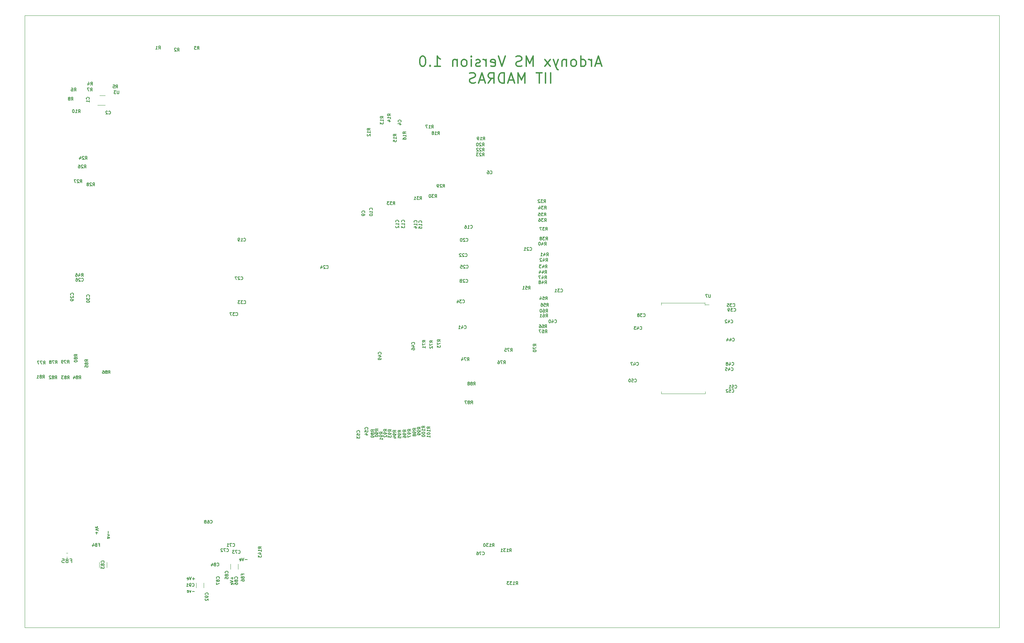
<source format=gbr>
G04 #@! TF.GenerationSoftware,KiCad,Pcbnew,5.1.6-c6e7f7d~87~ubuntu18.04.1*
G04 #@! TF.CreationDate,2020-08-14T22:16:59+05:30*
G04 #@! TF.ProjectId,Aardonyx,41617264-6f6e-4797-982e-6b696361645f,v1.0*
G04 #@! TF.SameCoordinates,Original*
G04 #@! TF.FileFunction,Legend,Bot*
G04 #@! TF.FilePolarity,Positive*
%FSLAX46Y46*%
G04 Gerber Fmt 4.6, Leading zero omitted, Abs format (unit mm)*
G04 Created by KiCad (PCBNEW 5.1.6-c6e7f7d~87~ubuntu18.04.1) date 2020-08-14 22:16:59*
%MOMM*%
%LPD*%
G01*
G04 APERTURE LIST*
%ADD10C,0.304800*%
G04 #@! TA.AperFunction,Profile*
%ADD11C,0.100000*%
G04 #@! TD*
%ADD12C,0.150000*%
%ADD13C,0.120000*%
G04 APERTURE END LIST*
D10*
X185599614Y-23529713D02*
X184390090Y-23529713D01*
X185841519Y-24255427D02*
X184994852Y-21715427D01*
X184148185Y-24255427D01*
X183301519Y-24255427D02*
X183301519Y-22562094D01*
X183301519Y-23045903D02*
X183180566Y-22803999D01*
X183059614Y-22683046D01*
X182817709Y-22562094D01*
X182575804Y-22562094D01*
X180640566Y-24255427D02*
X180640566Y-21715427D01*
X180640566Y-24134475D02*
X180882471Y-24255427D01*
X181366280Y-24255427D01*
X181608185Y-24134475D01*
X181729138Y-24013522D01*
X181850090Y-23771618D01*
X181850090Y-23045903D01*
X181729138Y-22803999D01*
X181608185Y-22683046D01*
X181366280Y-22562094D01*
X180882471Y-22562094D01*
X180640566Y-22683046D01*
X179068185Y-24255427D02*
X179310090Y-24134475D01*
X179431042Y-24013522D01*
X179551995Y-23771618D01*
X179551995Y-23045903D01*
X179431042Y-22803999D01*
X179310090Y-22683046D01*
X179068185Y-22562094D01*
X178705328Y-22562094D01*
X178463423Y-22683046D01*
X178342471Y-22803999D01*
X178221519Y-23045903D01*
X178221519Y-23771618D01*
X178342471Y-24013522D01*
X178463423Y-24134475D01*
X178705328Y-24255427D01*
X179068185Y-24255427D01*
X177132947Y-22562094D02*
X177132947Y-24255427D01*
X177132947Y-22803999D02*
X177011995Y-22683046D01*
X176770090Y-22562094D01*
X176407233Y-22562094D01*
X176165328Y-22683046D01*
X176044376Y-22924951D01*
X176044376Y-24255427D01*
X175076757Y-22562094D02*
X174471995Y-24255427D01*
X173867233Y-22562094D02*
X174471995Y-24255427D01*
X174713900Y-24860189D01*
X174834852Y-24981141D01*
X175076757Y-25102094D01*
X173141519Y-24255427D02*
X171811042Y-22562094D01*
X173141519Y-22562094D02*
X171811042Y-24255427D01*
X168908185Y-24255427D02*
X168908185Y-21715427D01*
X168061519Y-23529713D01*
X167214852Y-21715427D01*
X167214852Y-24255427D01*
X166126280Y-24134475D02*
X165763423Y-24255427D01*
X165158661Y-24255427D01*
X164916757Y-24134475D01*
X164795804Y-24013522D01*
X164674852Y-23771618D01*
X164674852Y-23529713D01*
X164795804Y-23287808D01*
X164916757Y-23166856D01*
X165158661Y-23045903D01*
X165642471Y-22924951D01*
X165884376Y-22803999D01*
X166005328Y-22683046D01*
X166126280Y-22441141D01*
X166126280Y-22199237D01*
X166005328Y-21957332D01*
X165884376Y-21836380D01*
X165642471Y-21715427D01*
X165037709Y-21715427D01*
X164674852Y-21836380D01*
X162013899Y-21715427D02*
X161167233Y-24255427D01*
X160320566Y-21715427D01*
X158506280Y-24134475D02*
X158748185Y-24255427D01*
X159231995Y-24255427D01*
X159473899Y-24134475D01*
X159594852Y-23892570D01*
X159594852Y-22924951D01*
X159473899Y-22683046D01*
X159231995Y-22562094D01*
X158748185Y-22562094D01*
X158506280Y-22683046D01*
X158385328Y-22924951D01*
X158385328Y-23166856D01*
X159594852Y-23408760D01*
X157296757Y-24255427D02*
X157296757Y-22562094D01*
X157296757Y-23045903D02*
X157175804Y-22803999D01*
X157054852Y-22683046D01*
X156812947Y-22562094D01*
X156571042Y-22562094D01*
X155845328Y-24134475D02*
X155603423Y-24255427D01*
X155119614Y-24255427D01*
X154877709Y-24134475D01*
X154756757Y-23892570D01*
X154756757Y-23771618D01*
X154877709Y-23529713D01*
X155119614Y-23408760D01*
X155482471Y-23408760D01*
X155724376Y-23287808D01*
X155845328Y-23045903D01*
X155845328Y-22924951D01*
X155724376Y-22683046D01*
X155482471Y-22562094D01*
X155119614Y-22562094D01*
X154877709Y-22683046D01*
X153668185Y-24255427D02*
X153668185Y-22562094D01*
X153668185Y-21715427D02*
X153789138Y-21836380D01*
X153668185Y-21957332D01*
X153547233Y-21836380D01*
X153668185Y-21715427D01*
X153668185Y-21957332D01*
X152095804Y-24255427D02*
X152337709Y-24134475D01*
X152458661Y-24013522D01*
X152579614Y-23771618D01*
X152579614Y-23045903D01*
X152458661Y-22803999D01*
X152337709Y-22683046D01*
X152095804Y-22562094D01*
X151732947Y-22562094D01*
X151491042Y-22683046D01*
X151370090Y-22803999D01*
X151249138Y-23045903D01*
X151249138Y-23771618D01*
X151370090Y-24013522D01*
X151491042Y-24134475D01*
X151732947Y-24255427D01*
X152095804Y-24255427D01*
X150160566Y-22562094D02*
X150160566Y-24255427D01*
X150160566Y-22803999D02*
X150039614Y-22683046D01*
X149797709Y-22562094D01*
X149434852Y-22562094D01*
X149192947Y-22683046D01*
X149071995Y-22924951D01*
X149071995Y-24255427D01*
X144596757Y-24255427D02*
X146048185Y-24255427D01*
X145322471Y-24255427D02*
X145322471Y-21715427D01*
X145564376Y-22078284D01*
X145806280Y-22320189D01*
X146048185Y-22441141D01*
X143508185Y-24013522D02*
X143387233Y-24134475D01*
X143508185Y-24255427D01*
X143629138Y-24134475D01*
X143508185Y-24013522D01*
X143508185Y-24255427D01*
X141814852Y-21715427D02*
X141572947Y-21715427D01*
X141331042Y-21836380D01*
X141210090Y-21957332D01*
X141089138Y-22199237D01*
X140968185Y-22683046D01*
X140968185Y-23287808D01*
X141089138Y-23771618D01*
X141210090Y-24013522D01*
X141331042Y-24134475D01*
X141572947Y-24255427D01*
X141814852Y-24255427D01*
X142056757Y-24134475D01*
X142177709Y-24013522D01*
X142298661Y-23771618D01*
X142419614Y-23287808D01*
X142419614Y-22683046D01*
X142298661Y-22199237D01*
X142177709Y-21957332D01*
X142056757Y-21836380D01*
X141814852Y-21715427D01*
X173201995Y-28370227D02*
X173201995Y-25830227D01*
X171992471Y-28370227D02*
X171992471Y-25830227D01*
X171145804Y-25830227D02*
X169694376Y-25830227D01*
X170420090Y-28370227D02*
X170420090Y-25830227D01*
X166912471Y-28370227D02*
X166912471Y-25830227D01*
X166065804Y-27644513D01*
X165219138Y-25830227D01*
X165219138Y-28370227D01*
X164130566Y-27644513D02*
X162921042Y-27644513D01*
X164372471Y-28370227D02*
X163525804Y-25830227D01*
X162679138Y-28370227D01*
X161832471Y-28370227D02*
X161832471Y-25830227D01*
X161227709Y-25830227D01*
X160864852Y-25951180D01*
X160622947Y-26193084D01*
X160501995Y-26434989D01*
X160381042Y-26918799D01*
X160381042Y-27281656D01*
X160501995Y-27765465D01*
X160622947Y-28007370D01*
X160864852Y-28249275D01*
X161227709Y-28370227D01*
X161832471Y-28370227D01*
X157841042Y-28370227D02*
X158687709Y-27160703D01*
X159292471Y-28370227D02*
X159292471Y-25830227D01*
X158324852Y-25830227D01*
X158082947Y-25951180D01*
X157961995Y-26072132D01*
X157841042Y-26314037D01*
X157841042Y-26676894D01*
X157961995Y-26918799D01*
X158082947Y-27039751D01*
X158324852Y-27160703D01*
X159292471Y-27160703D01*
X156873423Y-27644513D02*
X155663900Y-27644513D01*
X157115328Y-28370227D02*
X156268661Y-25830227D01*
X155421995Y-28370227D01*
X154696280Y-28249275D02*
X154333423Y-28370227D01*
X153728661Y-28370227D01*
X153486757Y-28249275D01*
X153365804Y-28128322D01*
X153244852Y-27886418D01*
X153244852Y-27644513D01*
X153365804Y-27402608D01*
X153486757Y-27281656D01*
X153728661Y-27160703D01*
X154212471Y-27039751D01*
X154454376Y-26918799D01*
X154575328Y-26797846D01*
X154696280Y-26555941D01*
X154696280Y-26314037D01*
X154575328Y-26072132D01*
X154454376Y-25951180D01*
X154212471Y-25830227D01*
X153607709Y-25830227D01*
X153244852Y-25951180D01*
D11*
X43561000Y-162560000D02*
X43561000Y-11684000D01*
X283824680Y-162562540D02*
X43561000Y-162557460D01*
X283824680Y-11684000D02*
X283824680Y-162560000D01*
X43561000Y-11684000D02*
X283824680Y-11684000D01*
D12*
X85491371Y-150537771D02*
X84919942Y-150537771D01*
X85205657Y-150823485D02*
X85205657Y-150252057D01*
X84669942Y-150073485D02*
X84419942Y-150823485D01*
X84169942Y-150073485D01*
X83634228Y-150787771D02*
X83705657Y-150823485D01*
X83848514Y-150823485D01*
X83919942Y-150787771D01*
X83955657Y-150716342D01*
X83955657Y-150430628D01*
X83919942Y-150359200D01*
X83848514Y-150323485D01*
X83705657Y-150323485D01*
X83634228Y-150359200D01*
X83598514Y-150430628D01*
X83598514Y-150502057D01*
X83955657Y-150573485D01*
X85455657Y-153647771D02*
X84884228Y-153647771D01*
X84598514Y-153433485D02*
X84419942Y-153933485D01*
X84241371Y-153433485D01*
X83669942Y-153897771D02*
X83741371Y-153933485D01*
X83884228Y-153933485D01*
X83955657Y-153897771D01*
X83991371Y-153826342D01*
X83991371Y-153540628D01*
X83955657Y-153469200D01*
X83884228Y-153433485D01*
X83741371Y-153433485D01*
X83669942Y-153469200D01*
X83634228Y-153540628D01*
X83634228Y-153612057D01*
X83991371Y-153683485D01*
X98431371Y-145827771D02*
X97859942Y-145827771D01*
X97609942Y-145363485D02*
X97359942Y-146113485D01*
X97109942Y-145363485D01*
X96574228Y-146077771D02*
X96645657Y-146113485D01*
X96788514Y-146113485D01*
X96859942Y-146077771D01*
X96895657Y-146006342D01*
X96895657Y-145720628D01*
X96859942Y-145649200D01*
X96788514Y-145613485D01*
X96645657Y-145613485D01*
X96574228Y-145649200D01*
X96538514Y-145720628D01*
X96538514Y-145792057D01*
X96895657Y-145863485D01*
X94706371Y-150135628D02*
X94706371Y-150707057D01*
X94992085Y-150421342D02*
X94420657Y-150421342D01*
X94242085Y-150957057D02*
X94992085Y-151207057D01*
X94242085Y-151457057D01*
X94956371Y-151992771D02*
X94992085Y-151921342D01*
X94992085Y-151778485D01*
X94956371Y-151707057D01*
X94884942Y-151671342D01*
X94599228Y-151671342D01*
X94527800Y-151707057D01*
X94492085Y-151778485D01*
X94492085Y-151921342D01*
X94527800Y-151992771D01*
X94599228Y-152028485D01*
X94670657Y-152028485D01*
X94742085Y-151671342D01*
X64183571Y-138807142D02*
X64183571Y-139378571D01*
X63969285Y-139664285D02*
X64469285Y-139842857D01*
X63969285Y-140021428D01*
X64433571Y-140592857D02*
X64469285Y-140521428D01*
X64469285Y-140378571D01*
X64433571Y-140307142D01*
X64362142Y-140271428D01*
X64076428Y-140271428D01*
X64005000Y-140307142D01*
X63969285Y-140378571D01*
X63969285Y-140521428D01*
X64005000Y-140592857D01*
X64076428Y-140628571D01*
X64147857Y-140628571D01*
X64219285Y-140271428D01*
X61306428Y-139536971D02*
X61306428Y-138965542D01*
X61020714Y-139251257D02*
X61592142Y-139251257D01*
X61770714Y-138715542D02*
X61020714Y-138465542D01*
X61770714Y-138215542D01*
X61056428Y-137679828D02*
X61020714Y-137751257D01*
X61020714Y-137894114D01*
X61056428Y-137965542D01*
X61127857Y-138001257D01*
X61413571Y-138001257D01*
X61485000Y-137965542D01*
X61520714Y-137894114D01*
X61520714Y-137751257D01*
X61485000Y-137679828D01*
X61413571Y-137644114D01*
X61342142Y-137644114D01*
X61270714Y-138001257D01*
D13*
X53831021Y-145237800D02*
X54156579Y-145237800D01*
X53831021Y-144217800D02*
X54156579Y-144217800D01*
X200497440Y-82489040D02*
X200497440Y-83108800D01*
X211217800Y-82526000D02*
X200517800Y-82526000D01*
X211251800Y-83103720D02*
X211251800Y-82489040D01*
X211317800Y-104926000D02*
X200517800Y-104926000D01*
X200472040Y-104952800D02*
X200472040Y-104404160D01*
X211302600Y-104907080D02*
X211302600Y-104404160D01*
X211246720Y-83032600D02*
X212246720Y-83032600D01*
X212796120Y-83240880D02*
G75*
G03*
X212796120Y-83240880I-60960J0D01*
G01*
X63438000Y-33773600D02*
X61538000Y-33773600D01*
X62038000Y-31453600D02*
X63438000Y-31453600D01*
X61980400Y-146514736D02*
X61980400Y-147718864D01*
X63800400Y-146514736D02*
X63800400Y-147718864D01*
X96134600Y-148150664D02*
X96134600Y-146946536D01*
X94314600Y-148150664D02*
X94314600Y-146946536D01*
X85846600Y-151531536D02*
X85846600Y-152735664D01*
X87666600Y-151531536D02*
X87666600Y-152735664D01*
D12*
X54827133Y-146086371D02*
X55160466Y-146086371D01*
X55160466Y-146610180D02*
X55160466Y-145610180D01*
X54684276Y-145610180D01*
X53969990Y-146086371D02*
X53827133Y-146133990D01*
X53779514Y-146181609D01*
X53731895Y-146276847D01*
X53731895Y-146419704D01*
X53779514Y-146514942D01*
X53827133Y-146562561D01*
X53922371Y-146610180D01*
X54303323Y-146610180D01*
X54303323Y-145610180D01*
X53969990Y-145610180D01*
X53874752Y-145657800D01*
X53827133Y-145705419D01*
X53779514Y-145800657D01*
X53779514Y-145895895D01*
X53827133Y-145991133D01*
X53874752Y-146038752D01*
X53969990Y-146086371D01*
X54303323Y-146086371D01*
X52827133Y-145610180D02*
X53303323Y-145610180D01*
X53350942Y-146086371D01*
X53303323Y-146038752D01*
X53208085Y-145991133D01*
X52969990Y-145991133D01*
X52874752Y-146038752D01*
X52827133Y-146086371D01*
X52779514Y-146181609D01*
X52779514Y-146419704D01*
X52827133Y-146514942D01*
X52874752Y-146562561D01*
X52969990Y-146610180D01*
X53208085Y-146610180D01*
X53303323Y-146562561D01*
X53350942Y-146514942D01*
X212598428Y-80475885D02*
X212598428Y-81083028D01*
X212562714Y-81154457D01*
X212527000Y-81190171D01*
X212455571Y-81225885D01*
X212312714Y-81225885D01*
X212241285Y-81190171D01*
X212205571Y-81154457D01*
X212169857Y-81083028D01*
X212169857Y-80475885D01*
X211884142Y-80475885D02*
X211384142Y-80475885D01*
X211705571Y-81225885D01*
X161595142Y-97568885D02*
X161845142Y-97211742D01*
X162023714Y-97568885D02*
X162023714Y-96818885D01*
X161738000Y-96818885D01*
X161666571Y-96854600D01*
X161630857Y-96890314D01*
X161595142Y-96961742D01*
X161595142Y-97068885D01*
X161630857Y-97140314D01*
X161666571Y-97176028D01*
X161738000Y-97211742D01*
X162023714Y-97211742D01*
X161345142Y-96818885D02*
X160845142Y-96818885D01*
X161166571Y-97568885D01*
X160238000Y-96818885D02*
X160380857Y-96818885D01*
X160452285Y-96854600D01*
X160488000Y-96890314D01*
X160559428Y-96997457D01*
X160595142Y-97140314D01*
X160595142Y-97426028D01*
X160559428Y-97497457D01*
X160523714Y-97533171D01*
X160452285Y-97568885D01*
X160309428Y-97568885D01*
X160238000Y-97533171D01*
X160202285Y-97497457D01*
X160166571Y-97426028D01*
X160166571Y-97247457D01*
X160202285Y-97176028D01*
X160238000Y-97140314D01*
X160309428Y-97104600D01*
X160452285Y-97104600D01*
X160523714Y-97140314D01*
X160559428Y-97176028D01*
X160595142Y-97247457D01*
X139637857Y-92726857D02*
X139673571Y-92691142D01*
X139709285Y-92584000D01*
X139709285Y-92512571D01*
X139673571Y-92405428D01*
X139602142Y-92334000D01*
X139530714Y-92298285D01*
X139387857Y-92262571D01*
X139280714Y-92262571D01*
X139137857Y-92298285D01*
X139066428Y-92334000D01*
X138995000Y-92405428D01*
X138959285Y-92512571D01*
X138959285Y-92584000D01*
X138995000Y-92691142D01*
X139030714Y-92726857D01*
X139209285Y-93369714D02*
X139709285Y-93369714D01*
X138923571Y-93191142D02*
X139459285Y-93012571D01*
X139459285Y-93476857D01*
X138959285Y-94084000D02*
X138959285Y-93941142D01*
X138995000Y-93869714D01*
X139030714Y-93834000D01*
X139137857Y-93762571D01*
X139280714Y-93726857D01*
X139566428Y-93726857D01*
X139637857Y-93762571D01*
X139673571Y-93798285D01*
X139709285Y-93869714D01*
X139709285Y-94012571D01*
X139673571Y-94084000D01*
X139637857Y-94119714D01*
X139566428Y-94155428D01*
X139387857Y-94155428D01*
X139316428Y-94119714D01*
X139280714Y-94084000D01*
X139245000Y-94012571D01*
X139245000Y-93869714D01*
X139280714Y-93798285D01*
X139316428Y-93762571D01*
X139387857Y-93726857D01*
X135129285Y-114447857D02*
X134772142Y-114197857D01*
X135129285Y-114019285D02*
X134379285Y-114019285D01*
X134379285Y-114305000D01*
X134415000Y-114376428D01*
X134450714Y-114412142D01*
X134522142Y-114447857D01*
X134629285Y-114447857D01*
X134700714Y-114412142D01*
X134736428Y-114376428D01*
X134772142Y-114305000D01*
X134772142Y-114019285D01*
X135129285Y-114805000D02*
X135129285Y-114947857D01*
X135093571Y-115019285D01*
X135057857Y-115055000D01*
X134950714Y-115126428D01*
X134807857Y-115162142D01*
X134522142Y-115162142D01*
X134450714Y-115126428D01*
X134415000Y-115090714D01*
X134379285Y-115019285D01*
X134379285Y-114876428D01*
X134415000Y-114805000D01*
X134450714Y-114769285D01*
X134522142Y-114733571D01*
X134700714Y-114733571D01*
X134772142Y-114769285D01*
X134807857Y-114805000D01*
X134843571Y-114876428D01*
X134843571Y-115019285D01*
X134807857Y-115090714D01*
X134772142Y-115126428D01*
X134700714Y-115162142D01*
X134629285Y-115805000D02*
X135129285Y-115805000D01*
X134343571Y-115626428D02*
X134879285Y-115447857D01*
X134879285Y-115912142D01*
X66821428Y-30269285D02*
X66821428Y-30876428D01*
X66785714Y-30947857D01*
X66750000Y-30983571D01*
X66678571Y-31019285D01*
X66535714Y-31019285D01*
X66464285Y-30983571D01*
X66428571Y-30947857D01*
X66392857Y-30876428D01*
X66392857Y-30269285D01*
X66107142Y-30269285D02*
X65642857Y-30269285D01*
X65892857Y-30555000D01*
X65785714Y-30555000D01*
X65714285Y-30590714D01*
X65678571Y-30626428D01*
X65642857Y-30697857D01*
X65642857Y-30876428D01*
X65678571Y-30947857D01*
X65714285Y-30983571D01*
X65785714Y-31019285D01*
X66000000Y-31019285D01*
X66071428Y-30983571D01*
X66107142Y-30947857D01*
X57216942Y-52901285D02*
X57466942Y-52544142D01*
X57645514Y-52901285D02*
X57645514Y-52151285D01*
X57359800Y-52151285D01*
X57288371Y-52187000D01*
X57252657Y-52222714D01*
X57216942Y-52294142D01*
X57216942Y-52401285D01*
X57252657Y-52472714D01*
X57288371Y-52508428D01*
X57359800Y-52544142D01*
X57645514Y-52544142D01*
X56931228Y-52222714D02*
X56895514Y-52187000D01*
X56824085Y-52151285D01*
X56645514Y-52151285D01*
X56574085Y-52187000D01*
X56538371Y-52222714D01*
X56502657Y-52294142D01*
X56502657Y-52365571D01*
X56538371Y-52472714D01*
X56966942Y-52901285D01*
X56502657Y-52901285D01*
X56252657Y-52151285D02*
X55752657Y-52151285D01*
X56074085Y-52901285D01*
X142349285Y-92247857D02*
X141992142Y-91997857D01*
X142349285Y-91819285D02*
X141599285Y-91819285D01*
X141599285Y-92105000D01*
X141635000Y-92176428D01*
X141670714Y-92212142D01*
X141742142Y-92247857D01*
X141849285Y-92247857D01*
X141920714Y-92212142D01*
X141956428Y-92176428D01*
X141992142Y-92105000D01*
X141992142Y-91819285D01*
X141599285Y-92497857D02*
X141599285Y-92997857D01*
X142349285Y-92676428D01*
X142349285Y-93676428D02*
X142349285Y-93247857D01*
X142349285Y-93462142D02*
X141599285Y-93462142D01*
X141706428Y-93390714D01*
X141777857Y-93319285D01*
X141813571Y-93247857D01*
X144134285Y-92289457D02*
X143777142Y-92039457D01*
X144134285Y-91860885D02*
X143384285Y-91860885D01*
X143384285Y-92146600D01*
X143420000Y-92218028D01*
X143455714Y-92253742D01*
X143527142Y-92289457D01*
X143634285Y-92289457D01*
X143705714Y-92253742D01*
X143741428Y-92218028D01*
X143777142Y-92146600D01*
X143777142Y-91860885D01*
X143384285Y-92539457D02*
X143384285Y-93039457D01*
X144134285Y-92718028D01*
X143455714Y-93289457D02*
X143420000Y-93325171D01*
X143384285Y-93396600D01*
X143384285Y-93575171D01*
X143420000Y-93646600D01*
X143455714Y-93682314D01*
X143527142Y-93718028D01*
X143598571Y-93718028D01*
X143705714Y-93682314D01*
X144134285Y-93253742D01*
X144134285Y-93718028D01*
X146029285Y-92077857D02*
X145672142Y-91827857D01*
X146029285Y-91649285D02*
X145279285Y-91649285D01*
X145279285Y-91935000D01*
X145315000Y-92006428D01*
X145350714Y-92042142D01*
X145422142Y-92077857D01*
X145529285Y-92077857D01*
X145600714Y-92042142D01*
X145636428Y-92006428D01*
X145672142Y-91935000D01*
X145672142Y-91649285D01*
X145279285Y-92327857D02*
X145279285Y-92827857D01*
X146029285Y-92506428D01*
X145279285Y-93042142D02*
X145279285Y-93506428D01*
X145565000Y-93256428D01*
X145565000Y-93363571D01*
X145600714Y-93435000D01*
X145636428Y-93470714D01*
X145707857Y-93506428D01*
X145886428Y-93506428D01*
X145957857Y-93470714D01*
X145993571Y-93435000D01*
X146029285Y-93363571D01*
X146029285Y-93149285D01*
X145993571Y-93077857D01*
X145957857Y-93042142D01*
X152639742Y-96771085D02*
X152889742Y-96413942D01*
X153068314Y-96771085D02*
X153068314Y-96021085D01*
X152782600Y-96021085D01*
X152711171Y-96056800D01*
X152675457Y-96092514D01*
X152639742Y-96163942D01*
X152639742Y-96271085D01*
X152675457Y-96342514D01*
X152711171Y-96378228D01*
X152782600Y-96413942D01*
X153068314Y-96413942D01*
X152389742Y-96021085D02*
X151889742Y-96021085D01*
X152211171Y-96771085D01*
X151282600Y-96271085D02*
X151282600Y-96771085D01*
X151461171Y-95985371D02*
X151639742Y-96521085D01*
X151175457Y-96521085D01*
X154204942Y-102813885D02*
X154454942Y-102456742D01*
X154633514Y-102813885D02*
X154633514Y-102063885D01*
X154347800Y-102063885D01*
X154276371Y-102099600D01*
X154240657Y-102135314D01*
X154204942Y-102206742D01*
X154204942Y-102313885D01*
X154240657Y-102385314D01*
X154276371Y-102421028D01*
X154347800Y-102456742D01*
X154633514Y-102456742D01*
X153776371Y-102385314D02*
X153847800Y-102349600D01*
X153883514Y-102313885D01*
X153919228Y-102242457D01*
X153919228Y-102206742D01*
X153883514Y-102135314D01*
X153847800Y-102099600D01*
X153776371Y-102063885D01*
X153633514Y-102063885D01*
X153562085Y-102099600D01*
X153526371Y-102135314D01*
X153490657Y-102206742D01*
X153490657Y-102242457D01*
X153526371Y-102313885D01*
X153562085Y-102349600D01*
X153633514Y-102385314D01*
X153776371Y-102385314D01*
X153847800Y-102421028D01*
X153883514Y-102456742D01*
X153919228Y-102528171D01*
X153919228Y-102671028D01*
X153883514Y-102742457D01*
X153847800Y-102778171D01*
X153776371Y-102813885D01*
X153633514Y-102813885D01*
X153562085Y-102778171D01*
X153526371Y-102742457D01*
X153490657Y-102671028D01*
X153490657Y-102528171D01*
X153526371Y-102456742D01*
X153562085Y-102421028D01*
X153633514Y-102385314D01*
X153062085Y-102385314D02*
X153133514Y-102349600D01*
X153169228Y-102313885D01*
X153204942Y-102242457D01*
X153204942Y-102206742D01*
X153169228Y-102135314D01*
X153133514Y-102099600D01*
X153062085Y-102063885D01*
X152919228Y-102063885D01*
X152847800Y-102099600D01*
X152812085Y-102135314D01*
X152776371Y-102206742D01*
X152776371Y-102242457D01*
X152812085Y-102313885D01*
X152847800Y-102349600D01*
X152919228Y-102385314D01*
X153062085Y-102385314D01*
X153133514Y-102421028D01*
X153169228Y-102456742D01*
X153204942Y-102528171D01*
X153204942Y-102671028D01*
X153169228Y-102742457D01*
X153133514Y-102778171D01*
X153062085Y-102813885D01*
X152919228Y-102813885D01*
X152847800Y-102778171D01*
X152812085Y-102742457D01*
X152776371Y-102671028D01*
X152776371Y-102528171D01*
X152812085Y-102456742D01*
X152847800Y-102421028D01*
X152919228Y-102385314D01*
X153536142Y-107429285D02*
X153786142Y-107072142D01*
X153964714Y-107429285D02*
X153964714Y-106679285D01*
X153679000Y-106679285D01*
X153607571Y-106715000D01*
X153571857Y-106750714D01*
X153536142Y-106822142D01*
X153536142Y-106929285D01*
X153571857Y-107000714D01*
X153607571Y-107036428D01*
X153679000Y-107072142D01*
X153964714Y-107072142D01*
X153107571Y-107000714D02*
X153179000Y-106965000D01*
X153214714Y-106929285D01*
X153250428Y-106857857D01*
X153250428Y-106822142D01*
X153214714Y-106750714D01*
X153179000Y-106715000D01*
X153107571Y-106679285D01*
X152964714Y-106679285D01*
X152893285Y-106715000D01*
X152857571Y-106750714D01*
X152821857Y-106822142D01*
X152821857Y-106857857D01*
X152857571Y-106929285D01*
X152893285Y-106965000D01*
X152964714Y-107000714D01*
X153107571Y-107000714D01*
X153179000Y-107036428D01*
X153214714Y-107072142D01*
X153250428Y-107143571D01*
X153250428Y-107286428D01*
X153214714Y-107357857D01*
X153179000Y-107393571D01*
X153107571Y-107429285D01*
X152964714Y-107429285D01*
X152893285Y-107393571D01*
X152857571Y-107357857D01*
X152821857Y-107286428D01*
X152821857Y-107143571D01*
X152857571Y-107072142D01*
X152893285Y-107036428D01*
X152964714Y-107000714D01*
X152571857Y-106679285D02*
X152071857Y-106679285D01*
X152393285Y-107429285D01*
X163331142Y-94508885D02*
X163581142Y-94151742D01*
X163759714Y-94508885D02*
X163759714Y-93758885D01*
X163474000Y-93758885D01*
X163402571Y-93794600D01*
X163366857Y-93830314D01*
X163331142Y-93901742D01*
X163331142Y-94008885D01*
X163366857Y-94080314D01*
X163402571Y-94116028D01*
X163474000Y-94151742D01*
X163759714Y-94151742D01*
X163081142Y-93758885D02*
X162581142Y-93758885D01*
X162902571Y-94508885D01*
X161938285Y-93758885D02*
X162295428Y-93758885D01*
X162331142Y-94116028D01*
X162295428Y-94080314D01*
X162224000Y-94044600D01*
X162045428Y-94044600D01*
X161974000Y-94080314D01*
X161938285Y-94116028D01*
X161902571Y-94187457D01*
X161902571Y-94366028D01*
X161938285Y-94437457D01*
X161974000Y-94473171D01*
X162045428Y-94508885D01*
X162224000Y-94508885D01*
X162295428Y-94473171D01*
X162331142Y-94437457D01*
X171844542Y-89928285D02*
X172094542Y-89571142D01*
X172273114Y-89928285D02*
X172273114Y-89178285D01*
X171987400Y-89178285D01*
X171915971Y-89214000D01*
X171880257Y-89249714D01*
X171844542Y-89321142D01*
X171844542Y-89428285D01*
X171880257Y-89499714D01*
X171915971Y-89535428D01*
X171987400Y-89571142D01*
X172273114Y-89571142D01*
X171201685Y-89178285D02*
X171344542Y-89178285D01*
X171415971Y-89214000D01*
X171451685Y-89249714D01*
X171523114Y-89356857D01*
X171558828Y-89499714D01*
X171558828Y-89785428D01*
X171523114Y-89856857D01*
X171487400Y-89892571D01*
X171415971Y-89928285D01*
X171273114Y-89928285D01*
X171201685Y-89892571D01*
X171165971Y-89856857D01*
X171130257Y-89785428D01*
X171130257Y-89606857D01*
X171165971Y-89535428D01*
X171201685Y-89499714D01*
X171273114Y-89464000D01*
X171415971Y-89464000D01*
X171487400Y-89499714D01*
X171523114Y-89535428D01*
X171558828Y-89606857D01*
X170880257Y-89178285D02*
X170380257Y-89178285D01*
X170701685Y-89928285D01*
X171816542Y-88680285D02*
X172066542Y-88323142D01*
X172245114Y-88680285D02*
X172245114Y-87930285D01*
X171959400Y-87930285D01*
X171887971Y-87966000D01*
X171852257Y-88001714D01*
X171816542Y-88073142D01*
X171816542Y-88180285D01*
X171852257Y-88251714D01*
X171887971Y-88287428D01*
X171959400Y-88323142D01*
X172245114Y-88323142D01*
X171173685Y-87930285D02*
X171316542Y-87930285D01*
X171387971Y-87966000D01*
X171423685Y-88001714D01*
X171495114Y-88108857D01*
X171530828Y-88251714D01*
X171530828Y-88537428D01*
X171495114Y-88608857D01*
X171459400Y-88644571D01*
X171387971Y-88680285D01*
X171245114Y-88680285D01*
X171173685Y-88644571D01*
X171137971Y-88608857D01*
X171102257Y-88537428D01*
X171102257Y-88358857D01*
X171137971Y-88287428D01*
X171173685Y-88251714D01*
X171245114Y-88216000D01*
X171387971Y-88216000D01*
X171459400Y-88251714D01*
X171495114Y-88287428D01*
X171530828Y-88358857D01*
X170459400Y-87930285D02*
X170602257Y-87930285D01*
X170673685Y-87966000D01*
X170709400Y-88001714D01*
X170780828Y-88108857D01*
X170816542Y-88251714D01*
X170816542Y-88537428D01*
X170780828Y-88608857D01*
X170745114Y-88644571D01*
X170673685Y-88680285D01*
X170530828Y-88680285D01*
X170459400Y-88644571D01*
X170423685Y-88608857D01*
X170387971Y-88537428D01*
X170387971Y-88358857D01*
X170423685Y-88287428D01*
X170459400Y-88251714D01*
X170530828Y-88216000D01*
X170673685Y-88216000D01*
X170745114Y-88251714D01*
X170780828Y-88287428D01*
X170816542Y-88358857D01*
X172008542Y-86060285D02*
X172258542Y-85703142D01*
X172437114Y-86060285D02*
X172437114Y-85310285D01*
X172151400Y-85310285D01*
X172079971Y-85346000D01*
X172044257Y-85381714D01*
X172008542Y-85453142D01*
X172008542Y-85560285D01*
X172044257Y-85631714D01*
X172079971Y-85667428D01*
X172151400Y-85703142D01*
X172437114Y-85703142D01*
X171365685Y-85310285D02*
X171508542Y-85310285D01*
X171579971Y-85346000D01*
X171615685Y-85381714D01*
X171687114Y-85488857D01*
X171722828Y-85631714D01*
X171722828Y-85917428D01*
X171687114Y-85988857D01*
X171651400Y-86024571D01*
X171579971Y-86060285D01*
X171437114Y-86060285D01*
X171365685Y-86024571D01*
X171329971Y-85988857D01*
X171294257Y-85917428D01*
X171294257Y-85738857D01*
X171329971Y-85667428D01*
X171365685Y-85631714D01*
X171437114Y-85596000D01*
X171579971Y-85596000D01*
X171651400Y-85631714D01*
X171687114Y-85667428D01*
X171722828Y-85738857D01*
X170579971Y-86060285D02*
X171008542Y-86060285D01*
X170794257Y-86060285D02*
X170794257Y-85310285D01*
X170865685Y-85417428D01*
X170937114Y-85488857D01*
X171008542Y-85524571D01*
X172020542Y-84854285D02*
X172270542Y-84497142D01*
X172449114Y-84854285D02*
X172449114Y-84104285D01*
X172163400Y-84104285D01*
X172091971Y-84140000D01*
X172056257Y-84175714D01*
X172020542Y-84247142D01*
X172020542Y-84354285D01*
X172056257Y-84425714D01*
X172091971Y-84461428D01*
X172163400Y-84497142D01*
X172449114Y-84497142D01*
X171377685Y-84104285D02*
X171520542Y-84104285D01*
X171591971Y-84140000D01*
X171627685Y-84175714D01*
X171699114Y-84282857D01*
X171734828Y-84425714D01*
X171734828Y-84711428D01*
X171699114Y-84782857D01*
X171663400Y-84818571D01*
X171591971Y-84854285D01*
X171449114Y-84854285D01*
X171377685Y-84818571D01*
X171341971Y-84782857D01*
X171306257Y-84711428D01*
X171306257Y-84532857D01*
X171341971Y-84461428D01*
X171377685Y-84425714D01*
X171449114Y-84390000D01*
X171591971Y-84390000D01*
X171663400Y-84425714D01*
X171699114Y-84461428D01*
X171734828Y-84532857D01*
X170841971Y-84104285D02*
X170770542Y-84104285D01*
X170699114Y-84140000D01*
X170663400Y-84175714D01*
X170627685Y-84247142D01*
X170591971Y-84390000D01*
X170591971Y-84568571D01*
X170627685Y-84711428D01*
X170663400Y-84782857D01*
X170699114Y-84818571D01*
X170770542Y-84854285D01*
X170841971Y-84854285D01*
X170913400Y-84818571D01*
X170949114Y-84782857D01*
X170984828Y-84711428D01*
X171020542Y-84568571D01*
X171020542Y-84390000D01*
X170984828Y-84247142D01*
X170949114Y-84175714D01*
X170913400Y-84140000D01*
X170841971Y-84104285D01*
X172237542Y-83373285D02*
X172487542Y-83016142D01*
X172666114Y-83373285D02*
X172666114Y-82623285D01*
X172380400Y-82623285D01*
X172308971Y-82659000D01*
X172273257Y-82694714D01*
X172237542Y-82766142D01*
X172237542Y-82873285D01*
X172273257Y-82944714D01*
X172308971Y-82980428D01*
X172380400Y-83016142D01*
X172666114Y-83016142D01*
X171558971Y-82623285D02*
X171916114Y-82623285D01*
X171951828Y-82980428D01*
X171916114Y-82944714D01*
X171844685Y-82909000D01*
X171666114Y-82909000D01*
X171594685Y-82944714D01*
X171558971Y-82980428D01*
X171523257Y-83051857D01*
X171523257Y-83230428D01*
X171558971Y-83301857D01*
X171594685Y-83337571D01*
X171666114Y-83373285D01*
X171844685Y-83373285D01*
X171916114Y-83337571D01*
X171951828Y-83301857D01*
X170880400Y-82623285D02*
X171023257Y-82623285D01*
X171094685Y-82659000D01*
X171130400Y-82694714D01*
X171201828Y-82801857D01*
X171237542Y-82944714D01*
X171237542Y-83230428D01*
X171201828Y-83301857D01*
X171166114Y-83337571D01*
X171094685Y-83373285D01*
X170951828Y-83373285D01*
X170880400Y-83337571D01*
X170844685Y-83301857D01*
X170808971Y-83230428D01*
X170808971Y-83051857D01*
X170844685Y-82980428D01*
X170880400Y-82944714D01*
X170951828Y-82909000D01*
X171094685Y-82909000D01*
X171166114Y-82944714D01*
X171201828Y-82980428D01*
X171237542Y-83051857D01*
X171969542Y-81760285D02*
X172219542Y-81403142D01*
X172398114Y-81760285D02*
X172398114Y-81010285D01*
X172112400Y-81010285D01*
X172040971Y-81046000D01*
X172005257Y-81081714D01*
X171969542Y-81153142D01*
X171969542Y-81260285D01*
X172005257Y-81331714D01*
X172040971Y-81367428D01*
X172112400Y-81403142D01*
X172398114Y-81403142D01*
X171290971Y-81010285D02*
X171648114Y-81010285D01*
X171683828Y-81367428D01*
X171648114Y-81331714D01*
X171576685Y-81296000D01*
X171398114Y-81296000D01*
X171326685Y-81331714D01*
X171290971Y-81367428D01*
X171255257Y-81438857D01*
X171255257Y-81617428D01*
X171290971Y-81688857D01*
X171326685Y-81724571D01*
X171398114Y-81760285D01*
X171576685Y-81760285D01*
X171648114Y-81724571D01*
X171683828Y-81688857D01*
X170612400Y-81260285D02*
X170612400Y-81760285D01*
X170790971Y-80974571D02*
X170969542Y-81510285D01*
X170505257Y-81510285D01*
X167722142Y-79179285D02*
X167972142Y-78822142D01*
X168150714Y-79179285D02*
X168150714Y-78429285D01*
X167865000Y-78429285D01*
X167793571Y-78465000D01*
X167757857Y-78500714D01*
X167722142Y-78572142D01*
X167722142Y-78679285D01*
X167757857Y-78750714D01*
X167793571Y-78786428D01*
X167865000Y-78822142D01*
X168150714Y-78822142D01*
X167043571Y-78429285D02*
X167400714Y-78429285D01*
X167436428Y-78786428D01*
X167400714Y-78750714D01*
X167329285Y-78715000D01*
X167150714Y-78715000D01*
X167079285Y-78750714D01*
X167043571Y-78786428D01*
X167007857Y-78857857D01*
X167007857Y-79036428D01*
X167043571Y-79107857D01*
X167079285Y-79143571D01*
X167150714Y-79179285D01*
X167329285Y-79179285D01*
X167400714Y-79143571D01*
X167436428Y-79107857D01*
X166293571Y-79179285D02*
X166722142Y-79179285D01*
X166507857Y-79179285D02*
X166507857Y-78429285D01*
X166579285Y-78536428D01*
X166650714Y-78607857D01*
X166722142Y-78643571D01*
X171742142Y-77829285D02*
X171992142Y-77472142D01*
X172170714Y-77829285D02*
X172170714Y-77079285D01*
X171885000Y-77079285D01*
X171813571Y-77115000D01*
X171777857Y-77150714D01*
X171742142Y-77222142D01*
X171742142Y-77329285D01*
X171777857Y-77400714D01*
X171813571Y-77436428D01*
X171885000Y-77472142D01*
X172170714Y-77472142D01*
X171099285Y-77329285D02*
X171099285Y-77829285D01*
X171277857Y-77043571D02*
X171456428Y-77579285D01*
X170992142Y-77579285D01*
X170599285Y-77400714D02*
X170670714Y-77365000D01*
X170706428Y-77329285D01*
X170742142Y-77257857D01*
X170742142Y-77222142D01*
X170706428Y-77150714D01*
X170670714Y-77115000D01*
X170599285Y-77079285D01*
X170456428Y-77079285D01*
X170385000Y-77115000D01*
X170349285Y-77150714D01*
X170313571Y-77222142D01*
X170313571Y-77257857D01*
X170349285Y-77329285D01*
X170385000Y-77365000D01*
X170456428Y-77400714D01*
X170599285Y-77400714D01*
X170670714Y-77436428D01*
X170706428Y-77472142D01*
X170742142Y-77543571D01*
X170742142Y-77686428D01*
X170706428Y-77757857D01*
X170670714Y-77793571D01*
X170599285Y-77829285D01*
X170456428Y-77829285D01*
X170385000Y-77793571D01*
X170349285Y-77757857D01*
X170313571Y-77686428D01*
X170313571Y-77543571D01*
X170349285Y-77472142D01*
X170385000Y-77436428D01*
X170456428Y-77400714D01*
X171742142Y-76599285D02*
X171992142Y-76242142D01*
X172170714Y-76599285D02*
X172170714Y-75849285D01*
X171885000Y-75849285D01*
X171813571Y-75885000D01*
X171777857Y-75920714D01*
X171742142Y-75992142D01*
X171742142Y-76099285D01*
X171777857Y-76170714D01*
X171813571Y-76206428D01*
X171885000Y-76242142D01*
X172170714Y-76242142D01*
X171099285Y-76099285D02*
X171099285Y-76599285D01*
X171277857Y-75813571D02*
X171456428Y-76349285D01*
X170992142Y-76349285D01*
X170777857Y-75849285D02*
X170277857Y-75849285D01*
X170599285Y-76599285D01*
X171792142Y-75279285D02*
X172042142Y-74922142D01*
X172220714Y-75279285D02*
X172220714Y-74529285D01*
X171935000Y-74529285D01*
X171863571Y-74565000D01*
X171827857Y-74600714D01*
X171792142Y-74672142D01*
X171792142Y-74779285D01*
X171827857Y-74850714D01*
X171863571Y-74886428D01*
X171935000Y-74922142D01*
X172220714Y-74922142D01*
X171149285Y-74779285D02*
X171149285Y-75279285D01*
X171327857Y-74493571D02*
X171506428Y-75029285D01*
X171042142Y-75029285D01*
X170435000Y-74779285D02*
X170435000Y-75279285D01*
X170613571Y-74493571D02*
X170792142Y-75029285D01*
X170327857Y-75029285D01*
X171882142Y-73929285D02*
X172132142Y-73572142D01*
X172310714Y-73929285D02*
X172310714Y-73179285D01*
X172025000Y-73179285D01*
X171953571Y-73215000D01*
X171917857Y-73250714D01*
X171882142Y-73322142D01*
X171882142Y-73429285D01*
X171917857Y-73500714D01*
X171953571Y-73536428D01*
X172025000Y-73572142D01*
X172310714Y-73572142D01*
X171239285Y-73429285D02*
X171239285Y-73929285D01*
X171417857Y-73143571D02*
X171596428Y-73679285D01*
X171132142Y-73679285D01*
X170917857Y-73179285D02*
X170453571Y-73179285D01*
X170703571Y-73465000D01*
X170596428Y-73465000D01*
X170525000Y-73500714D01*
X170489285Y-73536428D01*
X170453571Y-73607857D01*
X170453571Y-73786428D01*
X170489285Y-73857857D01*
X170525000Y-73893571D01*
X170596428Y-73929285D01*
X170810714Y-73929285D01*
X170882142Y-73893571D01*
X170917857Y-73857857D01*
X172012142Y-72299285D02*
X172262142Y-71942142D01*
X172440714Y-72299285D02*
X172440714Y-71549285D01*
X172155000Y-71549285D01*
X172083571Y-71585000D01*
X172047857Y-71620714D01*
X172012142Y-71692142D01*
X172012142Y-71799285D01*
X172047857Y-71870714D01*
X172083571Y-71906428D01*
X172155000Y-71942142D01*
X172440714Y-71942142D01*
X171369285Y-71799285D02*
X171369285Y-72299285D01*
X171547857Y-71513571D02*
X171726428Y-72049285D01*
X171262142Y-72049285D01*
X171012142Y-71620714D02*
X170976428Y-71585000D01*
X170905000Y-71549285D01*
X170726428Y-71549285D01*
X170655000Y-71585000D01*
X170619285Y-71620714D01*
X170583571Y-71692142D01*
X170583571Y-71763571D01*
X170619285Y-71870714D01*
X171047857Y-72299285D01*
X170583571Y-72299285D01*
X172172142Y-70969285D02*
X172422142Y-70612142D01*
X172600714Y-70969285D02*
X172600714Y-70219285D01*
X172315000Y-70219285D01*
X172243571Y-70255000D01*
X172207857Y-70290714D01*
X172172142Y-70362142D01*
X172172142Y-70469285D01*
X172207857Y-70540714D01*
X172243571Y-70576428D01*
X172315000Y-70612142D01*
X172600714Y-70612142D01*
X171529285Y-70469285D02*
X171529285Y-70969285D01*
X171707857Y-70183571D02*
X171886428Y-70719285D01*
X171422142Y-70719285D01*
X170743571Y-70969285D02*
X171172142Y-70969285D01*
X170957857Y-70969285D02*
X170957857Y-70219285D01*
X171029285Y-70326428D01*
X171100714Y-70397857D01*
X171172142Y-70433571D01*
X171682142Y-68329285D02*
X171932142Y-67972142D01*
X172110714Y-68329285D02*
X172110714Y-67579285D01*
X171825000Y-67579285D01*
X171753571Y-67615000D01*
X171717857Y-67650714D01*
X171682142Y-67722142D01*
X171682142Y-67829285D01*
X171717857Y-67900714D01*
X171753571Y-67936428D01*
X171825000Y-67972142D01*
X172110714Y-67972142D01*
X171039285Y-67829285D02*
X171039285Y-68329285D01*
X171217857Y-67543571D02*
X171396428Y-68079285D01*
X170932142Y-68079285D01*
X170503571Y-67579285D02*
X170432142Y-67579285D01*
X170360714Y-67615000D01*
X170325000Y-67650714D01*
X170289285Y-67722142D01*
X170253571Y-67865000D01*
X170253571Y-68043571D01*
X170289285Y-68186428D01*
X170325000Y-68257857D01*
X170360714Y-68293571D01*
X170432142Y-68329285D01*
X170503571Y-68329285D01*
X170575000Y-68293571D01*
X170610714Y-68257857D01*
X170646428Y-68186428D01*
X170682142Y-68043571D01*
X170682142Y-67865000D01*
X170646428Y-67722142D01*
X170610714Y-67650714D01*
X170575000Y-67615000D01*
X170503571Y-67579285D01*
X172012142Y-67049285D02*
X172262142Y-66692142D01*
X172440714Y-67049285D02*
X172440714Y-66299285D01*
X172155000Y-66299285D01*
X172083571Y-66335000D01*
X172047857Y-66370714D01*
X172012142Y-66442142D01*
X172012142Y-66549285D01*
X172047857Y-66620714D01*
X172083571Y-66656428D01*
X172155000Y-66692142D01*
X172440714Y-66692142D01*
X171762142Y-66299285D02*
X171297857Y-66299285D01*
X171547857Y-66585000D01*
X171440714Y-66585000D01*
X171369285Y-66620714D01*
X171333571Y-66656428D01*
X171297857Y-66727857D01*
X171297857Y-66906428D01*
X171333571Y-66977857D01*
X171369285Y-67013571D01*
X171440714Y-67049285D01*
X171655000Y-67049285D01*
X171726428Y-67013571D01*
X171762142Y-66977857D01*
X170869285Y-66620714D02*
X170940714Y-66585000D01*
X170976428Y-66549285D01*
X171012142Y-66477857D01*
X171012142Y-66442142D01*
X170976428Y-66370714D01*
X170940714Y-66335000D01*
X170869285Y-66299285D01*
X170726428Y-66299285D01*
X170655000Y-66335000D01*
X170619285Y-66370714D01*
X170583571Y-66442142D01*
X170583571Y-66477857D01*
X170619285Y-66549285D01*
X170655000Y-66585000D01*
X170726428Y-66620714D01*
X170869285Y-66620714D01*
X170940714Y-66656428D01*
X170976428Y-66692142D01*
X171012142Y-66763571D01*
X171012142Y-66906428D01*
X170976428Y-66977857D01*
X170940714Y-67013571D01*
X170869285Y-67049285D01*
X170726428Y-67049285D01*
X170655000Y-67013571D01*
X170619285Y-66977857D01*
X170583571Y-66906428D01*
X170583571Y-66763571D01*
X170619285Y-66692142D01*
X170655000Y-66656428D01*
X170726428Y-66620714D01*
X171982142Y-64659285D02*
X172232142Y-64302142D01*
X172410714Y-64659285D02*
X172410714Y-63909285D01*
X172125000Y-63909285D01*
X172053571Y-63945000D01*
X172017857Y-63980714D01*
X171982142Y-64052142D01*
X171982142Y-64159285D01*
X172017857Y-64230714D01*
X172053571Y-64266428D01*
X172125000Y-64302142D01*
X172410714Y-64302142D01*
X171732142Y-63909285D02*
X171267857Y-63909285D01*
X171517857Y-64195000D01*
X171410714Y-64195000D01*
X171339285Y-64230714D01*
X171303571Y-64266428D01*
X171267857Y-64337857D01*
X171267857Y-64516428D01*
X171303571Y-64587857D01*
X171339285Y-64623571D01*
X171410714Y-64659285D01*
X171625000Y-64659285D01*
X171696428Y-64623571D01*
X171732142Y-64587857D01*
X171017857Y-63909285D02*
X170517857Y-63909285D01*
X170839285Y-64659285D01*
X171672142Y-62479285D02*
X171922142Y-62122142D01*
X172100714Y-62479285D02*
X172100714Y-61729285D01*
X171815000Y-61729285D01*
X171743571Y-61765000D01*
X171707857Y-61800714D01*
X171672142Y-61872142D01*
X171672142Y-61979285D01*
X171707857Y-62050714D01*
X171743571Y-62086428D01*
X171815000Y-62122142D01*
X172100714Y-62122142D01*
X171422142Y-61729285D02*
X170957857Y-61729285D01*
X171207857Y-62015000D01*
X171100714Y-62015000D01*
X171029285Y-62050714D01*
X170993571Y-62086428D01*
X170957857Y-62157857D01*
X170957857Y-62336428D01*
X170993571Y-62407857D01*
X171029285Y-62443571D01*
X171100714Y-62479285D01*
X171315000Y-62479285D01*
X171386428Y-62443571D01*
X171422142Y-62407857D01*
X170315000Y-61729285D02*
X170457857Y-61729285D01*
X170529285Y-61765000D01*
X170565000Y-61800714D01*
X170636428Y-61907857D01*
X170672142Y-62050714D01*
X170672142Y-62336428D01*
X170636428Y-62407857D01*
X170600714Y-62443571D01*
X170529285Y-62479285D01*
X170386428Y-62479285D01*
X170315000Y-62443571D01*
X170279285Y-62407857D01*
X170243571Y-62336428D01*
X170243571Y-62157857D01*
X170279285Y-62086428D01*
X170315000Y-62050714D01*
X170386428Y-62015000D01*
X170529285Y-62015000D01*
X170600714Y-62050714D01*
X170636428Y-62086428D01*
X170672142Y-62157857D01*
X171642542Y-61095485D02*
X171892542Y-60738342D01*
X172071114Y-61095485D02*
X172071114Y-60345485D01*
X171785400Y-60345485D01*
X171713971Y-60381200D01*
X171678257Y-60416914D01*
X171642542Y-60488342D01*
X171642542Y-60595485D01*
X171678257Y-60666914D01*
X171713971Y-60702628D01*
X171785400Y-60738342D01*
X172071114Y-60738342D01*
X171392542Y-60345485D02*
X170928257Y-60345485D01*
X171178257Y-60631200D01*
X171071114Y-60631200D01*
X170999685Y-60666914D01*
X170963971Y-60702628D01*
X170928257Y-60774057D01*
X170928257Y-60952628D01*
X170963971Y-61024057D01*
X170999685Y-61059771D01*
X171071114Y-61095485D01*
X171285400Y-61095485D01*
X171356828Y-61059771D01*
X171392542Y-61024057D01*
X170249685Y-60345485D02*
X170606828Y-60345485D01*
X170642542Y-60702628D01*
X170606828Y-60666914D01*
X170535400Y-60631200D01*
X170356828Y-60631200D01*
X170285400Y-60666914D01*
X170249685Y-60702628D01*
X170213971Y-60774057D01*
X170213971Y-60952628D01*
X170249685Y-61024057D01*
X170285400Y-61059771D01*
X170356828Y-61095485D01*
X170535400Y-61095485D01*
X170606828Y-61059771D01*
X170642542Y-61024057D01*
X171659542Y-59421485D02*
X171909542Y-59064342D01*
X172088114Y-59421485D02*
X172088114Y-58671485D01*
X171802400Y-58671485D01*
X171730971Y-58707200D01*
X171695257Y-58742914D01*
X171659542Y-58814342D01*
X171659542Y-58921485D01*
X171695257Y-58992914D01*
X171730971Y-59028628D01*
X171802400Y-59064342D01*
X172088114Y-59064342D01*
X171409542Y-58671485D02*
X170945257Y-58671485D01*
X171195257Y-58957200D01*
X171088114Y-58957200D01*
X171016685Y-58992914D01*
X170980971Y-59028628D01*
X170945257Y-59100057D01*
X170945257Y-59278628D01*
X170980971Y-59350057D01*
X171016685Y-59385771D01*
X171088114Y-59421485D01*
X171302400Y-59421485D01*
X171373828Y-59385771D01*
X171409542Y-59350057D01*
X170302400Y-58921485D02*
X170302400Y-59421485D01*
X170480971Y-58635771D02*
X170659542Y-59171485D01*
X170195257Y-59171485D01*
X156392542Y-46356485D02*
X156642542Y-45999342D01*
X156821114Y-46356485D02*
X156821114Y-45606485D01*
X156535400Y-45606485D01*
X156463971Y-45642200D01*
X156428257Y-45677914D01*
X156392542Y-45749342D01*
X156392542Y-45856485D01*
X156428257Y-45927914D01*
X156463971Y-45963628D01*
X156535400Y-45999342D01*
X156821114Y-45999342D01*
X156106828Y-45677914D02*
X156071114Y-45642200D01*
X155999685Y-45606485D01*
X155821114Y-45606485D01*
X155749685Y-45642200D01*
X155713971Y-45677914D01*
X155678257Y-45749342D01*
X155678257Y-45820771D01*
X155713971Y-45927914D01*
X156142542Y-46356485D01*
X155678257Y-46356485D01*
X155428257Y-45606485D02*
X154963971Y-45606485D01*
X155213971Y-45892200D01*
X155106828Y-45892200D01*
X155035400Y-45927914D01*
X154999685Y-45963628D01*
X154963971Y-46035057D01*
X154963971Y-46213628D01*
X154999685Y-46285057D01*
X155035400Y-46320771D01*
X155106828Y-46356485D01*
X155321114Y-46356485D01*
X155392542Y-46320771D01*
X155428257Y-46285057D01*
X156375542Y-45140485D02*
X156625542Y-44783342D01*
X156804114Y-45140485D02*
X156804114Y-44390485D01*
X156518400Y-44390485D01*
X156446971Y-44426200D01*
X156411257Y-44461914D01*
X156375542Y-44533342D01*
X156375542Y-44640485D01*
X156411257Y-44711914D01*
X156446971Y-44747628D01*
X156518400Y-44783342D01*
X156804114Y-44783342D01*
X156089828Y-44461914D02*
X156054114Y-44426200D01*
X155982685Y-44390485D01*
X155804114Y-44390485D01*
X155732685Y-44426200D01*
X155696971Y-44461914D01*
X155661257Y-44533342D01*
X155661257Y-44604771D01*
X155696971Y-44711914D01*
X156125542Y-45140485D01*
X155661257Y-45140485D01*
X155375542Y-44461914D02*
X155339828Y-44426200D01*
X155268400Y-44390485D01*
X155089828Y-44390485D01*
X155018400Y-44426200D01*
X154982685Y-44461914D01*
X154946971Y-44533342D01*
X154946971Y-44604771D01*
X154982685Y-44711914D01*
X155411257Y-45140485D01*
X154946971Y-45140485D01*
X156351742Y-43881085D02*
X156601742Y-43523942D01*
X156780314Y-43881085D02*
X156780314Y-43131085D01*
X156494600Y-43131085D01*
X156423171Y-43166800D01*
X156387457Y-43202514D01*
X156351742Y-43273942D01*
X156351742Y-43381085D01*
X156387457Y-43452514D01*
X156423171Y-43488228D01*
X156494600Y-43523942D01*
X156780314Y-43523942D01*
X156066028Y-43202514D02*
X156030314Y-43166800D01*
X155958885Y-43131085D01*
X155780314Y-43131085D01*
X155708885Y-43166800D01*
X155673171Y-43202514D01*
X155637457Y-43273942D01*
X155637457Y-43345371D01*
X155673171Y-43452514D01*
X156101742Y-43881085D01*
X155637457Y-43881085D01*
X155173171Y-43131085D02*
X155101742Y-43131085D01*
X155030314Y-43166800D01*
X154994600Y-43202514D01*
X154958885Y-43273942D01*
X154923171Y-43416800D01*
X154923171Y-43595371D01*
X154958885Y-43738228D01*
X154994600Y-43809657D01*
X155030314Y-43845371D01*
X155101742Y-43881085D01*
X155173171Y-43881085D01*
X155244600Y-43845371D01*
X155280314Y-43809657D01*
X155316028Y-43738228D01*
X155351742Y-43595371D01*
X155351742Y-43416800D01*
X155316028Y-43273942D01*
X155280314Y-43202514D01*
X155244600Y-43166800D01*
X155173171Y-43131085D01*
X133769285Y-36447857D02*
X133412142Y-36197857D01*
X133769285Y-36019285D02*
X133019285Y-36019285D01*
X133019285Y-36305000D01*
X133055000Y-36376428D01*
X133090714Y-36412142D01*
X133162142Y-36447857D01*
X133269285Y-36447857D01*
X133340714Y-36412142D01*
X133376428Y-36376428D01*
X133412142Y-36305000D01*
X133412142Y-36019285D01*
X133769285Y-37162142D02*
X133769285Y-36733571D01*
X133769285Y-36947857D02*
X133019285Y-36947857D01*
X133126428Y-36876428D01*
X133197857Y-36805000D01*
X133233571Y-36733571D01*
X133269285Y-37805000D02*
X133769285Y-37805000D01*
X132983571Y-37626428D02*
X133519285Y-37447857D01*
X133519285Y-37912142D01*
X128737885Y-39973257D02*
X128380742Y-39723257D01*
X128737885Y-39544685D02*
X127987885Y-39544685D01*
X127987885Y-39830400D01*
X128023600Y-39901828D01*
X128059314Y-39937542D01*
X128130742Y-39973257D01*
X128237885Y-39973257D01*
X128309314Y-39937542D01*
X128345028Y-39901828D01*
X128380742Y-39830400D01*
X128380742Y-39544685D01*
X128737885Y-40687542D02*
X128737885Y-40258971D01*
X128737885Y-40473257D02*
X127987885Y-40473257D01*
X128095028Y-40401828D01*
X128166457Y-40330400D01*
X128202171Y-40258971D01*
X128059314Y-40973257D02*
X128023600Y-41008971D01*
X127987885Y-41080400D01*
X127987885Y-41258971D01*
X128023600Y-41330400D01*
X128059314Y-41366114D01*
X128130742Y-41401828D01*
X128202171Y-41401828D01*
X128309314Y-41366114D01*
X128737885Y-40937542D01*
X128737885Y-41401828D01*
X137539285Y-40867857D02*
X137182142Y-40617857D01*
X137539285Y-40439285D02*
X136789285Y-40439285D01*
X136789285Y-40725000D01*
X136825000Y-40796428D01*
X136860714Y-40832142D01*
X136932142Y-40867857D01*
X137039285Y-40867857D01*
X137110714Y-40832142D01*
X137146428Y-40796428D01*
X137182142Y-40725000D01*
X137182142Y-40439285D01*
X137539285Y-41582142D02*
X137539285Y-41153571D01*
X137539285Y-41367857D02*
X136789285Y-41367857D01*
X136896428Y-41296428D01*
X136967857Y-41225000D01*
X137003571Y-41153571D01*
X136789285Y-42225000D02*
X136789285Y-42082142D01*
X136825000Y-42010714D01*
X136860714Y-41975000D01*
X136967857Y-41903571D01*
X137110714Y-41867857D01*
X137396428Y-41867857D01*
X137467857Y-41903571D01*
X137503571Y-41939285D01*
X137539285Y-42010714D01*
X137539285Y-42153571D01*
X137503571Y-42225000D01*
X137467857Y-42260714D01*
X137396428Y-42296428D01*
X137217857Y-42296428D01*
X137146428Y-42260714D01*
X137110714Y-42225000D01*
X137075000Y-42153571D01*
X137075000Y-42010714D01*
X137110714Y-41939285D01*
X137146428Y-41903571D01*
X137217857Y-41867857D01*
X143864742Y-39491085D02*
X144114742Y-39133942D01*
X144293314Y-39491085D02*
X144293314Y-38741085D01*
X144007600Y-38741085D01*
X143936171Y-38776800D01*
X143900457Y-38812514D01*
X143864742Y-38883942D01*
X143864742Y-38991085D01*
X143900457Y-39062514D01*
X143936171Y-39098228D01*
X144007600Y-39133942D01*
X144293314Y-39133942D01*
X143150457Y-39491085D02*
X143579028Y-39491085D01*
X143364742Y-39491085D02*
X143364742Y-38741085D01*
X143436171Y-38848228D01*
X143507600Y-38919657D01*
X143579028Y-38955371D01*
X142900457Y-38741085D02*
X142400457Y-38741085D01*
X142721885Y-39491085D01*
X145398742Y-41050685D02*
X145648742Y-40693542D01*
X145827314Y-41050685D02*
X145827314Y-40300685D01*
X145541600Y-40300685D01*
X145470171Y-40336400D01*
X145434457Y-40372114D01*
X145398742Y-40443542D01*
X145398742Y-40550685D01*
X145434457Y-40622114D01*
X145470171Y-40657828D01*
X145541600Y-40693542D01*
X145827314Y-40693542D01*
X144684457Y-41050685D02*
X145113028Y-41050685D01*
X144898742Y-41050685D02*
X144898742Y-40300685D01*
X144970171Y-40407828D01*
X145041600Y-40479257D01*
X145113028Y-40514971D01*
X144255885Y-40622114D02*
X144327314Y-40586400D01*
X144363028Y-40550685D01*
X144398742Y-40479257D01*
X144398742Y-40443542D01*
X144363028Y-40372114D01*
X144327314Y-40336400D01*
X144255885Y-40300685D01*
X144113028Y-40300685D01*
X144041600Y-40336400D01*
X144005885Y-40372114D01*
X143970171Y-40443542D01*
X143970171Y-40479257D01*
X144005885Y-40550685D01*
X144041600Y-40586400D01*
X144113028Y-40622114D01*
X144255885Y-40622114D01*
X144327314Y-40657828D01*
X144363028Y-40693542D01*
X144398742Y-40764971D01*
X144398742Y-40907828D01*
X144363028Y-40979257D01*
X144327314Y-41014971D01*
X144255885Y-41050685D01*
X144113028Y-41050685D01*
X144041600Y-41014971D01*
X144005885Y-40979257D01*
X143970171Y-40907828D01*
X143970171Y-40764971D01*
X144005885Y-40693542D01*
X144041600Y-40657828D01*
X144113028Y-40622114D01*
X156561542Y-42389085D02*
X156811542Y-42031942D01*
X156990114Y-42389085D02*
X156990114Y-41639085D01*
X156704400Y-41639085D01*
X156632971Y-41674800D01*
X156597257Y-41710514D01*
X156561542Y-41781942D01*
X156561542Y-41889085D01*
X156597257Y-41960514D01*
X156632971Y-41996228D01*
X156704400Y-42031942D01*
X156990114Y-42031942D01*
X155847257Y-42389085D02*
X156275828Y-42389085D01*
X156061542Y-42389085D02*
X156061542Y-41639085D01*
X156132971Y-41746228D01*
X156204400Y-41817657D01*
X156275828Y-41853371D01*
X155490114Y-42389085D02*
X155347257Y-42389085D01*
X155275828Y-42353371D01*
X155240114Y-42317657D01*
X155168685Y-42210514D01*
X155132971Y-42067657D01*
X155132971Y-41781942D01*
X155168685Y-41710514D01*
X155204400Y-41674800D01*
X155275828Y-41639085D01*
X155418685Y-41639085D01*
X155490114Y-41674800D01*
X155525828Y-41710514D01*
X155561542Y-41781942D01*
X155561542Y-41960514D01*
X155525828Y-42031942D01*
X155490114Y-42067657D01*
X155418685Y-42103371D01*
X155275828Y-42103371D01*
X155204400Y-42067657D01*
X155168685Y-42031942D01*
X155132971Y-41960514D01*
X140984942Y-57111885D02*
X141234942Y-56754742D01*
X141413514Y-57111885D02*
X141413514Y-56361885D01*
X141127800Y-56361885D01*
X141056371Y-56397600D01*
X141020657Y-56433314D01*
X140984942Y-56504742D01*
X140984942Y-56611885D01*
X141020657Y-56683314D01*
X141056371Y-56719028D01*
X141127800Y-56754742D01*
X141413514Y-56754742D01*
X140734942Y-56361885D02*
X140270657Y-56361885D01*
X140520657Y-56647600D01*
X140413514Y-56647600D01*
X140342085Y-56683314D01*
X140306371Y-56719028D01*
X140270657Y-56790457D01*
X140270657Y-56969028D01*
X140306371Y-57040457D01*
X140342085Y-57076171D01*
X140413514Y-57111885D01*
X140627800Y-57111885D01*
X140699228Y-57076171D01*
X140734942Y-57040457D01*
X139556371Y-57111885D02*
X139984942Y-57111885D01*
X139770657Y-57111885D02*
X139770657Y-56361885D01*
X139842085Y-56469028D01*
X139913514Y-56540457D01*
X139984942Y-56576171D01*
X144672142Y-56589285D02*
X144922142Y-56232142D01*
X145100714Y-56589285D02*
X145100714Y-55839285D01*
X144815000Y-55839285D01*
X144743571Y-55875000D01*
X144707857Y-55910714D01*
X144672142Y-55982142D01*
X144672142Y-56089285D01*
X144707857Y-56160714D01*
X144743571Y-56196428D01*
X144815000Y-56232142D01*
X145100714Y-56232142D01*
X144422142Y-55839285D02*
X143957857Y-55839285D01*
X144207857Y-56125000D01*
X144100714Y-56125000D01*
X144029285Y-56160714D01*
X143993571Y-56196428D01*
X143957857Y-56267857D01*
X143957857Y-56446428D01*
X143993571Y-56517857D01*
X144029285Y-56553571D01*
X144100714Y-56589285D01*
X144315000Y-56589285D01*
X144386428Y-56553571D01*
X144422142Y-56517857D01*
X143493571Y-55839285D02*
X143422142Y-55839285D01*
X143350714Y-55875000D01*
X143315000Y-55910714D01*
X143279285Y-55982142D01*
X143243571Y-56125000D01*
X143243571Y-56303571D01*
X143279285Y-56446428D01*
X143315000Y-56517857D01*
X143350714Y-56553571D01*
X143422142Y-56589285D01*
X143493571Y-56589285D01*
X143565000Y-56553571D01*
X143600714Y-56517857D01*
X143636428Y-56446428D01*
X143672142Y-56303571D01*
X143672142Y-56125000D01*
X143636428Y-55982142D01*
X143600714Y-55910714D01*
X143565000Y-55875000D01*
X143493571Y-55839285D01*
X146652142Y-54069285D02*
X146902142Y-53712142D01*
X147080714Y-54069285D02*
X147080714Y-53319285D01*
X146795000Y-53319285D01*
X146723571Y-53355000D01*
X146687857Y-53390714D01*
X146652142Y-53462142D01*
X146652142Y-53569285D01*
X146687857Y-53640714D01*
X146723571Y-53676428D01*
X146795000Y-53712142D01*
X147080714Y-53712142D01*
X146366428Y-53390714D02*
X146330714Y-53355000D01*
X146259285Y-53319285D01*
X146080714Y-53319285D01*
X146009285Y-53355000D01*
X145973571Y-53390714D01*
X145937857Y-53462142D01*
X145937857Y-53533571D01*
X145973571Y-53640714D01*
X146402142Y-54069285D01*
X145937857Y-54069285D01*
X145580714Y-54069285D02*
X145437857Y-54069285D01*
X145366428Y-54033571D01*
X145330714Y-53997857D01*
X145259285Y-53890714D01*
X145223571Y-53747857D01*
X145223571Y-53462142D01*
X145259285Y-53390714D01*
X145295000Y-53355000D01*
X145366428Y-53319285D01*
X145509285Y-53319285D01*
X145580714Y-53355000D01*
X145616428Y-53390714D01*
X145652142Y-53462142D01*
X145652142Y-53640714D01*
X145616428Y-53712142D01*
X145580714Y-53747857D01*
X145509285Y-53783571D01*
X145366428Y-53783571D01*
X145295000Y-53747857D01*
X145259285Y-53712142D01*
X145223571Y-53640714D01*
X135169285Y-41407857D02*
X134812142Y-41157857D01*
X135169285Y-40979285D02*
X134419285Y-40979285D01*
X134419285Y-41265000D01*
X134455000Y-41336428D01*
X134490714Y-41372142D01*
X134562142Y-41407857D01*
X134669285Y-41407857D01*
X134740714Y-41372142D01*
X134776428Y-41336428D01*
X134812142Y-41265000D01*
X134812142Y-40979285D01*
X135169285Y-42122142D02*
X135169285Y-41693571D01*
X135169285Y-41907857D02*
X134419285Y-41907857D01*
X134526428Y-41836428D01*
X134597857Y-41765000D01*
X134633571Y-41693571D01*
X134419285Y-42800714D02*
X134419285Y-42443571D01*
X134776428Y-42407857D01*
X134740714Y-42443571D01*
X134705000Y-42515000D01*
X134705000Y-42693571D01*
X134740714Y-42765000D01*
X134776428Y-42800714D01*
X134847857Y-42836428D01*
X135026428Y-42836428D01*
X135097857Y-42800714D01*
X135133571Y-42765000D01*
X135169285Y-42693571D01*
X135169285Y-42515000D01*
X135133571Y-42443571D01*
X135097857Y-42407857D01*
X131967885Y-37034057D02*
X131610742Y-36784057D01*
X131967885Y-36605485D02*
X131217885Y-36605485D01*
X131217885Y-36891200D01*
X131253600Y-36962628D01*
X131289314Y-36998342D01*
X131360742Y-37034057D01*
X131467885Y-37034057D01*
X131539314Y-36998342D01*
X131575028Y-36962628D01*
X131610742Y-36891200D01*
X131610742Y-36605485D01*
X131967885Y-37748342D02*
X131967885Y-37319771D01*
X131967885Y-37534057D02*
X131217885Y-37534057D01*
X131325028Y-37462628D01*
X131396457Y-37391200D01*
X131432171Y-37319771D01*
X131217885Y-37998342D02*
X131217885Y-38462628D01*
X131503600Y-38212628D01*
X131503600Y-38319771D01*
X131539314Y-38391200D01*
X131575028Y-38426914D01*
X131646457Y-38462628D01*
X131825028Y-38462628D01*
X131896457Y-38426914D01*
X131932171Y-38391200D01*
X131967885Y-38319771D01*
X131967885Y-38105485D01*
X131932171Y-38034057D01*
X131896457Y-37998342D01*
X130729285Y-114107857D02*
X130372142Y-113857857D01*
X130729285Y-113679285D02*
X129979285Y-113679285D01*
X129979285Y-113965000D01*
X130015000Y-114036428D01*
X130050714Y-114072142D01*
X130122142Y-114107857D01*
X130229285Y-114107857D01*
X130300714Y-114072142D01*
X130336428Y-114036428D01*
X130372142Y-113965000D01*
X130372142Y-113679285D01*
X130729285Y-114465000D02*
X130729285Y-114607857D01*
X130693571Y-114679285D01*
X130657857Y-114715000D01*
X130550714Y-114786428D01*
X130407857Y-114822142D01*
X130122142Y-114822142D01*
X130050714Y-114786428D01*
X130015000Y-114750714D01*
X129979285Y-114679285D01*
X129979285Y-114536428D01*
X130015000Y-114465000D01*
X130050714Y-114429285D01*
X130122142Y-114393571D01*
X130300714Y-114393571D01*
X130372142Y-114429285D01*
X130407857Y-114465000D01*
X130443571Y-114536428D01*
X130443571Y-114679285D01*
X130407857Y-114750714D01*
X130372142Y-114786428D01*
X130300714Y-114822142D01*
X129979285Y-115286428D02*
X129979285Y-115357857D01*
X130015000Y-115429285D01*
X130050714Y-115465000D01*
X130122142Y-115500714D01*
X130265000Y-115536428D01*
X130443571Y-115536428D01*
X130586428Y-115500714D01*
X130657857Y-115465000D01*
X130693571Y-115429285D01*
X130729285Y-115357857D01*
X130729285Y-115286428D01*
X130693571Y-115215000D01*
X130657857Y-115179285D01*
X130586428Y-115143571D01*
X130443571Y-115107857D01*
X130265000Y-115107857D01*
X130122142Y-115143571D01*
X130050714Y-115179285D01*
X130015000Y-115215000D01*
X129979285Y-115286428D01*
X131849285Y-114847857D02*
X131492142Y-114597857D01*
X131849285Y-114419285D02*
X131099285Y-114419285D01*
X131099285Y-114705000D01*
X131135000Y-114776428D01*
X131170714Y-114812142D01*
X131242142Y-114847857D01*
X131349285Y-114847857D01*
X131420714Y-114812142D01*
X131456428Y-114776428D01*
X131492142Y-114705000D01*
X131492142Y-114419285D01*
X131849285Y-115205000D02*
X131849285Y-115347857D01*
X131813571Y-115419285D01*
X131777857Y-115455000D01*
X131670714Y-115526428D01*
X131527857Y-115562142D01*
X131242142Y-115562142D01*
X131170714Y-115526428D01*
X131135000Y-115490714D01*
X131099285Y-115419285D01*
X131099285Y-115276428D01*
X131135000Y-115205000D01*
X131170714Y-115169285D01*
X131242142Y-115133571D01*
X131420714Y-115133571D01*
X131492142Y-115169285D01*
X131527857Y-115205000D01*
X131563571Y-115276428D01*
X131563571Y-115419285D01*
X131527857Y-115490714D01*
X131492142Y-115526428D01*
X131420714Y-115562142D01*
X131849285Y-116276428D02*
X131849285Y-115847857D01*
X131849285Y-116062142D02*
X131099285Y-116062142D01*
X131206428Y-115990714D01*
X131277857Y-115919285D01*
X131313571Y-115847857D01*
X129699285Y-114277857D02*
X129342142Y-114027857D01*
X129699285Y-113849285D02*
X128949285Y-113849285D01*
X128949285Y-114135000D01*
X128985000Y-114206428D01*
X129020714Y-114242142D01*
X129092142Y-114277857D01*
X129199285Y-114277857D01*
X129270714Y-114242142D01*
X129306428Y-114206428D01*
X129342142Y-114135000D01*
X129342142Y-113849285D01*
X129270714Y-114706428D02*
X129235000Y-114635000D01*
X129199285Y-114599285D01*
X129127857Y-114563571D01*
X129092142Y-114563571D01*
X129020714Y-114599285D01*
X128985000Y-114635000D01*
X128949285Y-114706428D01*
X128949285Y-114849285D01*
X128985000Y-114920714D01*
X129020714Y-114956428D01*
X129092142Y-114992142D01*
X129127857Y-114992142D01*
X129199285Y-114956428D01*
X129235000Y-114920714D01*
X129270714Y-114849285D01*
X129270714Y-114706428D01*
X129306428Y-114635000D01*
X129342142Y-114599285D01*
X129413571Y-114563571D01*
X129556428Y-114563571D01*
X129627857Y-114599285D01*
X129663571Y-114635000D01*
X129699285Y-114706428D01*
X129699285Y-114849285D01*
X129663571Y-114920714D01*
X129627857Y-114956428D01*
X129556428Y-114992142D01*
X129413571Y-114992142D01*
X129342142Y-114956428D01*
X129306428Y-114920714D01*
X129270714Y-114849285D01*
X129699285Y-115349285D02*
X129699285Y-115492142D01*
X129663571Y-115563571D01*
X129627857Y-115599285D01*
X129520714Y-115670714D01*
X129377857Y-115706428D01*
X129092142Y-115706428D01*
X129020714Y-115670714D01*
X128985000Y-115635000D01*
X128949285Y-115563571D01*
X128949285Y-115420714D01*
X128985000Y-115349285D01*
X129020714Y-115313571D01*
X129092142Y-115277857D01*
X129270714Y-115277857D01*
X129342142Y-115313571D01*
X129377857Y-115349285D01*
X129413571Y-115420714D01*
X129413571Y-115563571D01*
X129377857Y-115635000D01*
X129342142Y-115670714D01*
X129270714Y-115706428D01*
X132839285Y-114177857D02*
X132482142Y-113927857D01*
X132839285Y-113749285D02*
X132089285Y-113749285D01*
X132089285Y-114035000D01*
X132125000Y-114106428D01*
X132160714Y-114142142D01*
X132232142Y-114177857D01*
X132339285Y-114177857D01*
X132410714Y-114142142D01*
X132446428Y-114106428D01*
X132482142Y-114035000D01*
X132482142Y-113749285D01*
X132839285Y-114535000D02*
X132839285Y-114677857D01*
X132803571Y-114749285D01*
X132767857Y-114785000D01*
X132660714Y-114856428D01*
X132517857Y-114892142D01*
X132232142Y-114892142D01*
X132160714Y-114856428D01*
X132125000Y-114820714D01*
X132089285Y-114749285D01*
X132089285Y-114606428D01*
X132125000Y-114535000D01*
X132160714Y-114499285D01*
X132232142Y-114463571D01*
X132410714Y-114463571D01*
X132482142Y-114499285D01*
X132517857Y-114535000D01*
X132553571Y-114606428D01*
X132553571Y-114749285D01*
X132517857Y-114820714D01*
X132482142Y-114856428D01*
X132410714Y-114892142D01*
X132160714Y-115177857D02*
X132125000Y-115213571D01*
X132089285Y-115285000D01*
X132089285Y-115463571D01*
X132125000Y-115535000D01*
X132160714Y-115570714D01*
X132232142Y-115606428D01*
X132303571Y-115606428D01*
X132410714Y-115570714D01*
X132839285Y-115142142D01*
X132839285Y-115606428D01*
X133939285Y-114257857D02*
X133582142Y-114007857D01*
X133939285Y-113829285D02*
X133189285Y-113829285D01*
X133189285Y-114115000D01*
X133225000Y-114186428D01*
X133260714Y-114222142D01*
X133332142Y-114257857D01*
X133439285Y-114257857D01*
X133510714Y-114222142D01*
X133546428Y-114186428D01*
X133582142Y-114115000D01*
X133582142Y-113829285D01*
X133939285Y-114615000D02*
X133939285Y-114757857D01*
X133903571Y-114829285D01*
X133867857Y-114865000D01*
X133760714Y-114936428D01*
X133617857Y-114972142D01*
X133332142Y-114972142D01*
X133260714Y-114936428D01*
X133225000Y-114900714D01*
X133189285Y-114829285D01*
X133189285Y-114686428D01*
X133225000Y-114615000D01*
X133260714Y-114579285D01*
X133332142Y-114543571D01*
X133510714Y-114543571D01*
X133582142Y-114579285D01*
X133617857Y-114615000D01*
X133653571Y-114686428D01*
X133653571Y-114829285D01*
X133617857Y-114900714D01*
X133582142Y-114936428D01*
X133510714Y-114972142D01*
X133189285Y-115222142D02*
X133189285Y-115686428D01*
X133475000Y-115436428D01*
X133475000Y-115543571D01*
X133510714Y-115615000D01*
X133546428Y-115650714D01*
X133617857Y-115686428D01*
X133796428Y-115686428D01*
X133867857Y-115650714D01*
X133903571Y-115615000D01*
X133939285Y-115543571D01*
X133939285Y-115329285D01*
X133903571Y-115257857D01*
X133867857Y-115222142D01*
X136349285Y-114417857D02*
X135992142Y-114167857D01*
X136349285Y-113989285D02*
X135599285Y-113989285D01*
X135599285Y-114275000D01*
X135635000Y-114346428D01*
X135670714Y-114382142D01*
X135742142Y-114417857D01*
X135849285Y-114417857D01*
X135920714Y-114382142D01*
X135956428Y-114346428D01*
X135992142Y-114275000D01*
X135992142Y-113989285D01*
X136349285Y-114775000D02*
X136349285Y-114917857D01*
X136313571Y-114989285D01*
X136277857Y-115025000D01*
X136170714Y-115096428D01*
X136027857Y-115132142D01*
X135742142Y-115132142D01*
X135670714Y-115096428D01*
X135635000Y-115060714D01*
X135599285Y-114989285D01*
X135599285Y-114846428D01*
X135635000Y-114775000D01*
X135670714Y-114739285D01*
X135742142Y-114703571D01*
X135920714Y-114703571D01*
X135992142Y-114739285D01*
X136027857Y-114775000D01*
X136063571Y-114846428D01*
X136063571Y-114989285D01*
X136027857Y-115060714D01*
X135992142Y-115096428D01*
X135920714Y-115132142D01*
X135599285Y-115810714D02*
X135599285Y-115453571D01*
X135956428Y-115417857D01*
X135920714Y-115453571D01*
X135885000Y-115525000D01*
X135885000Y-115703571D01*
X135920714Y-115775000D01*
X135956428Y-115810714D01*
X136027857Y-115846428D01*
X136206428Y-115846428D01*
X136277857Y-115810714D01*
X136313571Y-115775000D01*
X136349285Y-115703571D01*
X136349285Y-115525000D01*
X136313571Y-115453571D01*
X136277857Y-115417857D01*
X137599285Y-114347857D02*
X137242142Y-114097857D01*
X137599285Y-113919285D02*
X136849285Y-113919285D01*
X136849285Y-114205000D01*
X136885000Y-114276428D01*
X136920714Y-114312142D01*
X136992142Y-114347857D01*
X137099285Y-114347857D01*
X137170714Y-114312142D01*
X137206428Y-114276428D01*
X137242142Y-114205000D01*
X137242142Y-113919285D01*
X137599285Y-114705000D02*
X137599285Y-114847857D01*
X137563571Y-114919285D01*
X137527857Y-114955000D01*
X137420714Y-115026428D01*
X137277857Y-115062142D01*
X136992142Y-115062142D01*
X136920714Y-115026428D01*
X136885000Y-114990714D01*
X136849285Y-114919285D01*
X136849285Y-114776428D01*
X136885000Y-114705000D01*
X136920714Y-114669285D01*
X136992142Y-114633571D01*
X137170714Y-114633571D01*
X137242142Y-114669285D01*
X137277857Y-114705000D01*
X137313571Y-114776428D01*
X137313571Y-114919285D01*
X137277857Y-114990714D01*
X137242142Y-115026428D01*
X137170714Y-115062142D01*
X136849285Y-115705000D02*
X136849285Y-115562142D01*
X136885000Y-115490714D01*
X136920714Y-115455000D01*
X137027857Y-115383571D01*
X137170714Y-115347857D01*
X137456428Y-115347857D01*
X137527857Y-115383571D01*
X137563571Y-115419285D01*
X137599285Y-115490714D01*
X137599285Y-115633571D01*
X137563571Y-115705000D01*
X137527857Y-115740714D01*
X137456428Y-115776428D01*
X137277857Y-115776428D01*
X137206428Y-115740714D01*
X137170714Y-115705000D01*
X137135000Y-115633571D01*
X137135000Y-115490714D01*
X137170714Y-115419285D01*
X137206428Y-115383571D01*
X137277857Y-115347857D01*
X138749285Y-114177857D02*
X138392142Y-113927857D01*
X138749285Y-113749285D02*
X137999285Y-113749285D01*
X137999285Y-114035000D01*
X138035000Y-114106428D01*
X138070714Y-114142142D01*
X138142142Y-114177857D01*
X138249285Y-114177857D01*
X138320714Y-114142142D01*
X138356428Y-114106428D01*
X138392142Y-114035000D01*
X138392142Y-113749285D01*
X138749285Y-114535000D02*
X138749285Y-114677857D01*
X138713571Y-114749285D01*
X138677857Y-114785000D01*
X138570714Y-114856428D01*
X138427857Y-114892142D01*
X138142142Y-114892142D01*
X138070714Y-114856428D01*
X138035000Y-114820714D01*
X137999285Y-114749285D01*
X137999285Y-114606428D01*
X138035000Y-114535000D01*
X138070714Y-114499285D01*
X138142142Y-114463571D01*
X138320714Y-114463571D01*
X138392142Y-114499285D01*
X138427857Y-114535000D01*
X138463571Y-114606428D01*
X138463571Y-114749285D01*
X138427857Y-114820714D01*
X138392142Y-114856428D01*
X138320714Y-114892142D01*
X137999285Y-115142142D02*
X137999285Y-115642142D01*
X138749285Y-115320714D01*
X140009285Y-113937857D02*
X139652142Y-113687857D01*
X140009285Y-113509285D02*
X139259285Y-113509285D01*
X139259285Y-113795000D01*
X139295000Y-113866428D01*
X139330714Y-113902142D01*
X139402142Y-113937857D01*
X139509285Y-113937857D01*
X139580714Y-113902142D01*
X139616428Y-113866428D01*
X139652142Y-113795000D01*
X139652142Y-113509285D01*
X140009285Y-114295000D02*
X140009285Y-114437857D01*
X139973571Y-114509285D01*
X139937857Y-114545000D01*
X139830714Y-114616428D01*
X139687857Y-114652142D01*
X139402142Y-114652142D01*
X139330714Y-114616428D01*
X139295000Y-114580714D01*
X139259285Y-114509285D01*
X139259285Y-114366428D01*
X139295000Y-114295000D01*
X139330714Y-114259285D01*
X139402142Y-114223571D01*
X139580714Y-114223571D01*
X139652142Y-114259285D01*
X139687857Y-114295000D01*
X139723571Y-114366428D01*
X139723571Y-114509285D01*
X139687857Y-114580714D01*
X139652142Y-114616428D01*
X139580714Y-114652142D01*
X139580714Y-115080714D02*
X139545000Y-115009285D01*
X139509285Y-114973571D01*
X139437857Y-114937857D01*
X139402142Y-114937857D01*
X139330714Y-114973571D01*
X139295000Y-115009285D01*
X139259285Y-115080714D01*
X139259285Y-115223571D01*
X139295000Y-115295000D01*
X139330714Y-115330714D01*
X139402142Y-115366428D01*
X139437857Y-115366428D01*
X139509285Y-115330714D01*
X139545000Y-115295000D01*
X139580714Y-115223571D01*
X139580714Y-115080714D01*
X139616428Y-115009285D01*
X139652142Y-114973571D01*
X139723571Y-114937857D01*
X139866428Y-114937857D01*
X139937857Y-114973571D01*
X139973571Y-115009285D01*
X140009285Y-115080714D01*
X140009285Y-115223571D01*
X139973571Y-115295000D01*
X139937857Y-115330714D01*
X139866428Y-115366428D01*
X139723571Y-115366428D01*
X139652142Y-115330714D01*
X139616428Y-115295000D01*
X139580714Y-115223571D01*
X141152685Y-113662057D02*
X140795542Y-113412057D01*
X141152685Y-113233485D02*
X140402685Y-113233485D01*
X140402685Y-113519200D01*
X140438400Y-113590628D01*
X140474114Y-113626342D01*
X140545542Y-113662057D01*
X140652685Y-113662057D01*
X140724114Y-113626342D01*
X140759828Y-113590628D01*
X140795542Y-113519200D01*
X140795542Y-113233485D01*
X141152685Y-114019200D02*
X141152685Y-114162057D01*
X141116971Y-114233485D01*
X141081257Y-114269200D01*
X140974114Y-114340628D01*
X140831257Y-114376342D01*
X140545542Y-114376342D01*
X140474114Y-114340628D01*
X140438400Y-114304914D01*
X140402685Y-114233485D01*
X140402685Y-114090628D01*
X140438400Y-114019200D01*
X140474114Y-113983485D01*
X140545542Y-113947771D01*
X140724114Y-113947771D01*
X140795542Y-113983485D01*
X140831257Y-114019200D01*
X140866971Y-114090628D01*
X140866971Y-114233485D01*
X140831257Y-114304914D01*
X140795542Y-114340628D01*
X140724114Y-114376342D01*
X141152685Y-114733485D02*
X141152685Y-114876342D01*
X141116971Y-114947771D01*
X141081257Y-114983485D01*
X140974114Y-115054914D01*
X140831257Y-115090628D01*
X140545542Y-115090628D01*
X140474114Y-115054914D01*
X140438400Y-115019200D01*
X140402685Y-114947771D01*
X140402685Y-114804914D01*
X140438400Y-114733485D01*
X140474114Y-114697771D01*
X140545542Y-114662057D01*
X140724114Y-114662057D01*
X140795542Y-114697771D01*
X140831257Y-114733485D01*
X140866971Y-114804914D01*
X140866971Y-114947771D01*
X140831257Y-115019200D01*
X140795542Y-115054914D01*
X140724114Y-115090628D01*
X142232685Y-113374914D02*
X141875542Y-113124914D01*
X142232685Y-112946342D02*
X141482685Y-112946342D01*
X141482685Y-113232057D01*
X141518400Y-113303485D01*
X141554114Y-113339200D01*
X141625542Y-113374914D01*
X141732685Y-113374914D01*
X141804114Y-113339200D01*
X141839828Y-113303485D01*
X141875542Y-113232057D01*
X141875542Y-112946342D01*
X142232685Y-114089200D02*
X142232685Y-113660628D01*
X142232685Y-113874914D02*
X141482685Y-113874914D01*
X141589828Y-113803485D01*
X141661257Y-113732057D01*
X141696971Y-113660628D01*
X141482685Y-114553485D02*
X141482685Y-114624914D01*
X141518400Y-114696342D01*
X141554114Y-114732057D01*
X141625542Y-114767771D01*
X141768400Y-114803485D01*
X141946971Y-114803485D01*
X142089828Y-114767771D01*
X142161257Y-114732057D01*
X142196971Y-114696342D01*
X142232685Y-114624914D01*
X142232685Y-114553485D01*
X142196971Y-114482057D01*
X142161257Y-114446342D01*
X142089828Y-114410628D01*
X141946971Y-114374914D01*
X141768400Y-114374914D01*
X141625542Y-114410628D01*
X141554114Y-114446342D01*
X141518400Y-114482057D01*
X141482685Y-114553485D01*
X141482685Y-115267771D02*
X141482685Y-115339200D01*
X141518400Y-115410628D01*
X141554114Y-115446342D01*
X141625542Y-115482057D01*
X141768400Y-115517771D01*
X141946971Y-115517771D01*
X142089828Y-115482057D01*
X142161257Y-115446342D01*
X142196971Y-115410628D01*
X142232685Y-115339200D01*
X142232685Y-115267771D01*
X142196971Y-115196342D01*
X142161257Y-115160628D01*
X142089828Y-115124914D01*
X141946971Y-115089200D01*
X141768400Y-115089200D01*
X141625542Y-115124914D01*
X141554114Y-115160628D01*
X141518400Y-115196342D01*
X141482685Y-115267771D01*
X143503885Y-113543514D02*
X143146742Y-113293514D01*
X143503885Y-113114942D02*
X142753885Y-113114942D01*
X142753885Y-113400657D01*
X142789600Y-113472085D01*
X142825314Y-113507800D01*
X142896742Y-113543514D01*
X143003885Y-113543514D01*
X143075314Y-113507800D01*
X143111028Y-113472085D01*
X143146742Y-113400657D01*
X143146742Y-113114942D01*
X143503885Y-114257800D02*
X143503885Y-113829228D01*
X143503885Y-114043514D02*
X142753885Y-114043514D01*
X142861028Y-113972085D01*
X142932457Y-113900657D01*
X142968171Y-113829228D01*
X142753885Y-114722085D02*
X142753885Y-114793514D01*
X142789600Y-114864942D01*
X142825314Y-114900657D01*
X142896742Y-114936371D01*
X143039600Y-114972085D01*
X143218171Y-114972085D01*
X143361028Y-114936371D01*
X143432457Y-114900657D01*
X143468171Y-114864942D01*
X143503885Y-114793514D01*
X143503885Y-114722085D01*
X143468171Y-114650657D01*
X143432457Y-114614942D01*
X143361028Y-114579228D01*
X143218171Y-114543514D01*
X143039600Y-114543514D01*
X142896742Y-114579228D01*
X142825314Y-114614942D01*
X142789600Y-114650657D01*
X142753885Y-114722085D01*
X143503885Y-115686371D02*
X143503885Y-115257800D01*
X143503885Y-115472085D02*
X142753885Y-115472085D01*
X142861028Y-115400657D01*
X142932457Y-115329228D01*
X142968171Y-115257800D01*
X66069800Y-29591285D02*
X66319800Y-29234142D01*
X66498371Y-29591285D02*
X66498371Y-28841285D01*
X66212657Y-28841285D01*
X66141228Y-28877000D01*
X66105514Y-28912714D01*
X66069800Y-28984142D01*
X66069800Y-29091285D01*
X66105514Y-29162714D01*
X66141228Y-29198428D01*
X66212657Y-29234142D01*
X66498371Y-29234142D01*
X65391228Y-28841285D02*
X65748371Y-28841285D01*
X65784085Y-29198428D01*
X65748371Y-29162714D01*
X65676942Y-29127000D01*
X65498371Y-29127000D01*
X65426942Y-29162714D01*
X65391228Y-29198428D01*
X65355514Y-29269857D01*
X65355514Y-29448428D01*
X65391228Y-29519857D01*
X65426942Y-29555571D01*
X65498371Y-29591285D01*
X65676942Y-29591285D01*
X65748371Y-29555571D01*
X65784085Y-29519857D01*
X55049800Y-32601285D02*
X55299800Y-32244142D01*
X55478371Y-32601285D02*
X55478371Y-31851285D01*
X55192657Y-31851285D01*
X55121228Y-31887000D01*
X55085514Y-31922714D01*
X55049800Y-31994142D01*
X55049800Y-32101285D01*
X55085514Y-32172714D01*
X55121228Y-32208428D01*
X55192657Y-32244142D01*
X55478371Y-32244142D01*
X54621228Y-32172714D02*
X54692657Y-32137000D01*
X54728371Y-32101285D01*
X54764085Y-32029857D01*
X54764085Y-31994142D01*
X54728371Y-31922714D01*
X54692657Y-31887000D01*
X54621228Y-31851285D01*
X54478371Y-31851285D01*
X54406942Y-31887000D01*
X54371228Y-31922714D01*
X54335514Y-31994142D01*
X54335514Y-32029857D01*
X54371228Y-32101285D01*
X54406942Y-32137000D01*
X54478371Y-32172714D01*
X54621228Y-32172714D01*
X54692657Y-32208428D01*
X54728371Y-32244142D01*
X54764085Y-32315571D01*
X54764085Y-32458428D01*
X54728371Y-32529857D01*
X54692657Y-32565571D01*
X54621228Y-32601285D01*
X54478371Y-32601285D01*
X54406942Y-32565571D01*
X54371228Y-32529857D01*
X54335514Y-32458428D01*
X54335514Y-32315571D01*
X54371228Y-32244142D01*
X54406942Y-32208428D01*
X54478371Y-32172714D01*
X56786942Y-35641285D02*
X57036942Y-35284142D01*
X57215514Y-35641285D02*
X57215514Y-34891285D01*
X56929800Y-34891285D01*
X56858371Y-34927000D01*
X56822657Y-34962714D01*
X56786942Y-35034142D01*
X56786942Y-35141285D01*
X56822657Y-35212714D01*
X56858371Y-35248428D01*
X56929800Y-35284142D01*
X57215514Y-35284142D01*
X56072657Y-35641285D02*
X56501228Y-35641285D01*
X56286942Y-35641285D02*
X56286942Y-34891285D01*
X56358371Y-34998428D01*
X56429800Y-35069857D01*
X56501228Y-35105571D01*
X55608371Y-34891285D02*
X55536942Y-34891285D01*
X55465514Y-34927000D01*
X55429800Y-34962714D01*
X55394085Y-35034142D01*
X55358371Y-35177000D01*
X55358371Y-35355571D01*
X55394085Y-35498428D01*
X55429800Y-35569857D01*
X55465514Y-35605571D01*
X55536942Y-35641285D01*
X55608371Y-35641285D01*
X55679800Y-35605571D01*
X55715514Y-35569857D01*
X55751228Y-35498428D01*
X55786942Y-35355571D01*
X55786942Y-35177000D01*
X55751228Y-35034142D01*
X55715514Y-34962714D01*
X55679800Y-34927000D01*
X55608371Y-34891285D01*
X76575000Y-19979285D02*
X76825000Y-19622142D01*
X77003571Y-19979285D02*
X77003571Y-19229285D01*
X76717857Y-19229285D01*
X76646428Y-19265000D01*
X76610714Y-19300714D01*
X76575000Y-19372142D01*
X76575000Y-19479285D01*
X76610714Y-19550714D01*
X76646428Y-19586428D01*
X76717857Y-19622142D01*
X77003571Y-19622142D01*
X75860714Y-19979285D02*
X76289285Y-19979285D01*
X76075000Y-19979285D02*
X76075000Y-19229285D01*
X76146428Y-19336428D01*
X76217857Y-19407857D01*
X76289285Y-19443571D01*
X81195000Y-20499285D02*
X81445000Y-20142142D01*
X81623571Y-20499285D02*
X81623571Y-19749285D01*
X81337857Y-19749285D01*
X81266428Y-19785000D01*
X81230714Y-19820714D01*
X81195000Y-19892142D01*
X81195000Y-19999285D01*
X81230714Y-20070714D01*
X81266428Y-20106428D01*
X81337857Y-20142142D01*
X81623571Y-20142142D01*
X80909285Y-19820714D02*
X80873571Y-19785000D01*
X80802142Y-19749285D01*
X80623571Y-19749285D01*
X80552142Y-19785000D01*
X80516428Y-19820714D01*
X80480714Y-19892142D01*
X80480714Y-19963571D01*
X80516428Y-20070714D01*
X80945000Y-20499285D01*
X80480714Y-20499285D01*
X86125000Y-20049285D02*
X86375000Y-19692142D01*
X86553571Y-20049285D02*
X86553571Y-19299285D01*
X86267857Y-19299285D01*
X86196428Y-19335000D01*
X86160714Y-19370714D01*
X86125000Y-19442142D01*
X86125000Y-19549285D01*
X86160714Y-19620714D01*
X86196428Y-19656428D01*
X86267857Y-19692142D01*
X86553571Y-19692142D01*
X85875000Y-19299285D02*
X85410714Y-19299285D01*
X85660714Y-19585000D01*
X85553571Y-19585000D01*
X85482142Y-19620714D01*
X85446428Y-19656428D01*
X85410714Y-19727857D01*
X85410714Y-19906428D01*
X85446428Y-19977857D01*
X85482142Y-20013571D01*
X85553571Y-20049285D01*
X85767857Y-20049285D01*
X85839285Y-20013571D01*
X85875000Y-19977857D01*
X57540342Y-76013885D02*
X57790342Y-75656742D01*
X57968914Y-76013885D02*
X57968914Y-75263885D01*
X57683200Y-75263885D01*
X57611771Y-75299600D01*
X57576057Y-75335314D01*
X57540342Y-75406742D01*
X57540342Y-75513885D01*
X57576057Y-75585314D01*
X57611771Y-75621028D01*
X57683200Y-75656742D01*
X57968914Y-75656742D01*
X56897485Y-75513885D02*
X56897485Y-76013885D01*
X57076057Y-75228171D02*
X57254628Y-75763885D01*
X56790342Y-75763885D01*
X56183200Y-75263885D02*
X56326057Y-75263885D01*
X56397485Y-75299600D01*
X56433200Y-75335314D01*
X56504628Y-75442457D01*
X56540342Y-75585314D01*
X56540342Y-75871028D01*
X56504628Y-75942457D01*
X56468914Y-75978171D01*
X56397485Y-76013885D01*
X56254628Y-76013885D01*
X56183200Y-75978171D01*
X56147485Y-75942457D01*
X56111771Y-75871028D01*
X56111771Y-75692457D01*
X56147485Y-75621028D01*
X56183200Y-75585314D01*
X56254628Y-75549600D01*
X56397485Y-75549600D01*
X56468914Y-75585314D01*
X56504628Y-75621028D01*
X56540342Y-75692457D01*
X59195885Y-96992857D02*
X58838742Y-96742857D01*
X59195885Y-96564285D02*
X58445885Y-96564285D01*
X58445885Y-96850000D01*
X58481600Y-96921428D01*
X58517314Y-96957142D01*
X58588742Y-96992857D01*
X58695885Y-96992857D01*
X58767314Y-96957142D01*
X58803028Y-96921428D01*
X58838742Y-96850000D01*
X58838742Y-96564285D01*
X58767314Y-97421428D02*
X58731600Y-97350000D01*
X58695885Y-97314285D01*
X58624457Y-97278571D01*
X58588742Y-97278571D01*
X58517314Y-97314285D01*
X58481600Y-97350000D01*
X58445885Y-97421428D01*
X58445885Y-97564285D01*
X58481600Y-97635714D01*
X58517314Y-97671428D01*
X58588742Y-97707142D01*
X58624457Y-97707142D01*
X58695885Y-97671428D01*
X58731600Y-97635714D01*
X58767314Y-97564285D01*
X58767314Y-97421428D01*
X58803028Y-97350000D01*
X58838742Y-97314285D01*
X58910171Y-97278571D01*
X59053028Y-97278571D01*
X59124457Y-97314285D01*
X59160171Y-97350000D01*
X59195885Y-97421428D01*
X59195885Y-97564285D01*
X59160171Y-97635714D01*
X59124457Y-97671428D01*
X59053028Y-97707142D01*
X58910171Y-97707142D01*
X58838742Y-97671428D01*
X58803028Y-97635714D01*
X58767314Y-97564285D01*
X58445885Y-98385714D02*
X58445885Y-98028571D01*
X58803028Y-97992857D01*
X58767314Y-98028571D01*
X58731600Y-98100000D01*
X58731600Y-98278571D01*
X58767314Y-98350000D01*
X58803028Y-98385714D01*
X58874457Y-98421428D01*
X59053028Y-98421428D01*
X59124457Y-98385714D01*
X59160171Y-98350000D01*
X59195885Y-98278571D01*
X59195885Y-98100000D01*
X59160171Y-98028571D01*
X59124457Y-97992857D01*
X64198742Y-99964285D02*
X64448742Y-99607142D01*
X64627314Y-99964285D02*
X64627314Y-99214285D01*
X64341600Y-99214285D01*
X64270171Y-99250000D01*
X64234457Y-99285714D01*
X64198742Y-99357142D01*
X64198742Y-99464285D01*
X64234457Y-99535714D01*
X64270171Y-99571428D01*
X64341600Y-99607142D01*
X64627314Y-99607142D01*
X63770171Y-99535714D02*
X63841600Y-99500000D01*
X63877314Y-99464285D01*
X63913028Y-99392857D01*
X63913028Y-99357142D01*
X63877314Y-99285714D01*
X63841600Y-99250000D01*
X63770171Y-99214285D01*
X63627314Y-99214285D01*
X63555885Y-99250000D01*
X63520171Y-99285714D01*
X63484457Y-99357142D01*
X63484457Y-99392857D01*
X63520171Y-99464285D01*
X63555885Y-99500000D01*
X63627314Y-99535714D01*
X63770171Y-99535714D01*
X63841600Y-99571428D01*
X63877314Y-99607142D01*
X63913028Y-99678571D01*
X63913028Y-99821428D01*
X63877314Y-99892857D01*
X63841600Y-99928571D01*
X63770171Y-99964285D01*
X63627314Y-99964285D01*
X63555885Y-99928571D01*
X63520171Y-99892857D01*
X63484457Y-99821428D01*
X63484457Y-99678571D01*
X63520171Y-99607142D01*
X63555885Y-99571428D01*
X63627314Y-99535714D01*
X62841600Y-99214285D02*
X62984457Y-99214285D01*
X63055885Y-99250000D01*
X63091600Y-99285714D01*
X63163028Y-99392857D01*
X63198742Y-99535714D01*
X63198742Y-99821428D01*
X63163028Y-99892857D01*
X63127314Y-99928571D01*
X63055885Y-99964285D01*
X62913028Y-99964285D01*
X62841600Y-99928571D01*
X62805885Y-99892857D01*
X62770171Y-99821428D01*
X62770171Y-99642857D01*
X62805885Y-99571428D01*
X62841600Y-99535714D01*
X62913028Y-99500000D01*
X63055885Y-99500000D01*
X63127314Y-99535714D01*
X63163028Y-99571428D01*
X63198742Y-99642857D01*
X56535885Y-95692857D02*
X56178742Y-95442857D01*
X56535885Y-95264285D02*
X55785885Y-95264285D01*
X55785885Y-95550000D01*
X55821600Y-95621428D01*
X55857314Y-95657142D01*
X55928742Y-95692857D01*
X56035885Y-95692857D01*
X56107314Y-95657142D01*
X56143028Y-95621428D01*
X56178742Y-95550000D01*
X56178742Y-95264285D01*
X56107314Y-96121428D02*
X56071600Y-96050000D01*
X56035885Y-96014285D01*
X55964457Y-95978571D01*
X55928742Y-95978571D01*
X55857314Y-96014285D01*
X55821600Y-96050000D01*
X55785885Y-96121428D01*
X55785885Y-96264285D01*
X55821600Y-96335714D01*
X55857314Y-96371428D01*
X55928742Y-96407142D01*
X55964457Y-96407142D01*
X56035885Y-96371428D01*
X56071600Y-96335714D01*
X56107314Y-96264285D01*
X56107314Y-96121428D01*
X56143028Y-96050000D01*
X56178742Y-96014285D01*
X56250171Y-95978571D01*
X56393028Y-95978571D01*
X56464457Y-96014285D01*
X56500171Y-96050000D01*
X56535885Y-96121428D01*
X56535885Y-96264285D01*
X56500171Y-96335714D01*
X56464457Y-96371428D01*
X56393028Y-96407142D01*
X56250171Y-96407142D01*
X56178742Y-96371428D01*
X56143028Y-96335714D01*
X56107314Y-96264285D01*
X55785885Y-96871428D02*
X55785885Y-96942857D01*
X55821600Y-97014285D01*
X55857314Y-97050000D01*
X55928742Y-97085714D01*
X56071600Y-97121428D01*
X56250171Y-97121428D01*
X56393028Y-97085714D01*
X56464457Y-97050000D01*
X56500171Y-97014285D01*
X56535885Y-96942857D01*
X56535885Y-96871428D01*
X56500171Y-96800000D01*
X56464457Y-96764285D01*
X56393028Y-96728571D01*
X56250171Y-96692857D01*
X56071600Y-96692857D01*
X55928742Y-96728571D01*
X55857314Y-96764285D01*
X55821600Y-96800000D01*
X55785885Y-96871428D01*
X56968742Y-101264285D02*
X57218742Y-100907142D01*
X57397314Y-101264285D02*
X57397314Y-100514285D01*
X57111600Y-100514285D01*
X57040171Y-100550000D01*
X57004457Y-100585714D01*
X56968742Y-100657142D01*
X56968742Y-100764285D01*
X57004457Y-100835714D01*
X57040171Y-100871428D01*
X57111600Y-100907142D01*
X57397314Y-100907142D01*
X56540171Y-100835714D02*
X56611600Y-100800000D01*
X56647314Y-100764285D01*
X56683028Y-100692857D01*
X56683028Y-100657142D01*
X56647314Y-100585714D01*
X56611600Y-100550000D01*
X56540171Y-100514285D01*
X56397314Y-100514285D01*
X56325885Y-100550000D01*
X56290171Y-100585714D01*
X56254457Y-100657142D01*
X56254457Y-100692857D01*
X56290171Y-100764285D01*
X56325885Y-100800000D01*
X56397314Y-100835714D01*
X56540171Y-100835714D01*
X56611600Y-100871428D01*
X56647314Y-100907142D01*
X56683028Y-100978571D01*
X56683028Y-101121428D01*
X56647314Y-101192857D01*
X56611600Y-101228571D01*
X56540171Y-101264285D01*
X56397314Y-101264285D01*
X56325885Y-101228571D01*
X56290171Y-101192857D01*
X56254457Y-101121428D01*
X56254457Y-100978571D01*
X56290171Y-100907142D01*
X56325885Y-100871428D01*
X56397314Y-100835714D01*
X55611600Y-100764285D02*
X55611600Y-101264285D01*
X55790171Y-100478571D02*
X55968742Y-101014285D01*
X55504457Y-101014285D01*
X54118742Y-101294285D02*
X54368742Y-100937142D01*
X54547314Y-101294285D02*
X54547314Y-100544285D01*
X54261600Y-100544285D01*
X54190171Y-100580000D01*
X54154457Y-100615714D01*
X54118742Y-100687142D01*
X54118742Y-100794285D01*
X54154457Y-100865714D01*
X54190171Y-100901428D01*
X54261600Y-100937142D01*
X54547314Y-100937142D01*
X53690171Y-100865714D02*
X53761600Y-100830000D01*
X53797314Y-100794285D01*
X53833028Y-100722857D01*
X53833028Y-100687142D01*
X53797314Y-100615714D01*
X53761600Y-100580000D01*
X53690171Y-100544285D01*
X53547314Y-100544285D01*
X53475885Y-100580000D01*
X53440171Y-100615714D01*
X53404457Y-100687142D01*
X53404457Y-100722857D01*
X53440171Y-100794285D01*
X53475885Y-100830000D01*
X53547314Y-100865714D01*
X53690171Y-100865714D01*
X53761600Y-100901428D01*
X53797314Y-100937142D01*
X53833028Y-101008571D01*
X53833028Y-101151428D01*
X53797314Y-101222857D01*
X53761600Y-101258571D01*
X53690171Y-101294285D01*
X53547314Y-101294285D01*
X53475885Y-101258571D01*
X53440171Y-101222857D01*
X53404457Y-101151428D01*
X53404457Y-101008571D01*
X53440171Y-100937142D01*
X53475885Y-100901428D01*
X53547314Y-100865714D01*
X53154457Y-100544285D02*
X52690171Y-100544285D01*
X52940171Y-100830000D01*
X52833028Y-100830000D01*
X52761600Y-100865714D01*
X52725885Y-100901428D01*
X52690171Y-100972857D01*
X52690171Y-101151428D01*
X52725885Y-101222857D01*
X52761600Y-101258571D01*
X52833028Y-101294285D01*
X53047314Y-101294285D01*
X53118742Y-101258571D01*
X53154457Y-101222857D01*
X54048742Y-97434285D02*
X54298742Y-97077142D01*
X54477314Y-97434285D02*
X54477314Y-96684285D01*
X54191600Y-96684285D01*
X54120171Y-96720000D01*
X54084457Y-96755714D01*
X54048742Y-96827142D01*
X54048742Y-96934285D01*
X54084457Y-97005714D01*
X54120171Y-97041428D01*
X54191600Y-97077142D01*
X54477314Y-97077142D01*
X53798742Y-96684285D02*
X53298742Y-96684285D01*
X53620171Y-97434285D01*
X52977314Y-97434285D02*
X52834457Y-97434285D01*
X52763028Y-97398571D01*
X52727314Y-97362857D01*
X52655885Y-97255714D01*
X52620171Y-97112857D01*
X52620171Y-96827142D01*
X52655885Y-96755714D01*
X52691600Y-96720000D01*
X52763028Y-96684285D01*
X52905885Y-96684285D01*
X52977314Y-96720000D01*
X53013028Y-96755714D01*
X53048742Y-96827142D01*
X53048742Y-97005714D01*
X53013028Y-97077142D01*
X52977314Y-97112857D01*
X52905885Y-97148571D01*
X52763028Y-97148571D01*
X52691600Y-97112857D01*
X52655885Y-97077142D01*
X52620171Y-97005714D01*
X51048742Y-101264285D02*
X51298742Y-100907142D01*
X51477314Y-101264285D02*
X51477314Y-100514285D01*
X51191600Y-100514285D01*
X51120171Y-100550000D01*
X51084457Y-100585714D01*
X51048742Y-100657142D01*
X51048742Y-100764285D01*
X51084457Y-100835714D01*
X51120171Y-100871428D01*
X51191600Y-100907142D01*
X51477314Y-100907142D01*
X50620171Y-100835714D02*
X50691600Y-100800000D01*
X50727314Y-100764285D01*
X50763028Y-100692857D01*
X50763028Y-100657142D01*
X50727314Y-100585714D01*
X50691600Y-100550000D01*
X50620171Y-100514285D01*
X50477314Y-100514285D01*
X50405885Y-100550000D01*
X50370171Y-100585714D01*
X50334457Y-100657142D01*
X50334457Y-100692857D01*
X50370171Y-100764285D01*
X50405885Y-100800000D01*
X50477314Y-100835714D01*
X50620171Y-100835714D01*
X50691600Y-100871428D01*
X50727314Y-100907142D01*
X50763028Y-100978571D01*
X50763028Y-101121428D01*
X50727314Y-101192857D01*
X50691600Y-101228571D01*
X50620171Y-101264285D01*
X50477314Y-101264285D01*
X50405885Y-101228571D01*
X50370171Y-101192857D01*
X50334457Y-101121428D01*
X50334457Y-100978571D01*
X50370171Y-100907142D01*
X50405885Y-100871428D01*
X50477314Y-100835714D01*
X50048742Y-100585714D02*
X50013028Y-100550000D01*
X49941600Y-100514285D01*
X49763028Y-100514285D01*
X49691600Y-100550000D01*
X49655885Y-100585714D01*
X49620171Y-100657142D01*
X49620171Y-100728571D01*
X49655885Y-100835714D01*
X50084457Y-101264285D01*
X49620171Y-101264285D01*
X48018742Y-101134285D02*
X48268742Y-100777142D01*
X48447314Y-101134285D02*
X48447314Y-100384285D01*
X48161600Y-100384285D01*
X48090171Y-100420000D01*
X48054457Y-100455714D01*
X48018742Y-100527142D01*
X48018742Y-100634285D01*
X48054457Y-100705714D01*
X48090171Y-100741428D01*
X48161600Y-100777142D01*
X48447314Y-100777142D01*
X47590171Y-100705714D02*
X47661600Y-100670000D01*
X47697314Y-100634285D01*
X47733028Y-100562857D01*
X47733028Y-100527142D01*
X47697314Y-100455714D01*
X47661600Y-100420000D01*
X47590171Y-100384285D01*
X47447314Y-100384285D01*
X47375885Y-100420000D01*
X47340171Y-100455714D01*
X47304457Y-100527142D01*
X47304457Y-100562857D01*
X47340171Y-100634285D01*
X47375885Y-100670000D01*
X47447314Y-100705714D01*
X47590171Y-100705714D01*
X47661600Y-100741428D01*
X47697314Y-100777142D01*
X47733028Y-100848571D01*
X47733028Y-100991428D01*
X47697314Y-101062857D01*
X47661600Y-101098571D01*
X47590171Y-101134285D01*
X47447314Y-101134285D01*
X47375885Y-101098571D01*
X47340171Y-101062857D01*
X47304457Y-100991428D01*
X47304457Y-100848571D01*
X47340171Y-100777142D01*
X47375885Y-100741428D01*
X47447314Y-100705714D01*
X46590171Y-101134285D02*
X47018742Y-101134285D01*
X46804457Y-101134285D02*
X46804457Y-100384285D01*
X46875885Y-100491428D01*
X46947314Y-100562857D01*
X47018742Y-100598571D01*
X48158742Y-97634285D02*
X48408742Y-97277142D01*
X48587314Y-97634285D02*
X48587314Y-96884285D01*
X48301600Y-96884285D01*
X48230171Y-96920000D01*
X48194457Y-96955714D01*
X48158742Y-97027142D01*
X48158742Y-97134285D01*
X48194457Y-97205714D01*
X48230171Y-97241428D01*
X48301600Y-97277142D01*
X48587314Y-97277142D01*
X47908742Y-96884285D02*
X47408742Y-96884285D01*
X47730171Y-97634285D01*
X47194457Y-96884285D02*
X46694457Y-96884285D01*
X47015885Y-97634285D01*
X101899285Y-143110714D02*
X101542142Y-142860714D01*
X101899285Y-142682142D02*
X101149285Y-142682142D01*
X101149285Y-142967857D01*
X101185000Y-143039285D01*
X101220714Y-143075000D01*
X101292142Y-143110714D01*
X101399285Y-143110714D01*
X101470714Y-143075000D01*
X101506428Y-143039285D01*
X101542142Y-142967857D01*
X101542142Y-142682142D01*
X101899285Y-143825000D02*
X101899285Y-143396428D01*
X101899285Y-143610714D02*
X101149285Y-143610714D01*
X101256428Y-143539285D01*
X101327857Y-143467857D01*
X101363571Y-143396428D01*
X101399285Y-144467857D02*
X101899285Y-144467857D01*
X101113571Y-144289285D02*
X101649285Y-144110714D01*
X101649285Y-144575000D01*
X101149285Y-144789285D02*
X101149285Y-145253571D01*
X101435000Y-145003571D01*
X101435000Y-145110714D01*
X101470714Y-145182142D01*
X101506428Y-145217857D01*
X101577857Y-145253571D01*
X101756428Y-145253571D01*
X101827857Y-145217857D01*
X101863571Y-145182142D01*
X101899285Y-145110714D01*
X101899285Y-144896428D01*
X101863571Y-144825000D01*
X101827857Y-144789285D01*
X61795000Y-142164828D02*
X62045000Y-142164828D01*
X62045000Y-142557685D02*
X62045000Y-141807685D01*
X61687857Y-141807685D01*
X61152142Y-142164828D02*
X61045000Y-142200542D01*
X61009285Y-142236257D01*
X60973571Y-142307685D01*
X60973571Y-142414828D01*
X61009285Y-142486257D01*
X61045000Y-142521971D01*
X61116428Y-142557685D01*
X61402142Y-142557685D01*
X61402142Y-141807685D01*
X61152142Y-141807685D01*
X61080714Y-141843400D01*
X61045000Y-141879114D01*
X61009285Y-141950542D01*
X61009285Y-142021971D01*
X61045000Y-142093400D01*
X61080714Y-142129114D01*
X61152142Y-142164828D01*
X61402142Y-142164828D01*
X60330714Y-142057685D02*
X60330714Y-142557685D01*
X60509285Y-141771971D02*
X60687857Y-142307685D01*
X60223571Y-142307685D01*
X97309228Y-149619200D02*
X97309228Y-149369200D01*
X97702085Y-149369200D02*
X96952085Y-149369200D01*
X96952085Y-149726342D01*
X97309228Y-150262057D02*
X97344942Y-150369200D01*
X97380657Y-150404914D01*
X97452085Y-150440628D01*
X97559228Y-150440628D01*
X97630657Y-150404914D01*
X97666371Y-150369200D01*
X97702085Y-150297771D01*
X97702085Y-150012057D01*
X96952085Y-150012057D01*
X96952085Y-150262057D01*
X96987800Y-150333485D01*
X97023514Y-150369200D01*
X97094942Y-150404914D01*
X97166371Y-150404914D01*
X97237800Y-150369200D01*
X97273514Y-150333485D01*
X97309228Y-150262057D01*
X97309228Y-150012057D01*
X96952085Y-151083485D02*
X96952085Y-150940628D01*
X96987800Y-150869200D01*
X97023514Y-150833485D01*
X97130657Y-150762057D01*
X97273514Y-150726342D01*
X97559228Y-150726342D01*
X97630657Y-150762057D01*
X97666371Y-150797771D01*
X97702085Y-150869200D01*
X97702085Y-151012057D01*
X97666371Y-151083485D01*
X97630657Y-151119200D01*
X97559228Y-151154914D01*
X97380657Y-151154914D01*
X97309228Y-151119200D01*
X97273514Y-151083485D01*
X97237800Y-151012057D01*
X97237800Y-150869200D01*
X97273514Y-150797771D01*
X97309228Y-150762057D01*
X97380657Y-150726342D01*
X63097657Y-146580857D02*
X63133371Y-146545142D01*
X63169085Y-146438000D01*
X63169085Y-146366571D01*
X63133371Y-146259428D01*
X63061942Y-146188000D01*
X62990514Y-146152285D01*
X62847657Y-146116571D01*
X62740514Y-146116571D01*
X62597657Y-146152285D01*
X62526228Y-146188000D01*
X62454800Y-146259428D01*
X62419085Y-146366571D01*
X62419085Y-146438000D01*
X62454800Y-146545142D01*
X62490514Y-146580857D01*
X62740514Y-147009428D02*
X62704800Y-146938000D01*
X62669085Y-146902285D01*
X62597657Y-146866571D01*
X62561942Y-146866571D01*
X62490514Y-146902285D01*
X62454800Y-146938000D01*
X62419085Y-147009428D01*
X62419085Y-147152285D01*
X62454800Y-147223714D01*
X62490514Y-147259428D01*
X62561942Y-147295142D01*
X62597657Y-147295142D01*
X62669085Y-147259428D01*
X62704800Y-147223714D01*
X62740514Y-147152285D01*
X62740514Y-147009428D01*
X62776228Y-146938000D01*
X62811942Y-146902285D01*
X62883371Y-146866571D01*
X63026228Y-146866571D01*
X63097657Y-146902285D01*
X63133371Y-146938000D01*
X63169085Y-147009428D01*
X63169085Y-147152285D01*
X63133371Y-147223714D01*
X63097657Y-147259428D01*
X63026228Y-147295142D01*
X62883371Y-147295142D01*
X62811942Y-147259428D01*
X62776228Y-147223714D01*
X62740514Y-147152285D01*
X62419085Y-147545142D02*
X62419085Y-148009428D01*
X62704800Y-147759428D01*
X62704800Y-147866571D01*
X62740514Y-147938000D01*
X62776228Y-147973714D01*
X62847657Y-148009428D01*
X63026228Y-148009428D01*
X63097657Y-147973714D01*
X63133371Y-147938000D01*
X63169085Y-147866571D01*
X63169085Y-147652285D01*
X63133371Y-147580857D01*
X63097657Y-147545142D01*
X136287857Y-37935000D02*
X136323571Y-37899285D01*
X136359285Y-37792142D01*
X136359285Y-37720714D01*
X136323571Y-37613571D01*
X136252142Y-37542142D01*
X136180714Y-37506428D01*
X136037857Y-37470714D01*
X135930714Y-37470714D01*
X135787857Y-37506428D01*
X135716428Y-37542142D01*
X135645000Y-37613571D01*
X135609285Y-37720714D01*
X135609285Y-37792142D01*
X135645000Y-37899285D01*
X135680714Y-37935000D01*
X135859285Y-38577857D02*
X136359285Y-38577857D01*
X135573571Y-38399285D02*
X136109285Y-38220714D01*
X136109285Y-38685000D01*
X152381742Y-67300257D02*
X152417457Y-67335971D01*
X152524600Y-67371685D01*
X152596028Y-67371685D01*
X152703171Y-67335971D01*
X152774600Y-67264542D01*
X152810314Y-67193114D01*
X152846028Y-67050257D01*
X152846028Y-66943114D01*
X152810314Y-66800257D01*
X152774600Y-66728828D01*
X152703171Y-66657400D01*
X152596028Y-66621685D01*
X152524600Y-66621685D01*
X152417457Y-66657400D01*
X152381742Y-66693114D01*
X152096028Y-66693114D02*
X152060314Y-66657400D01*
X151988885Y-66621685D01*
X151810314Y-66621685D01*
X151738885Y-66657400D01*
X151703171Y-66693114D01*
X151667457Y-66764542D01*
X151667457Y-66835971D01*
X151703171Y-66943114D01*
X152131742Y-67371685D01*
X151667457Y-67371685D01*
X151203171Y-66621685D02*
X151131742Y-66621685D01*
X151060314Y-66657400D01*
X151024600Y-66693114D01*
X150988885Y-66764542D01*
X150953171Y-66907400D01*
X150953171Y-67085971D01*
X150988885Y-67228828D01*
X151024600Y-67300257D01*
X151060314Y-67335971D01*
X151131742Y-67371685D01*
X151203171Y-67371685D01*
X151274600Y-67335971D01*
X151310314Y-67300257D01*
X151346028Y-67228828D01*
X151381742Y-67085971D01*
X151381742Y-66907400D01*
X151346028Y-66764542D01*
X151310314Y-66693114D01*
X151274600Y-66657400D01*
X151203171Y-66621685D01*
X158312600Y-50666657D02*
X158348314Y-50702371D01*
X158455457Y-50738085D01*
X158526885Y-50738085D01*
X158634028Y-50702371D01*
X158705457Y-50630942D01*
X158741171Y-50559514D01*
X158776885Y-50416657D01*
X158776885Y-50309514D01*
X158741171Y-50166657D01*
X158705457Y-50095228D01*
X158634028Y-50023800D01*
X158526885Y-49988085D01*
X158455457Y-49988085D01*
X158348314Y-50023800D01*
X158312600Y-50059514D01*
X157669742Y-49988085D02*
X157812600Y-49988085D01*
X157884028Y-50023800D01*
X157919742Y-50059514D01*
X157991171Y-50166657D01*
X158026885Y-50309514D01*
X158026885Y-50595228D01*
X157991171Y-50666657D01*
X157955457Y-50702371D01*
X157884028Y-50738085D01*
X157741171Y-50738085D01*
X157669742Y-50702371D01*
X157634028Y-50666657D01*
X157598314Y-50595228D01*
X157598314Y-50416657D01*
X157634028Y-50345228D01*
X157669742Y-50309514D01*
X157741171Y-50273800D01*
X157884028Y-50273800D01*
X157955457Y-50309514D01*
X157991171Y-50345228D01*
X158026885Y-50416657D01*
X152166542Y-71061457D02*
X152202257Y-71097171D01*
X152309400Y-71132885D01*
X152380828Y-71132885D01*
X152487971Y-71097171D01*
X152559400Y-71025742D01*
X152595114Y-70954314D01*
X152630828Y-70811457D01*
X152630828Y-70704314D01*
X152595114Y-70561457D01*
X152559400Y-70490028D01*
X152487971Y-70418600D01*
X152380828Y-70382885D01*
X152309400Y-70382885D01*
X152202257Y-70418600D01*
X152166542Y-70454314D01*
X151880828Y-70454314D02*
X151845114Y-70418600D01*
X151773685Y-70382885D01*
X151595114Y-70382885D01*
X151523685Y-70418600D01*
X151487971Y-70454314D01*
X151452257Y-70525742D01*
X151452257Y-70597171D01*
X151487971Y-70704314D01*
X151916542Y-71132885D01*
X151452257Y-71132885D01*
X151166542Y-70454314D02*
X151130828Y-70418600D01*
X151059400Y-70382885D01*
X150880828Y-70382885D01*
X150809400Y-70418600D01*
X150773685Y-70454314D01*
X150737971Y-70525742D01*
X150737971Y-70597171D01*
X150773685Y-70704314D01*
X151202257Y-71132885D01*
X150737971Y-71132885D01*
X168082142Y-69537857D02*
X168117857Y-69573571D01*
X168225000Y-69609285D01*
X168296428Y-69609285D01*
X168403571Y-69573571D01*
X168475000Y-69502142D01*
X168510714Y-69430714D01*
X168546428Y-69287857D01*
X168546428Y-69180714D01*
X168510714Y-69037857D01*
X168475000Y-68966428D01*
X168403571Y-68895000D01*
X168296428Y-68859285D01*
X168225000Y-68859285D01*
X168117857Y-68895000D01*
X168082142Y-68930714D01*
X167796428Y-68930714D02*
X167760714Y-68895000D01*
X167689285Y-68859285D01*
X167510714Y-68859285D01*
X167439285Y-68895000D01*
X167403571Y-68930714D01*
X167367857Y-69002142D01*
X167367857Y-69073571D01*
X167403571Y-69180714D01*
X167832142Y-69609285D01*
X167367857Y-69609285D01*
X166653571Y-69609285D02*
X167082142Y-69609285D01*
X166867857Y-69609285D02*
X166867857Y-68859285D01*
X166939285Y-68966428D01*
X167010714Y-69037857D01*
X167082142Y-69073571D01*
X152423942Y-73927457D02*
X152459657Y-73963171D01*
X152566800Y-73998885D01*
X152638228Y-73998885D01*
X152745371Y-73963171D01*
X152816800Y-73891742D01*
X152852514Y-73820314D01*
X152888228Y-73677457D01*
X152888228Y-73570314D01*
X152852514Y-73427457D01*
X152816800Y-73356028D01*
X152745371Y-73284600D01*
X152638228Y-73248885D01*
X152566800Y-73248885D01*
X152459657Y-73284600D01*
X152423942Y-73320314D01*
X152138228Y-73320314D02*
X152102514Y-73284600D01*
X152031085Y-73248885D01*
X151852514Y-73248885D01*
X151781085Y-73284600D01*
X151745371Y-73320314D01*
X151709657Y-73391742D01*
X151709657Y-73463171D01*
X151745371Y-73570314D01*
X152173942Y-73998885D01*
X151709657Y-73998885D01*
X151031085Y-73248885D02*
X151388228Y-73248885D01*
X151423942Y-73606028D01*
X151388228Y-73570314D01*
X151316800Y-73534600D01*
X151138228Y-73534600D01*
X151066800Y-73570314D01*
X151031085Y-73606028D01*
X150995371Y-73677457D01*
X150995371Y-73856028D01*
X151031085Y-73927457D01*
X151066800Y-73963171D01*
X151138228Y-73998885D01*
X151316800Y-73998885D01*
X151388228Y-73963171D01*
X151423942Y-73927457D01*
X175682142Y-79807857D02*
X175717857Y-79843571D01*
X175825000Y-79879285D01*
X175896428Y-79879285D01*
X176003571Y-79843571D01*
X176075000Y-79772142D01*
X176110714Y-79700714D01*
X176146428Y-79557857D01*
X176146428Y-79450714D01*
X176110714Y-79307857D01*
X176075000Y-79236428D01*
X176003571Y-79165000D01*
X175896428Y-79129285D01*
X175825000Y-79129285D01*
X175717857Y-79165000D01*
X175682142Y-79200714D01*
X175432142Y-79129285D02*
X174967857Y-79129285D01*
X175217857Y-79415000D01*
X175110714Y-79415000D01*
X175039285Y-79450714D01*
X175003571Y-79486428D01*
X174967857Y-79557857D01*
X174967857Y-79736428D01*
X175003571Y-79807857D01*
X175039285Y-79843571D01*
X175110714Y-79879285D01*
X175325000Y-79879285D01*
X175396428Y-79843571D01*
X175432142Y-79807857D01*
X174253571Y-79879285D02*
X174682142Y-79879285D01*
X174467857Y-79879285D02*
X174467857Y-79129285D01*
X174539285Y-79236428D01*
X174610714Y-79307857D01*
X174682142Y-79343571D01*
X127360657Y-60316400D02*
X127396371Y-60280685D01*
X127432085Y-60173542D01*
X127432085Y-60102114D01*
X127396371Y-59994971D01*
X127324942Y-59923542D01*
X127253514Y-59887828D01*
X127110657Y-59852114D01*
X127003514Y-59852114D01*
X126860657Y-59887828D01*
X126789228Y-59923542D01*
X126717800Y-59994971D01*
X126682085Y-60102114D01*
X126682085Y-60173542D01*
X126717800Y-60280685D01*
X126753514Y-60316400D01*
X127432085Y-60673542D02*
X127432085Y-60816400D01*
X127396371Y-60887828D01*
X127360657Y-60923542D01*
X127253514Y-60994971D01*
X127110657Y-61030685D01*
X126824942Y-61030685D01*
X126753514Y-60994971D01*
X126717800Y-60959257D01*
X126682085Y-60887828D01*
X126682085Y-60744971D01*
X126717800Y-60673542D01*
X126753514Y-60637828D01*
X126824942Y-60602114D01*
X127003514Y-60602114D01*
X127074942Y-60637828D01*
X127110657Y-60673542D01*
X127146371Y-60744971D01*
X127146371Y-60887828D01*
X127110657Y-60959257D01*
X127074942Y-60994971D01*
X127003514Y-61030685D01*
X152331342Y-77438257D02*
X152367057Y-77473971D01*
X152474200Y-77509685D01*
X152545628Y-77509685D01*
X152652771Y-77473971D01*
X152724200Y-77402542D01*
X152759914Y-77331114D01*
X152795628Y-77188257D01*
X152795628Y-77081114D01*
X152759914Y-76938257D01*
X152724200Y-76866828D01*
X152652771Y-76795400D01*
X152545628Y-76759685D01*
X152474200Y-76759685D01*
X152367057Y-76795400D01*
X152331342Y-76831114D01*
X152045628Y-76831114D02*
X152009914Y-76795400D01*
X151938485Y-76759685D01*
X151759914Y-76759685D01*
X151688485Y-76795400D01*
X151652771Y-76831114D01*
X151617057Y-76902542D01*
X151617057Y-76973971D01*
X151652771Y-77081114D01*
X152081342Y-77509685D01*
X151617057Y-77509685D01*
X151188485Y-77081114D02*
X151259914Y-77045400D01*
X151295628Y-77009685D01*
X151331342Y-76938257D01*
X151331342Y-76902542D01*
X151295628Y-76831114D01*
X151259914Y-76795400D01*
X151188485Y-76759685D01*
X151045628Y-76759685D01*
X150974200Y-76795400D01*
X150938485Y-76831114D01*
X150902771Y-76902542D01*
X150902771Y-76938257D01*
X150938485Y-77009685D01*
X150974200Y-77045400D01*
X151045628Y-77081114D01*
X151188485Y-77081114D01*
X151259914Y-77116828D01*
X151295628Y-77152542D01*
X151331342Y-77223971D01*
X151331342Y-77366828D01*
X151295628Y-77438257D01*
X151259914Y-77473971D01*
X151188485Y-77509685D01*
X151045628Y-77509685D01*
X150974200Y-77473971D01*
X150938485Y-77438257D01*
X150902771Y-77366828D01*
X150902771Y-77223971D01*
X150938485Y-77152542D01*
X150974200Y-77116828D01*
X151045628Y-77081114D01*
X174225942Y-87371257D02*
X174261657Y-87406971D01*
X174368800Y-87442685D01*
X174440228Y-87442685D01*
X174547371Y-87406971D01*
X174618800Y-87335542D01*
X174654514Y-87264114D01*
X174690228Y-87121257D01*
X174690228Y-87014114D01*
X174654514Y-86871257D01*
X174618800Y-86799828D01*
X174547371Y-86728400D01*
X174440228Y-86692685D01*
X174368800Y-86692685D01*
X174261657Y-86728400D01*
X174225942Y-86764114D01*
X173583085Y-86942685D02*
X173583085Y-87442685D01*
X173761657Y-86656971D02*
X173940228Y-87192685D01*
X173475942Y-87192685D01*
X173047371Y-86692685D02*
X172975942Y-86692685D01*
X172904514Y-86728400D01*
X172868800Y-86764114D01*
X172833085Y-86835542D01*
X172797371Y-86978400D01*
X172797371Y-87156971D01*
X172833085Y-87299828D01*
X172868800Y-87371257D01*
X172904514Y-87406971D01*
X172975942Y-87442685D01*
X173047371Y-87442685D01*
X173118800Y-87406971D01*
X173154514Y-87371257D01*
X173190228Y-87299828D01*
X173225942Y-87156971D01*
X173225942Y-86978400D01*
X173190228Y-86835542D01*
X173154514Y-86764114D01*
X173118800Y-86728400D01*
X173047371Y-86692685D01*
X129247057Y-59633857D02*
X129282771Y-59598142D01*
X129318485Y-59491000D01*
X129318485Y-59419571D01*
X129282771Y-59312428D01*
X129211342Y-59241000D01*
X129139914Y-59205285D01*
X128997057Y-59169571D01*
X128889914Y-59169571D01*
X128747057Y-59205285D01*
X128675628Y-59241000D01*
X128604200Y-59312428D01*
X128568485Y-59419571D01*
X128568485Y-59491000D01*
X128604200Y-59598142D01*
X128639914Y-59633857D01*
X129318485Y-60348142D02*
X129318485Y-59919571D01*
X129318485Y-60133857D02*
X128568485Y-60133857D01*
X128675628Y-60062428D01*
X128747057Y-59991000D01*
X128782771Y-59919571D01*
X128568485Y-60812428D02*
X128568485Y-60883857D01*
X128604200Y-60955285D01*
X128639914Y-60991000D01*
X128711342Y-61026714D01*
X128854200Y-61062428D01*
X129032771Y-61062428D01*
X129175628Y-61026714D01*
X129247057Y-60991000D01*
X129282771Y-60955285D01*
X129318485Y-60883857D01*
X129318485Y-60812428D01*
X129282771Y-60741000D01*
X129247057Y-60705285D01*
X129175628Y-60669571D01*
X129032771Y-60633857D01*
X128854200Y-60633857D01*
X128711342Y-60669571D01*
X128639914Y-60705285D01*
X128604200Y-60741000D01*
X128568485Y-60812428D01*
X151534742Y-82485057D02*
X151570457Y-82520771D01*
X151677600Y-82556485D01*
X151749028Y-82556485D01*
X151856171Y-82520771D01*
X151927600Y-82449342D01*
X151963314Y-82377914D01*
X151999028Y-82235057D01*
X151999028Y-82127914D01*
X151963314Y-81985057D01*
X151927600Y-81913628D01*
X151856171Y-81842200D01*
X151749028Y-81806485D01*
X151677600Y-81806485D01*
X151570457Y-81842200D01*
X151534742Y-81877914D01*
X151284742Y-81806485D02*
X150820457Y-81806485D01*
X151070457Y-82092200D01*
X150963314Y-82092200D01*
X150891885Y-82127914D01*
X150856171Y-82163628D01*
X150820457Y-82235057D01*
X150820457Y-82413628D01*
X150856171Y-82485057D01*
X150891885Y-82520771D01*
X150963314Y-82556485D01*
X151177600Y-82556485D01*
X151249028Y-82520771D01*
X151284742Y-82485057D01*
X150177600Y-82056485D02*
X150177600Y-82556485D01*
X150356171Y-81770771D02*
X150534742Y-82306485D01*
X150070457Y-82306485D01*
X128102857Y-113716057D02*
X128138571Y-113680342D01*
X128174285Y-113573200D01*
X128174285Y-113501771D01*
X128138571Y-113394628D01*
X128067142Y-113323200D01*
X127995714Y-113287485D01*
X127852857Y-113251771D01*
X127745714Y-113251771D01*
X127602857Y-113287485D01*
X127531428Y-113323200D01*
X127460000Y-113394628D01*
X127424285Y-113501771D01*
X127424285Y-113573200D01*
X127460000Y-113680342D01*
X127495714Y-113716057D01*
X127424285Y-114394628D02*
X127424285Y-114037485D01*
X127781428Y-114001771D01*
X127745714Y-114037485D01*
X127710000Y-114108914D01*
X127710000Y-114287485D01*
X127745714Y-114358914D01*
X127781428Y-114394628D01*
X127852857Y-114430342D01*
X128031428Y-114430342D01*
X128102857Y-114394628D01*
X128138571Y-114358914D01*
X128174285Y-114287485D01*
X128174285Y-114108914D01*
X128138571Y-114037485D01*
X128102857Y-114001771D01*
X127674285Y-115073200D02*
X128174285Y-115073200D01*
X127388571Y-114894628D02*
X127924285Y-114716057D01*
X127924285Y-115180342D01*
X135697857Y-62617857D02*
X135733571Y-62582142D01*
X135769285Y-62475000D01*
X135769285Y-62403571D01*
X135733571Y-62296428D01*
X135662142Y-62225000D01*
X135590714Y-62189285D01*
X135447857Y-62153571D01*
X135340714Y-62153571D01*
X135197857Y-62189285D01*
X135126428Y-62225000D01*
X135055000Y-62296428D01*
X135019285Y-62403571D01*
X135019285Y-62475000D01*
X135055000Y-62582142D01*
X135090714Y-62617857D01*
X135769285Y-63332142D02*
X135769285Y-62903571D01*
X135769285Y-63117857D02*
X135019285Y-63117857D01*
X135126428Y-63046428D01*
X135197857Y-62975000D01*
X135233571Y-62903571D01*
X135090714Y-63617857D02*
X135055000Y-63653571D01*
X135019285Y-63725000D01*
X135019285Y-63903571D01*
X135055000Y-63975000D01*
X135090714Y-64010714D01*
X135162142Y-64046428D01*
X135233571Y-64046428D01*
X135340714Y-64010714D01*
X135769285Y-63582142D01*
X135769285Y-64046428D01*
X151952142Y-88817857D02*
X151987857Y-88853571D01*
X152095000Y-88889285D01*
X152166428Y-88889285D01*
X152273571Y-88853571D01*
X152345000Y-88782142D01*
X152380714Y-88710714D01*
X152416428Y-88567857D01*
X152416428Y-88460714D01*
X152380714Y-88317857D01*
X152345000Y-88246428D01*
X152273571Y-88175000D01*
X152166428Y-88139285D01*
X152095000Y-88139285D01*
X151987857Y-88175000D01*
X151952142Y-88210714D01*
X151309285Y-88389285D02*
X151309285Y-88889285D01*
X151487857Y-88103571D02*
X151666428Y-88639285D01*
X151202142Y-88639285D01*
X150523571Y-88889285D02*
X150952142Y-88889285D01*
X150737857Y-88889285D02*
X150737857Y-88139285D01*
X150809285Y-88246428D01*
X150880714Y-88317857D01*
X150952142Y-88353571D01*
X126107857Y-114467857D02*
X126143571Y-114432142D01*
X126179285Y-114325000D01*
X126179285Y-114253571D01*
X126143571Y-114146428D01*
X126072142Y-114075000D01*
X126000714Y-114039285D01*
X125857857Y-114003571D01*
X125750714Y-114003571D01*
X125607857Y-114039285D01*
X125536428Y-114075000D01*
X125465000Y-114146428D01*
X125429285Y-114253571D01*
X125429285Y-114325000D01*
X125465000Y-114432142D01*
X125500714Y-114467857D01*
X125429285Y-115146428D02*
X125429285Y-114789285D01*
X125786428Y-114753571D01*
X125750714Y-114789285D01*
X125715000Y-114860714D01*
X125715000Y-115039285D01*
X125750714Y-115110714D01*
X125786428Y-115146428D01*
X125857857Y-115182142D01*
X126036428Y-115182142D01*
X126107857Y-115146428D01*
X126143571Y-115110714D01*
X126179285Y-115039285D01*
X126179285Y-114860714D01*
X126143571Y-114789285D01*
X126107857Y-114753571D01*
X125429285Y-115432142D02*
X125429285Y-115896428D01*
X125715000Y-115646428D01*
X125715000Y-115753571D01*
X125750714Y-115825000D01*
X125786428Y-115860714D01*
X125857857Y-115896428D01*
X126036428Y-115896428D01*
X126107857Y-115860714D01*
X126143571Y-115825000D01*
X126179285Y-115753571D01*
X126179285Y-115539285D01*
X126143571Y-115467857D01*
X126107857Y-115432142D01*
X137157857Y-62617857D02*
X137193571Y-62582142D01*
X137229285Y-62475000D01*
X137229285Y-62403571D01*
X137193571Y-62296428D01*
X137122142Y-62225000D01*
X137050714Y-62189285D01*
X136907857Y-62153571D01*
X136800714Y-62153571D01*
X136657857Y-62189285D01*
X136586428Y-62225000D01*
X136515000Y-62296428D01*
X136479285Y-62403571D01*
X136479285Y-62475000D01*
X136515000Y-62582142D01*
X136550714Y-62617857D01*
X137229285Y-63332142D02*
X137229285Y-62903571D01*
X137229285Y-63117857D02*
X136479285Y-63117857D01*
X136586428Y-63046428D01*
X136657857Y-62975000D01*
X136693571Y-62903571D01*
X136479285Y-63582142D02*
X136479285Y-64046428D01*
X136765000Y-63796428D01*
X136765000Y-63903571D01*
X136800714Y-63975000D01*
X136836428Y-64010714D01*
X136907857Y-64046428D01*
X137086428Y-64046428D01*
X137157857Y-64010714D01*
X137193571Y-63975000D01*
X137229285Y-63903571D01*
X137229285Y-63689285D01*
X137193571Y-63617857D01*
X137157857Y-63582142D01*
X95622142Y-85617857D02*
X95657857Y-85653571D01*
X95765000Y-85689285D01*
X95836428Y-85689285D01*
X95943571Y-85653571D01*
X96015000Y-85582142D01*
X96050714Y-85510714D01*
X96086428Y-85367857D01*
X96086428Y-85260714D01*
X96050714Y-85117857D01*
X96015000Y-85046428D01*
X95943571Y-84975000D01*
X95836428Y-84939285D01*
X95765000Y-84939285D01*
X95657857Y-84975000D01*
X95622142Y-85010714D01*
X95372142Y-84939285D02*
X94907857Y-84939285D01*
X95157857Y-85225000D01*
X95050714Y-85225000D01*
X94979285Y-85260714D01*
X94943571Y-85296428D01*
X94907857Y-85367857D01*
X94907857Y-85546428D01*
X94943571Y-85617857D01*
X94979285Y-85653571D01*
X95050714Y-85689285D01*
X95265000Y-85689285D01*
X95336428Y-85653571D01*
X95372142Y-85617857D01*
X94657857Y-84939285D02*
X94157857Y-84939285D01*
X94479285Y-85689285D01*
X140217057Y-62700457D02*
X140252771Y-62664742D01*
X140288485Y-62557600D01*
X140288485Y-62486171D01*
X140252771Y-62379028D01*
X140181342Y-62307600D01*
X140109914Y-62271885D01*
X139967057Y-62236171D01*
X139859914Y-62236171D01*
X139717057Y-62271885D01*
X139645628Y-62307600D01*
X139574200Y-62379028D01*
X139538485Y-62486171D01*
X139538485Y-62557600D01*
X139574200Y-62664742D01*
X139609914Y-62700457D01*
X140288485Y-63414742D02*
X140288485Y-62986171D01*
X140288485Y-63200457D02*
X139538485Y-63200457D01*
X139645628Y-63129028D01*
X139717057Y-63057600D01*
X139752771Y-62986171D01*
X139788485Y-64057600D02*
X140288485Y-64057600D01*
X139502771Y-63879028D02*
X140038485Y-63700457D01*
X140038485Y-64164742D01*
X131397857Y-95147857D02*
X131433571Y-95112142D01*
X131469285Y-95005000D01*
X131469285Y-94933571D01*
X131433571Y-94826428D01*
X131362142Y-94755000D01*
X131290714Y-94719285D01*
X131147857Y-94683571D01*
X131040714Y-94683571D01*
X130897857Y-94719285D01*
X130826428Y-94755000D01*
X130755000Y-94826428D01*
X130719285Y-94933571D01*
X130719285Y-95005000D01*
X130755000Y-95112142D01*
X130790714Y-95147857D01*
X130969285Y-95790714D02*
X131469285Y-95790714D01*
X130683571Y-95612142D02*
X131219285Y-95433571D01*
X131219285Y-95897857D01*
X131469285Y-96219285D02*
X131469285Y-96362142D01*
X131433571Y-96433571D01*
X131397857Y-96469285D01*
X131290714Y-96540714D01*
X131147857Y-96576428D01*
X130862142Y-96576428D01*
X130790714Y-96540714D01*
X130755000Y-96505000D01*
X130719285Y-96433571D01*
X130719285Y-96290714D01*
X130755000Y-96219285D01*
X130790714Y-96183571D01*
X130862142Y-96147857D01*
X131040714Y-96147857D01*
X131112142Y-96183571D01*
X131147857Y-96219285D01*
X131183571Y-96290714D01*
X131183571Y-96433571D01*
X131147857Y-96505000D01*
X131112142Y-96540714D01*
X131040714Y-96576428D01*
X96875942Y-76777257D02*
X96911657Y-76812971D01*
X97018800Y-76848685D01*
X97090228Y-76848685D01*
X97197371Y-76812971D01*
X97268800Y-76741542D01*
X97304514Y-76670114D01*
X97340228Y-76527257D01*
X97340228Y-76420114D01*
X97304514Y-76277257D01*
X97268800Y-76205828D01*
X97197371Y-76134400D01*
X97090228Y-76098685D01*
X97018800Y-76098685D01*
X96911657Y-76134400D01*
X96875942Y-76170114D01*
X96590228Y-76170114D02*
X96554514Y-76134400D01*
X96483085Y-76098685D01*
X96304514Y-76098685D01*
X96233085Y-76134400D01*
X96197371Y-76170114D01*
X96161657Y-76241542D01*
X96161657Y-76312971D01*
X96197371Y-76420114D01*
X96625942Y-76848685D01*
X96161657Y-76848685D01*
X95911657Y-76098685D02*
X95411657Y-76098685D01*
X95733085Y-76848685D01*
X141386057Y-62785457D02*
X141421771Y-62749742D01*
X141457485Y-62642600D01*
X141457485Y-62571171D01*
X141421771Y-62464028D01*
X141350342Y-62392600D01*
X141278914Y-62356885D01*
X141136057Y-62321171D01*
X141028914Y-62321171D01*
X140886057Y-62356885D01*
X140814628Y-62392600D01*
X140743200Y-62464028D01*
X140707485Y-62571171D01*
X140707485Y-62642600D01*
X140743200Y-62749742D01*
X140778914Y-62785457D01*
X141457485Y-63499742D02*
X141457485Y-63071171D01*
X141457485Y-63285457D02*
X140707485Y-63285457D01*
X140814628Y-63214028D01*
X140886057Y-63142600D01*
X140921771Y-63071171D01*
X140707485Y-64178314D02*
X140707485Y-63821171D01*
X141064628Y-63785457D01*
X141028914Y-63821171D01*
X140993200Y-63892600D01*
X140993200Y-64071171D01*
X141028914Y-64142600D01*
X141064628Y-64178314D01*
X141136057Y-64214028D01*
X141314628Y-64214028D01*
X141386057Y-64178314D01*
X141421771Y-64142600D01*
X141457485Y-64071171D01*
X141457485Y-63892600D01*
X141421771Y-63821171D01*
X141386057Y-63785457D01*
X97612142Y-82687857D02*
X97647857Y-82723571D01*
X97755000Y-82759285D01*
X97826428Y-82759285D01*
X97933571Y-82723571D01*
X98005000Y-82652142D01*
X98040714Y-82580714D01*
X98076428Y-82437857D01*
X98076428Y-82330714D01*
X98040714Y-82187857D01*
X98005000Y-82116428D01*
X97933571Y-82045000D01*
X97826428Y-82009285D01*
X97755000Y-82009285D01*
X97647857Y-82045000D01*
X97612142Y-82080714D01*
X97362142Y-82009285D02*
X96897857Y-82009285D01*
X97147857Y-82295000D01*
X97040714Y-82295000D01*
X96969285Y-82330714D01*
X96933571Y-82366428D01*
X96897857Y-82437857D01*
X96897857Y-82616428D01*
X96933571Y-82687857D01*
X96969285Y-82723571D01*
X97040714Y-82759285D01*
X97255000Y-82759285D01*
X97326428Y-82723571D01*
X97362142Y-82687857D01*
X96647857Y-82009285D02*
X96183571Y-82009285D01*
X96433571Y-82295000D01*
X96326428Y-82295000D01*
X96255000Y-82330714D01*
X96219285Y-82366428D01*
X96183571Y-82437857D01*
X96183571Y-82616428D01*
X96219285Y-82687857D01*
X96255000Y-82723571D01*
X96326428Y-82759285D01*
X96540714Y-82759285D01*
X96612142Y-82723571D01*
X96647857Y-82687857D01*
X97565942Y-67274257D02*
X97601657Y-67309971D01*
X97708800Y-67345685D01*
X97780228Y-67345685D01*
X97887371Y-67309971D01*
X97958800Y-67238542D01*
X97994514Y-67167114D01*
X98030228Y-67024257D01*
X98030228Y-66917114D01*
X97994514Y-66774257D01*
X97958800Y-66702828D01*
X97887371Y-66631400D01*
X97780228Y-66595685D01*
X97708800Y-66595685D01*
X97601657Y-66631400D01*
X97565942Y-66667114D01*
X96851657Y-67345685D02*
X97280228Y-67345685D01*
X97065942Y-67345685D02*
X97065942Y-66595685D01*
X97137371Y-66702828D01*
X97208800Y-66774257D01*
X97280228Y-66809971D01*
X96494514Y-67345685D02*
X96351657Y-67345685D01*
X96280228Y-67309971D01*
X96244514Y-67274257D01*
X96173085Y-67167114D01*
X96137371Y-67024257D01*
X96137371Y-66738542D01*
X96173085Y-66667114D01*
X96208800Y-66631400D01*
X96280228Y-66595685D01*
X96423085Y-66595685D01*
X96494514Y-66631400D01*
X96530228Y-66667114D01*
X96565942Y-66738542D01*
X96565942Y-66917114D01*
X96530228Y-66988542D01*
X96494514Y-67024257D01*
X96423085Y-67059971D01*
X96280228Y-67059971D01*
X96208800Y-67024257D01*
X96173085Y-66988542D01*
X96137371Y-66917114D01*
X153457542Y-64089057D02*
X153493257Y-64124771D01*
X153600400Y-64160485D01*
X153671828Y-64160485D01*
X153778971Y-64124771D01*
X153850400Y-64053342D01*
X153886114Y-63981914D01*
X153921828Y-63839057D01*
X153921828Y-63731914D01*
X153886114Y-63589057D01*
X153850400Y-63517628D01*
X153778971Y-63446200D01*
X153671828Y-63410485D01*
X153600400Y-63410485D01*
X153493257Y-63446200D01*
X153457542Y-63481914D01*
X152743257Y-64160485D02*
X153171828Y-64160485D01*
X152957542Y-64160485D02*
X152957542Y-63410485D01*
X153028971Y-63517628D01*
X153100400Y-63589057D01*
X153171828Y-63624771D01*
X152100400Y-63410485D02*
X152243257Y-63410485D01*
X152314685Y-63446200D01*
X152350400Y-63481914D01*
X152421828Y-63589057D01*
X152457542Y-63731914D01*
X152457542Y-64017628D01*
X152421828Y-64089057D01*
X152386114Y-64124771D01*
X152314685Y-64160485D01*
X152171828Y-64160485D01*
X152100400Y-64124771D01*
X152064685Y-64089057D01*
X152028971Y-64017628D01*
X152028971Y-63839057D01*
X152064685Y-63767628D01*
X152100400Y-63731914D01*
X152171828Y-63696200D01*
X152314685Y-63696200D01*
X152386114Y-63731914D01*
X152421828Y-63767628D01*
X152457542Y-63839057D01*
X117935342Y-74011457D02*
X117971057Y-74047171D01*
X118078200Y-74082885D01*
X118149628Y-74082885D01*
X118256771Y-74047171D01*
X118328200Y-73975742D01*
X118363914Y-73904314D01*
X118399628Y-73761457D01*
X118399628Y-73654314D01*
X118363914Y-73511457D01*
X118328200Y-73440028D01*
X118256771Y-73368600D01*
X118149628Y-73332885D01*
X118078200Y-73332885D01*
X117971057Y-73368600D01*
X117935342Y-73404314D01*
X117649628Y-73404314D02*
X117613914Y-73368600D01*
X117542485Y-73332885D01*
X117363914Y-73332885D01*
X117292485Y-73368600D01*
X117256771Y-73404314D01*
X117221057Y-73475742D01*
X117221057Y-73547171D01*
X117256771Y-73654314D01*
X117685342Y-74082885D01*
X117221057Y-74082885D01*
X116578200Y-73582885D02*
X116578200Y-74082885D01*
X116756771Y-73297171D02*
X116935342Y-73832885D01*
X116471057Y-73832885D01*
X64265000Y-35957857D02*
X64300714Y-35993571D01*
X64407857Y-36029285D01*
X64479285Y-36029285D01*
X64586428Y-35993571D01*
X64657857Y-35922142D01*
X64693571Y-35850714D01*
X64729285Y-35707857D01*
X64729285Y-35600714D01*
X64693571Y-35457857D01*
X64657857Y-35386428D01*
X64586428Y-35315000D01*
X64479285Y-35279285D01*
X64407857Y-35279285D01*
X64300714Y-35315000D01*
X64265000Y-35350714D01*
X63979285Y-35350714D02*
X63943571Y-35315000D01*
X63872142Y-35279285D01*
X63693571Y-35279285D01*
X63622142Y-35315000D01*
X63586428Y-35350714D01*
X63550714Y-35422142D01*
X63550714Y-35493571D01*
X63586428Y-35600714D01*
X64015000Y-36029285D01*
X63550714Y-36029285D01*
X59452657Y-32337000D02*
X59488371Y-32301285D01*
X59524085Y-32194142D01*
X59524085Y-32122714D01*
X59488371Y-32015571D01*
X59416942Y-31944142D01*
X59345514Y-31908428D01*
X59202657Y-31872714D01*
X59095514Y-31872714D01*
X58952657Y-31908428D01*
X58881228Y-31944142D01*
X58809800Y-32015571D01*
X58774085Y-32122714D01*
X58774085Y-32194142D01*
X58809800Y-32301285D01*
X58845514Y-32337000D01*
X59524085Y-33051285D02*
X59524085Y-32622714D01*
X59524085Y-32837000D02*
X58774085Y-32837000D01*
X58881228Y-32765571D01*
X58952657Y-32694142D01*
X58988371Y-32622714D01*
X156411142Y-144590257D02*
X156446857Y-144625971D01*
X156554000Y-144661685D01*
X156625428Y-144661685D01*
X156732571Y-144625971D01*
X156804000Y-144554542D01*
X156839714Y-144483114D01*
X156875428Y-144340257D01*
X156875428Y-144233114D01*
X156839714Y-144090257D01*
X156804000Y-144018828D01*
X156732571Y-143947400D01*
X156625428Y-143911685D01*
X156554000Y-143911685D01*
X156446857Y-143947400D01*
X156411142Y-143983114D01*
X156161142Y-143911685D02*
X155661142Y-143911685D01*
X155982571Y-144661685D01*
X155054000Y-143911685D02*
X155196857Y-143911685D01*
X155268285Y-143947400D01*
X155304000Y-143983114D01*
X155375428Y-144090257D01*
X155411142Y-144233114D01*
X155411142Y-144518828D01*
X155375428Y-144590257D01*
X155339714Y-144625971D01*
X155268285Y-144661685D01*
X155125428Y-144661685D01*
X155054000Y-144625971D01*
X155018285Y-144590257D01*
X154982571Y-144518828D01*
X154982571Y-144340257D01*
X155018285Y-144268828D01*
X155054000Y-144233114D01*
X155125428Y-144197400D01*
X155268285Y-144197400D01*
X155339714Y-144233114D01*
X155375428Y-144268828D01*
X155411142Y-144340257D01*
X59515257Y-81007457D02*
X59550971Y-80971742D01*
X59586685Y-80864600D01*
X59586685Y-80793171D01*
X59550971Y-80686028D01*
X59479542Y-80614600D01*
X59408114Y-80578885D01*
X59265257Y-80543171D01*
X59158114Y-80543171D01*
X59015257Y-80578885D01*
X58943828Y-80614600D01*
X58872400Y-80686028D01*
X58836685Y-80793171D01*
X58836685Y-80864600D01*
X58872400Y-80971742D01*
X58908114Y-81007457D01*
X58836685Y-81257457D02*
X58836685Y-81721742D01*
X59122400Y-81471742D01*
X59122400Y-81578885D01*
X59158114Y-81650314D01*
X59193828Y-81686028D01*
X59265257Y-81721742D01*
X59443828Y-81721742D01*
X59515257Y-81686028D01*
X59550971Y-81650314D01*
X59586685Y-81578885D01*
X59586685Y-81364600D01*
X59550971Y-81293171D01*
X59515257Y-81257457D01*
X58836685Y-82186028D02*
X58836685Y-82257457D01*
X58872400Y-82328885D01*
X58908114Y-82364600D01*
X58979542Y-82400314D01*
X59122400Y-82436028D01*
X59300971Y-82436028D01*
X59443828Y-82400314D01*
X59515257Y-82364600D01*
X59550971Y-82328885D01*
X59586685Y-82257457D01*
X59586685Y-82186028D01*
X59550971Y-82114600D01*
X59515257Y-82078885D01*
X59443828Y-82043171D01*
X59300971Y-82007457D01*
X59122400Y-82007457D01*
X58979542Y-82043171D01*
X58908114Y-82078885D01*
X58872400Y-82114600D01*
X58836685Y-82186028D01*
X55573657Y-80598857D02*
X55609371Y-80563142D01*
X55645085Y-80456000D01*
X55645085Y-80384571D01*
X55609371Y-80277428D01*
X55537942Y-80206000D01*
X55466514Y-80170285D01*
X55323657Y-80134571D01*
X55216514Y-80134571D01*
X55073657Y-80170285D01*
X55002228Y-80206000D01*
X54930800Y-80277428D01*
X54895085Y-80384571D01*
X54895085Y-80456000D01*
X54930800Y-80563142D01*
X54966514Y-80598857D01*
X54966514Y-80884571D02*
X54930800Y-80920285D01*
X54895085Y-80991714D01*
X54895085Y-81170285D01*
X54930800Y-81241714D01*
X54966514Y-81277428D01*
X55037942Y-81313142D01*
X55109371Y-81313142D01*
X55216514Y-81277428D01*
X55645085Y-80848857D01*
X55645085Y-81313142D01*
X55645085Y-81670285D02*
X55645085Y-81813142D01*
X55609371Y-81884571D01*
X55573657Y-81920285D01*
X55466514Y-81991714D01*
X55323657Y-82027428D01*
X55037942Y-82027428D01*
X54966514Y-81991714D01*
X54930800Y-81956000D01*
X54895085Y-81884571D01*
X54895085Y-81741714D01*
X54930800Y-81670285D01*
X54966514Y-81634571D01*
X55037942Y-81598857D01*
X55216514Y-81598857D01*
X55287942Y-81634571D01*
X55323657Y-81670285D01*
X55359371Y-81741714D01*
X55359371Y-81884571D01*
X55323657Y-81956000D01*
X55287942Y-81991714D01*
X55216514Y-82027428D01*
X57600342Y-77132457D02*
X57636057Y-77168171D01*
X57743200Y-77203885D01*
X57814628Y-77203885D01*
X57921771Y-77168171D01*
X57993200Y-77096742D01*
X58028914Y-77025314D01*
X58064628Y-76882457D01*
X58064628Y-76775314D01*
X58028914Y-76632457D01*
X57993200Y-76561028D01*
X57921771Y-76489600D01*
X57814628Y-76453885D01*
X57743200Y-76453885D01*
X57636057Y-76489600D01*
X57600342Y-76525314D01*
X57314628Y-76525314D02*
X57278914Y-76489600D01*
X57207485Y-76453885D01*
X57028914Y-76453885D01*
X56957485Y-76489600D01*
X56921771Y-76525314D01*
X56886057Y-76596742D01*
X56886057Y-76668171D01*
X56921771Y-76775314D01*
X57350342Y-77203885D01*
X56886057Y-77203885D01*
X56243200Y-76453885D02*
X56386057Y-76453885D01*
X56457485Y-76489600D01*
X56493200Y-76525314D01*
X56564628Y-76632457D01*
X56600342Y-76775314D01*
X56600342Y-77061028D01*
X56564628Y-77132457D01*
X56528914Y-77168171D01*
X56457485Y-77203885D01*
X56314628Y-77203885D01*
X56243200Y-77168171D01*
X56207485Y-77132457D01*
X56171771Y-77061028D01*
X56171771Y-76882457D01*
X56207485Y-76811028D01*
X56243200Y-76775314D01*
X56314628Y-76739600D01*
X56457485Y-76739600D01*
X56528914Y-76775314D01*
X56564628Y-76811028D01*
X56600342Y-76882457D01*
X217893142Y-97865657D02*
X217928857Y-97901371D01*
X218036000Y-97937085D01*
X218107428Y-97937085D01*
X218214571Y-97901371D01*
X218286000Y-97829942D01*
X218321714Y-97758514D01*
X218357428Y-97615657D01*
X218357428Y-97508514D01*
X218321714Y-97365657D01*
X218286000Y-97294228D01*
X218214571Y-97222800D01*
X218107428Y-97187085D01*
X218036000Y-97187085D01*
X217928857Y-97222800D01*
X217893142Y-97258514D01*
X217250285Y-97437085D02*
X217250285Y-97937085D01*
X217428857Y-97151371D02*
X217607428Y-97687085D01*
X217143142Y-97687085D01*
X216750285Y-97508514D02*
X216821714Y-97472800D01*
X216857428Y-97437085D01*
X216893142Y-97365657D01*
X216893142Y-97329942D01*
X216857428Y-97258514D01*
X216821714Y-97222800D01*
X216750285Y-97187085D01*
X216607428Y-97187085D01*
X216536000Y-97222800D01*
X216500285Y-97258514D01*
X216464571Y-97329942D01*
X216464571Y-97365657D01*
X216500285Y-97437085D01*
X216536000Y-97472800D01*
X216607428Y-97508514D01*
X216750285Y-97508514D01*
X216821714Y-97544228D01*
X216857428Y-97579942D01*
X216893142Y-97651371D01*
X216893142Y-97794228D01*
X216857428Y-97865657D01*
X216821714Y-97901371D01*
X216750285Y-97937085D01*
X216607428Y-97937085D01*
X216536000Y-97901371D01*
X216500285Y-97865657D01*
X216464571Y-97794228D01*
X216464571Y-97651371D01*
X216500285Y-97579942D01*
X216536000Y-97544228D01*
X216607428Y-97508514D01*
X193894342Y-101979457D02*
X193930057Y-102015171D01*
X194037200Y-102050885D01*
X194108628Y-102050885D01*
X194215771Y-102015171D01*
X194287200Y-101943742D01*
X194322914Y-101872314D01*
X194358628Y-101729457D01*
X194358628Y-101622314D01*
X194322914Y-101479457D01*
X194287200Y-101408028D01*
X194215771Y-101336600D01*
X194108628Y-101300885D01*
X194037200Y-101300885D01*
X193930057Y-101336600D01*
X193894342Y-101372314D01*
X193215771Y-101300885D02*
X193572914Y-101300885D01*
X193608628Y-101658028D01*
X193572914Y-101622314D01*
X193501485Y-101586600D01*
X193322914Y-101586600D01*
X193251485Y-101622314D01*
X193215771Y-101658028D01*
X193180057Y-101729457D01*
X193180057Y-101908028D01*
X193215771Y-101979457D01*
X193251485Y-102015171D01*
X193322914Y-102050885D01*
X193501485Y-102050885D01*
X193572914Y-102015171D01*
X193608628Y-101979457D01*
X192715771Y-101300885D02*
X192644342Y-101300885D01*
X192572914Y-101336600D01*
X192537200Y-101372314D01*
X192501485Y-101443742D01*
X192465771Y-101586600D01*
X192465771Y-101765171D01*
X192501485Y-101908028D01*
X192537200Y-101979457D01*
X192572914Y-102015171D01*
X192644342Y-102050885D01*
X192715771Y-102050885D01*
X192787200Y-102015171D01*
X192822914Y-101979457D01*
X192858628Y-101908028D01*
X192894342Y-101765171D01*
X192894342Y-101586600D01*
X192858628Y-101443742D01*
X192822914Y-101372314D01*
X192787200Y-101336600D01*
X192715771Y-101300885D01*
X195233142Y-89047257D02*
X195268857Y-89082971D01*
X195376000Y-89118685D01*
X195447428Y-89118685D01*
X195554571Y-89082971D01*
X195626000Y-89011542D01*
X195661714Y-88940114D01*
X195697428Y-88797257D01*
X195697428Y-88690114D01*
X195661714Y-88547257D01*
X195626000Y-88475828D01*
X195554571Y-88404400D01*
X195447428Y-88368685D01*
X195376000Y-88368685D01*
X195268857Y-88404400D01*
X195233142Y-88440114D01*
X194590285Y-88618685D02*
X194590285Y-89118685D01*
X194768857Y-88332971D02*
X194947428Y-88868685D01*
X194483142Y-88868685D01*
X194268857Y-88368685D02*
X193804571Y-88368685D01*
X194054571Y-88654400D01*
X193947428Y-88654400D01*
X193876000Y-88690114D01*
X193840285Y-88725828D01*
X193804571Y-88797257D01*
X193804571Y-88975828D01*
X193840285Y-89047257D01*
X193876000Y-89082971D01*
X193947428Y-89118685D01*
X194161714Y-89118685D01*
X194233142Y-89082971D01*
X194268857Y-89047257D01*
X218170542Y-83394457D02*
X218206257Y-83430171D01*
X218313400Y-83465885D01*
X218384828Y-83465885D01*
X218491971Y-83430171D01*
X218563400Y-83358742D01*
X218599114Y-83287314D01*
X218634828Y-83144457D01*
X218634828Y-83037314D01*
X218599114Y-82894457D01*
X218563400Y-82823028D01*
X218491971Y-82751600D01*
X218384828Y-82715885D01*
X218313400Y-82715885D01*
X218206257Y-82751600D01*
X218170542Y-82787314D01*
X217920542Y-82715885D02*
X217456257Y-82715885D01*
X217706257Y-83001600D01*
X217599114Y-83001600D01*
X217527685Y-83037314D01*
X217491971Y-83073028D01*
X217456257Y-83144457D01*
X217456257Y-83323028D01*
X217491971Y-83394457D01*
X217527685Y-83430171D01*
X217599114Y-83465885D01*
X217813400Y-83465885D01*
X217884828Y-83430171D01*
X217920542Y-83394457D01*
X216777685Y-82715885D02*
X217134828Y-82715885D01*
X217170542Y-83073028D01*
X217134828Y-83037314D01*
X217063400Y-83001600D01*
X216884828Y-83001600D01*
X216813400Y-83037314D01*
X216777685Y-83073028D01*
X216741971Y-83144457D01*
X216741971Y-83323028D01*
X216777685Y-83394457D01*
X216813400Y-83430171D01*
X216884828Y-83465885D01*
X217063400Y-83465885D01*
X217134828Y-83430171D01*
X217170542Y-83394457D01*
X217733142Y-99185657D02*
X217768857Y-99221371D01*
X217876000Y-99257085D01*
X217947428Y-99257085D01*
X218054571Y-99221371D01*
X218126000Y-99149942D01*
X218161714Y-99078514D01*
X218197428Y-98935657D01*
X218197428Y-98828514D01*
X218161714Y-98685657D01*
X218126000Y-98614228D01*
X218054571Y-98542800D01*
X217947428Y-98507085D01*
X217876000Y-98507085D01*
X217768857Y-98542800D01*
X217733142Y-98578514D01*
X217090285Y-98757085D02*
X217090285Y-99257085D01*
X217268857Y-98471371D02*
X217447428Y-99007085D01*
X216983142Y-99007085D01*
X216340285Y-98507085D02*
X216697428Y-98507085D01*
X216733142Y-98864228D01*
X216697428Y-98828514D01*
X216626000Y-98792800D01*
X216447428Y-98792800D01*
X216376000Y-98828514D01*
X216340285Y-98864228D01*
X216304571Y-98935657D01*
X216304571Y-99114228D01*
X216340285Y-99185657D01*
X216376000Y-99221371D01*
X216447428Y-99257085D01*
X216626000Y-99257085D01*
X216697428Y-99221371D01*
X216733142Y-99185657D01*
X218622142Y-103497857D02*
X218657857Y-103533571D01*
X218765000Y-103569285D01*
X218836428Y-103569285D01*
X218943571Y-103533571D01*
X219015000Y-103462142D01*
X219050714Y-103390714D01*
X219086428Y-103247857D01*
X219086428Y-103140714D01*
X219050714Y-102997857D01*
X219015000Y-102926428D01*
X218943571Y-102855000D01*
X218836428Y-102819285D01*
X218765000Y-102819285D01*
X218657857Y-102855000D01*
X218622142Y-102890714D01*
X217943571Y-102819285D02*
X218300714Y-102819285D01*
X218336428Y-103176428D01*
X218300714Y-103140714D01*
X218229285Y-103105000D01*
X218050714Y-103105000D01*
X217979285Y-103140714D01*
X217943571Y-103176428D01*
X217907857Y-103247857D01*
X217907857Y-103426428D01*
X217943571Y-103497857D01*
X217979285Y-103533571D01*
X218050714Y-103569285D01*
X218229285Y-103569285D01*
X218300714Y-103533571D01*
X218336428Y-103497857D01*
X217193571Y-103569285D02*
X217622142Y-103569285D01*
X217407857Y-103569285D02*
X217407857Y-102819285D01*
X217479285Y-102926428D01*
X217550714Y-102997857D01*
X217622142Y-103033571D01*
X218033142Y-91915657D02*
X218068857Y-91951371D01*
X218176000Y-91987085D01*
X218247428Y-91987085D01*
X218354571Y-91951371D01*
X218426000Y-91879942D01*
X218461714Y-91808514D01*
X218497428Y-91665657D01*
X218497428Y-91558514D01*
X218461714Y-91415657D01*
X218426000Y-91344228D01*
X218354571Y-91272800D01*
X218247428Y-91237085D01*
X218176000Y-91237085D01*
X218068857Y-91272800D01*
X218033142Y-91308514D01*
X217390285Y-91487085D02*
X217390285Y-91987085D01*
X217568857Y-91201371D02*
X217747428Y-91737085D01*
X217283142Y-91737085D01*
X216676000Y-91487085D02*
X216676000Y-91987085D01*
X216854571Y-91201371D02*
X217033142Y-91737085D01*
X216568857Y-91737085D01*
X196042942Y-85878257D02*
X196078657Y-85913971D01*
X196185800Y-85949685D01*
X196257228Y-85949685D01*
X196364371Y-85913971D01*
X196435800Y-85842542D01*
X196471514Y-85771114D01*
X196507228Y-85628257D01*
X196507228Y-85521114D01*
X196471514Y-85378257D01*
X196435800Y-85306828D01*
X196364371Y-85235400D01*
X196257228Y-85199685D01*
X196185800Y-85199685D01*
X196078657Y-85235400D01*
X196042942Y-85271114D01*
X195792942Y-85199685D02*
X195328657Y-85199685D01*
X195578657Y-85485400D01*
X195471514Y-85485400D01*
X195400085Y-85521114D01*
X195364371Y-85556828D01*
X195328657Y-85628257D01*
X195328657Y-85806828D01*
X195364371Y-85878257D01*
X195400085Y-85913971D01*
X195471514Y-85949685D01*
X195685800Y-85949685D01*
X195757228Y-85913971D01*
X195792942Y-85878257D01*
X194900085Y-85521114D02*
X194971514Y-85485400D01*
X195007228Y-85449685D01*
X195042942Y-85378257D01*
X195042942Y-85342542D01*
X195007228Y-85271114D01*
X194971514Y-85235400D01*
X194900085Y-85199685D01*
X194757228Y-85199685D01*
X194685800Y-85235400D01*
X194650085Y-85271114D01*
X194614371Y-85342542D01*
X194614371Y-85378257D01*
X194650085Y-85449685D01*
X194685800Y-85485400D01*
X194757228Y-85521114D01*
X194900085Y-85521114D01*
X194971514Y-85556828D01*
X195007228Y-85592542D01*
X195042942Y-85663971D01*
X195042942Y-85806828D01*
X195007228Y-85878257D01*
X194971514Y-85913971D01*
X194900085Y-85949685D01*
X194757228Y-85949685D01*
X194685800Y-85913971D01*
X194650085Y-85878257D01*
X194614371Y-85806828D01*
X194614371Y-85663971D01*
X194650085Y-85592542D01*
X194685800Y-85556828D01*
X194757228Y-85521114D01*
X217901342Y-104545457D02*
X217937057Y-104581171D01*
X218044200Y-104616885D01*
X218115628Y-104616885D01*
X218222771Y-104581171D01*
X218294200Y-104509742D01*
X218329914Y-104438314D01*
X218365628Y-104295457D01*
X218365628Y-104188314D01*
X218329914Y-104045457D01*
X218294200Y-103974028D01*
X218222771Y-103902600D01*
X218115628Y-103866885D01*
X218044200Y-103866885D01*
X217937057Y-103902600D01*
X217901342Y-103938314D01*
X217222771Y-103866885D02*
X217579914Y-103866885D01*
X217615628Y-104224028D01*
X217579914Y-104188314D01*
X217508485Y-104152600D01*
X217329914Y-104152600D01*
X217258485Y-104188314D01*
X217222771Y-104224028D01*
X217187057Y-104295457D01*
X217187057Y-104474028D01*
X217222771Y-104545457D01*
X217258485Y-104581171D01*
X217329914Y-104616885D01*
X217508485Y-104616885D01*
X217579914Y-104581171D01*
X217615628Y-104545457D01*
X216901342Y-103938314D02*
X216865628Y-103902600D01*
X216794200Y-103866885D01*
X216615628Y-103866885D01*
X216544200Y-103902600D01*
X216508485Y-103938314D01*
X216472771Y-104009742D01*
X216472771Y-104081171D01*
X216508485Y-104188314D01*
X216937057Y-104616885D01*
X216472771Y-104616885D01*
X217651342Y-87429457D02*
X217687057Y-87465171D01*
X217794200Y-87500885D01*
X217865628Y-87500885D01*
X217972771Y-87465171D01*
X218044200Y-87393742D01*
X218079914Y-87322314D01*
X218115628Y-87179457D01*
X218115628Y-87072314D01*
X218079914Y-86929457D01*
X218044200Y-86858028D01*
X217972771Y-86786600D01*
X217865628Y-86750885D01*
X217794200Y-86750885D01*
X217687057Y-86786600D01*
X217651342Y-86822314D01*
X217008485Y-87000885D02*
X217008485Y-87500885D01*
X217187057Y-86715171D02*
X217365628Y-87250885D01*
X216901342Y-87250885D01*
X216651342Y-86822314D02*
X216615628Y-86786600D01*
X216544200Y-86750885D01*
X216365628Y-86750885D01*
X216294200Y-86786600D01*
X216258485Y-86822314D01*
X216222771Y-86893742D01*
X216222771Y-86965171D01*
X216258485Y-87072314D01*
X216687057Y-87500885D01*
X216222771Y-87500885D01*
X218352142Y-84567857D02*
X218387857Y-84603571D01*
X218495000Y-84639285D01*
X218566428Y-84639285D01*
X218673571Y-84603571D01*
X218745000Y-84532142D01*
X218780714Y-84460714D01*
X218816428Y-84317857D01*
X218816428Y-84210714D01*
X218780714Y-84067857D01*
X218745000Y-83996428D01*
X218673571Y-83925000D01*
X218566428Y-83889285D01*
X218495000Y-83889285D01*
X218387857Y-83925000D01*
X218352142Y-83960714D01*
X218102142Y-83889285D02*
X217637857Y-83889285D01*
X217887857Y-84175000D01*
X217780714Y-84175000D01*
X217709285Y-84210714D01*
X217673571Y-84246428D01*
X217637857Y-84317857D01*
X217637857Y-84496428D01*
X217673571Y-84567857D01*
X217709285Y-84603571D01*
X217780714Y-84639285D01*
X217995000Y-84639285D01*
X218066428Y-84603571D01*
X218102142Y-84567857D01*
X217280714Y-84639285D02*
X217137857Y-84639285D01*
X217066428Y-84603571D01*
X217030714Y-84567857D01*
X216959285Y-84460714D01*
X216923571Y-84317857D01*
X216923571Y-84032142D01*
X216959285Y-83960714D01*
X216995000Y-83925000D01*
X217066428Y-83889285D01*
X217209285Y-83889285D01*
X217280714Y-83925000D01*
X217316428Y-83960714D01*
X217352142Y-84032142D01*
X217352142Y-84210714D01*
X217316428Y-84282142D01*
X217280714Y-84317857D01*
X217209285Y-84353571D01*
X217066428Y-84353571D01*
X216995000Y-84317857D01*
X216959285Y-84282142D01*
X216923571Y-84210714D01*
X90984942Y-147342057D02*
X91020657Y-147377771D01*
X91127800Y-147413485D01*
X91199228Y-147413485D01*
X91306371Y-147377771D01*
X91377800Y-147306342D01*
X91413514Y-147234914D01*
X91449228Y-147092057D01*
X91449228Y-146984914D01*
X91413514Y-146842057D01*
X91377800Y-146770628D01*
X91306371Y-146699200D01*
X91199228Y-146663485D01*
X91127800Y-146663485D01*
X91020657Y-146699200D01*
X90984942Y-146734914D01*
X90556371Y-146984914D02*
X90627800Y-146949200D01*
X90663514Y-146913485D01*
X90699228Y-146842057D01*
X90699228Y-146806342D01*
X90663514Y-146734914D01*
X90627800Y-146699200D01*
X90556371Y-146663485D01*
X90413514Y-146663485D01*
X90342085Y-146699200D01*
X90306371Y-146734914D01*
X90270657Y-146806342D01*
X90270657Y-146842057D01*
X90306371Y-146913485D01*
X90342085Y-146949200D01*
X90413514Y-146984914D01*
X90556371Y-146984914D01*
X90627800Y-147020628D01*
X90663514Y-147056342D01*
X90699228Y-147127771D01*
X90699228Y-147270628D01*
X90663514Y-147342057D01*
X90627800Y-147377771D01*
X90556371Y-147413485D01*
X90413514Y-147413485D01*
X90342085Y-147377771D01*
X90306371Y-147342057D01*
X90270657Y-147270628D01*
X90270657Y-147127771D01*
X90306371Y-147056342D01*
X90342085Y-147020628D01*
X90413514Y-146984914D01*
X89627800Y-146913485D02*
X89627800Y-147413485D01*
X89806371Y-146627771D02*
X89984942Y-147163485D01*
X89520657Y-147163485D01*
X89332142Y-136807857D02*
X89367857Y-136843571D01*
X89475000Y-136879285D01*
X89546428Y-136879285D01*
X89653571Y-136843571D01*
X89725000Y-136772142D01*
X89760714Y-136700714D01*
X89796428Y-136557857D01*
X89796428Y-136450714D01*
X89760714Y-136307857D01*
X89725000Y-136236428D01*
X89653571Y-136165000D01*
X89546428Y-136129285D01*
X89475000Y-136129285D01*
X89367857Y-136165000D01*
X89332142Y-136200714D01*
X88689285Y-136129285D02*
X88832142Y-136129285D01*
X88903571Y-136165000D01*
X88939285Y-136200714D01*
X89010714Y-136307857D01*
X89046428Y-136450714D01*
X89046428Y-136736428D01*
X89010714Y-136807857D01*
X88975000Y-136843571D01*
X88903571Y-136879285D01*
X88760714Y-136879285D01*
X88689285Y-136843571D01*
X88653571Y-136807857D01*
X88617857Y-136736428D01*
X88617857Y-136557857D01*
X88653571Y-136486428D01*
X88689285Y-136450714D01*
X88760714Y-136415000D01*
X88903571Y-136415000D01*
X88975000Y-136450714D01*
X89010714Y-136486428D01*
X89046428Y-136557857D01*
X88189285Y-136450714D02*
X88260714Y-136415000D01*
X88296428Y-136379285D01*
X88332142Y-136307857D01*
X88332142Y-136272142D01*
X88296428Y-136200714D01*
X88260714Y-136165000D01*
X88189285Y-136129285D01*
X88046428Y-136129285D01*
X87975000Y-136165000D01*
X87939285Y-136200714D01*
X87903571Y-136272142D01*
X87903571Y-136307857D01*
X87939285Y-136379285D01*
X87975000Y-136415000D01*
X88046428Y-136450714D01*
X88189285Y-136450714D01*
X88260714Y-136486428D01*
X88296428Y-136522142D01*
X88332142Y-136593571D01*
X88332142Y-136736428D01*
X88296428Y-136807857D01*
X88260714Y-136843571D01*
X88189285Y-136879285D01*
X88046428Y-136879285D01*
X87975000Y-136843571D01*
X87939285Y-136807857D01*
X87903571Y-136736428D01*
X87903571Y-136593571D01*
X87939285Y-136522142D01*
X87975000Y-136486428D01*
X88046428Y-136450714D01*
X94864942Y-142522057D02*
X94900657Y-142557771D01*
X95007800Y-142593485D01*
X95079228Y-142593485D01*
X95186371Y-142557771D01*
X95257800Y-142486342D01*
X95293514Y-142414914D01*
X95329228Y-142272057D01*
X95329228Y-142164914D01*
X95293514Y-142022057D01*
X95257800Y-141950628D01*
X95186371Y-141879200D01*
X95079228Y-141843485D01*
X95007800Y-141843485D01*
X94900657Y-141879200D01*
X94864942Y-141914914D01*
X94614942Y-141843485D02*
X94114942Y-141843485D01*
X94436371Y-142593485D01*
X93436371Y-142593485D02*
X93864942Y-142593485D01*
X93650657Y-142593485D02*
X93650657Y-141843485D01*
X93722085Y-141950628D01*
X93793514Y-142022057D01*
X93864942Y-142057771D01*
X93354942Y-143812057D02*
X93390657Y-143847771D01*
X93497800Y-143883485D01*
X93569228Y-143883485D01*
X93676371Y-143847771D01*
X93747800Y-143776342D01*
X93783514Y-143704914D01*
X93819228Y-143562057D01*
X93819228Y-143454914D01*
X93783514Y-143312057D01*
X93747800Y-143240628D01*
X93676371Y-143169200D01*
X93569228Y-143133485D01*
X93497800Y-143133485D01*
X93390657Y-143169200D01*
X93354942Y-143204914D01*
X93104942Y-143133485D02*
X92604942Y-143133485D01*
X92926371Y-143883485D01*
X92354942Y-143204914D02*
X92319228Y-143169200D01*
X92247800Y-143133485D01*
X92069228Y-143133485D01*
X91997800Y-143169200D01*
X91962085Y-143204914D01*
X91926371Y-143276342D01*
X91926371Y-143347771D01*
X91962085Y-143454914D01*
X92390657Y-143883485D01*
X91926371Y-143883485D01*
X96244942Y-144242057D02*
X96280657Y-144277771D01*
X96387800Y-144313485D01*
X96459228Y-144313485D01*
X96566371Y-144277771D01*
X96637800Y-144206342D01*
X96673514Y-144134914D01*
X96709228Y-143992057D01*
X96709228Y-143884914D01*
X96673514Y-143742057D01*
X96637800Y-143670628D01*
X96566371Y-143599200D01*
X96459228Y-143563485D01*
X96387800Y-143563485D01*
X96280657Y-143599200D01*
X96244942Y-143634914D01*
X95994942Y-143563485D02*
X95494942Y-143563485D01*
X95816371Y-144313485D01*
X95280657Y-143563485D02*
X94816371Y-143563485D01*
X95066371Y-143849200D01*
X94959228Y-143849200D01*
X94887800Y-143884914D01*
X94852085Y-143920628D01*
X94816371Y-143992057D01*
X94816371Y-144170628D01*
X94852085Y-144242057D01*
X94887800Y-144277771D01*
X94959228Y-144313485D01*
X95173514Y-144313485D01*
X95244942Y-144277771D01*
X95280657Y-144242057D01*
X93660657Y-149142057D02*
X93696371Y-149106342D01*
X93732085Y-148999200D01*
X93732085Y-148927771D01*
X93696371Y-148820628D01*
X93624942Y-148749200D01*
X93553514Y-148713485D01*
X93410657Y-148677771D01*
X93303514Y-148677771D01*
X93160657Y-148713485D01*
X93089228Y-148749200D01*
X93017800Y-148820628D01*
X92982085Y-148927771D01*
X92982085Y-148999200D01*
X93017800Y-149106342D01*
X93053514Y-149142057D01*
X93303514Y-149570628D02*
X93267800Y-149499200D01*
X93232085Y-149463485D01*
X93160657Y-149427771D01*
X93124942Y-149427771D01*
X93053514Y-149463485D01*
X93017800Y-149499200D01*
X92982085Y-149570628D01*
X92982085Y-149713485D01*
X93017800Y-149784914D01*
X93053514Y-149820628D01*
X93124942Y-149856342D01*
X93160657Y-149856342D01*
X93232085Y-149820628D01*
X93267800Y-149784914D01*
X93303514Y-149713485D01*
X93303514Y-149570628D01*
X93339228Y-149499200D01*
X93374942Y-149463485D01*
X93446371Y-149427771D01*
X93589228Y-149427771D01*
X93660657Y-149463485D01*
X93696371Y-149499200D01*
X93732085Y-149570628D01*
X93732085Y-149713485D01*
X93696371Y-149784914D01*
X93660657Y-149820628D01*
X93589228Y-149856342D01*
X93446371Y-149856342D01*
X93374942Y-149820628D01*
X93339228Y-149784914D01*
X93303514Y-149713485D01*
X92982085Y-150534914D02*
X92982085Y-150177771D01*
X93339228Y-150142057D01*
X93303514Y-150177771D01*
X93267800Y-150249200D01*
X93267800Y-150427771D01*
X93303514Y-150499200D01*
X93339228Y-150534914D01*
X93410657Y-150570628D01*
X93589228Y-150570628D01*
X93660657Y-150534914D01*
X93696371Y-150499200D01*
X93732085Y-150427771D01*
X93732085Y-150249200D01*
X93696371Y-150177771D01*
X93660657Y-150142057D01*
X91520657Y-150502057D02*
X91556371Y-150466342D01*
X91592085Y-150359200D01*
X91592085Y-150287771D01*
X91556371Y-150180628D01*
X91484942Y-150109200D01*
X91413514Y-150073485D01*
X91270657Y-150037771D01*
X91163514Y-150037771D01*
X91020657Y-150073485D01*
X90949228Y-150109200D01*
X90877800Y-150180628D01*
X90842085Y-150287771D01*
X90842085Y-150359200D01*
X90877800Y-150466342D01*
X90913514Y-150502057D01*
X91163514Y-150930628D02*
X91127800Y-150859200D01*
X91092085Y-150823485D01*
X91020657Y-150787771D01*
X90984942Y-150787771D01*
X90913514Y-150823485D01*
X90877800Y-150859200D01*
X90842085Y-150930628D01*
X90842085Y-151073485D01*
X90877800Y-151144914D01*
X90913514Y-151180628D01*
X90984942Y-151216342D01*
X91020657Y-151216342D01*
X91092085Y-151180628D01*
X91127800Y-151144914D01*
X91163514Y-151073485D01*
X91163514Y-150930628D01*
X91199228Y-150859200D01*
X91234942Y-150823485D01*
X91306371Y-150787771D01*
X91449228Y-150787771D01*
X91520657Y-150823485D01*
X91556371Y-150859200D01*
X91592085Y-150930628D01*
X91592085Y-151073485D01*
X91556371Y-151144914D01*
X91520657Y-151180628D01*
X91449228Y-151216342D01*
X91306371Y-151216342D01*
X91234942Y-151180628D01*
X91199228Y-151144914D01*
X91163514Y-151073485D01*
X90842085Y-151466342D02*
X90842085Y-151966342D01*
X91592085Y-151644914D01*
X96010657Y-150532057D02*
X96046371Y-150496342D01*
X96082085Y-150389200D01*
X96082085Y-150317771D01*
X96046371Y-150210628D01*
X95974942Y-150139200D01*
X95903514Y-150103485D01*
X95760657Y-150067771D01*
X95653514Y-150067771D01*
X95510657Y-150103485D01*
X95439228Y-150139200D01*
X95367800Y-150210628D01*
X95332085Y-150317771D01*
X95332085Y-150389200D01*
X95367800Y-150496342D01*
X95403514Y-150532057D01*
X95653514Y-150960628D02*
X95617800Y-150889200D01*
X95582085Y-150853485D01*
X95510657Y-150817771D01*
X95474942Y-150817771D01*
X95403514Y-150853485D01*
X95367800Y-150889200D01*
X95332085Y-150960628D01*
X95332085Y-151103485D01*
X95367800Y-151174914D01*
X95403514Y-151210628D01*
X95474942Y-151246342D01*
X95510657Y-151246342D01*
X95582085Y-151210628D01*
X95617800Y-151174914D01*
X95653514Y-151103485D01*
X95653514Y-150960628D01*
X95689228Y-150889200D01*
X95724942Y-150853485D01*
X95796371Y-150817771D01*
X95939228Y-150817771D01*
X96010657Y-150853485D01*
X96046371Y-150889200D01*
X96082085Y-150960628D01*
X96082085Y-151103485D01*
X96046371Y-151174914D01*
X96010657Y-151210628D01*
X95939228Y-151246342D01*
X95796371Y-151246342D01*
X95724942Y-151210628D01*
X95689228Y-151174914D01*
X95653514Y-151103485D01*
X95332085Y-151889200D02*
X95332085Y-151746342D01*
X95367800Y-151674914D01*
X95403514Y-151639200D01*
X95510657Y-151567771D01*
X95653514Y-151532057D01*
X95939228Y-151532057D01*
X96010657Y-151567771D01*
X96046371Y-151603485D01*
X96082085Y-151674914D01*
X96082085Y-151817771D01*
X96046371Y-151889200D01*
X96010657Y-151924914D01*
X95939228Y-151960628D01*
X95760657Y-151960628D01*
X95689228Y-151924914D01*
X95653514Y-151889200D01*
X95617800Y-151817771D01*
X95617800Y-151674914D01*
X95653514Y-151603485D01*
X95689228Y-151567771D01*
X95760657Y-151532057D01*
X88760657Y-154472057D02*
X88796371Y-154436342D01*
X88832085Y-154329200D01*
X88832085Y-154257771D01*
X88796371Y-154150628D01*
X88724942Y-154079200D01*
X88653514Y-154043485D01*
X88510657Y-154007771D01*
X88403514Y-154007771D01*
X88260657Y-154043485D01*
X88189228Y-154079200D01*
X88117800Y-154150628D01*
X88082085Y-154257771D01*
X88082085Y-154329200D01*
X88117800Y-154436342D01*
X88153514Y-154472057D01*
X88832085Y-154829200D02*
X88832085Y-154972057D01*
X88796371Y-155043485D01*
X88760657Y-155079200D01*
X88653514Y-155150628D01*
X88510657Y-155186342D01*
X88224942Y-155186342D01*
X88153514Y-155150628D01*
X88117800Y-155114914D01*
X88082085Y-155043485D01*
X88082085Y-154900628D01*
X88117800Y-154829200D01*
X88153514Y-154793485D01*
X88224942Y-154757771D01*
X88403514Y-154757771D01*
X88474942Y-154793485D01*
X88510657Y-154829200D01*
X88546371Y-154900628D01*
X88546371Y-155043485D01*
X88510657Y-155114914D01*
X88474942Y-155150628D01*
X88403514Y-155186342D01*
X88153514Y-155472057D02*
X88117800Y-155507771D01*
X88082085Y-155579200D01*
X88082085Y-155757771D01*
X88117800Y-155829200D01*
X88153514Y-155864914D01*
X88224942Y-155900628D01*
X88296371Y-155900628D01*
X88403514Y-155864914D01*
X88832085Y-155436342D01*
X88832085Y-155900628D01*
X84894942Y-152372057D02*
X84930657Y-152407771D01*
X85037800Y-152443485D01*
X85109228Y-152443485D01*
X85216371Y-152407771D01*
X85287800Y-152336342D01*
X85323514Y-152264914D01*
X85359228Y-152122057D01*
X85359228Y-152014914D01*
X85323514Y-151872057D01*
X85287800Y-151800628D01*
X85216371Y-151729200D01*
X85109228Y-151693485D01*
X85037800Y-151693485D01*
X84930657Y-151729200D01*
X84894942Y-151764914D01*
X84537800Y-152443485D02*
X84394942Y-152443485D01*
X84323514Y-152407771D01*
X84287800Y-152372057D01*
X84216371Y-152264914D01*
X84180657Y-152122057D01*
X84180657Y-151836342D01*
X84216371Y-151764914D01*
X84252085Y-151729200D01*
X84323514Y-151693485D01*
X84466371Y-151693485D01*
X84537800Y-151729200D01*
X84573514Y-151764914D01*
X84609228Y-151836342D01*
X84609228Y-152014914D01*
X84573514Y-152086342D01*
X84537800Y-152122057D01*
X84466371Y-152157771D01*
X84323514Y-152157771D01*
X84252085Y-152122057D01*
X84216371Y-152086342D01*
X84180657Y-152014914D01*
X83466371Y-152443485D02*
X83894942Y-152443485D01*
X83680657Y-152443485D02*
X83680657Y-151693485D01*
X83752085Y-151800628D01*
X83823514Y-151872057D01*
X83894942Y-151907771D01*
X163059285Y-143879285D02*
X163309285Y-143522142D01*
X163487857Y-143879285D02*
X163487857Y-143129285D01*
X163202142Y-143129285D01*
X163130714Y-143165000D01*
X163095000Y-143200714D01*
X163059285Y-143272142D01*
X163059285Y-143379285D01*
X163095000Y-143450714D01*
X163130714Y-143486428D01*
X163202142Y-143522142D01*
X163487857Y-143522142D01*
X162345000Y-143879285D02*
X162773571Y-143879285D01*
X162559285Y-143879285D02*
X162559285Y-143129285D01*
X162630714Y-143236428D01*
X162702142Y-143307857D01*
X162773571Y-143343571D01*
X162095000Y-143129285D02*
X161630714Y-143129285D01*
X161880714Y-143415000D01*
X161773571Y-143415000D01*
X161702142Y-143450714D01*
X161666428Y-143486428D01*
X161630714Y-143557857D01*
X161630714Y-143736428D01*
X161666428Y-143807857D01*
X161702142Y-143843571D01*
X161773571Y-143879285D01*
X161987857Y-143879285D01*
X162059285Y-143843571D01*
X162095000Y-143807857D01*
X160916428Y-143879285D02*
X161345000Y-143879285D01*
X161130714Y-143879285D02*
X161130714Y-143129285D01*
X161202142Y-143236428D01*
X161273571Y-143307857D01*
X161345000Y-143343571D01*
X164637685Y-151979285D02*
X164887685Y-151622142D01*
X165066257Y-151979285D02*
X165066257Y-151229285D01*
X164780542Y-151229285D01*
X164709114Y-151265000D01*
X164673400Y-151300714D01*
X164637685Y-151372142D01*
X164637685Y-151479285D01*
X164673400Y-151550714D01*
X164709114Y-151586428D01*
X164780542Y-151622142D01*
X165066257Y-151622142D01*
X163923400Y-151979285D02*
X164351971Y-151979285D01*
X164137685Y-151979285D02*
X164137685Y-151229285D01*
X164209114Y-151336428D01*
X164280542Y-151407857D01*
X164351971Y-151443571D01*
X163673400Y-151229285D02*
X163209114Y-151229285D01*
X163459114Y-151515000D01*
X163351971Y-151515000D01*
X163280542Y-151550714D01*
X163244828Y-151586428D01*
X163209114Y-151657857D01*
X163209114Y-151836428D01*
X163244828Y-151907857D01*
X163280542Y-151943571D01*
X163351971Y-151979285D01*
X163566257Y-151979285D01*
X163637685Y-151943571D01*
X163673400Y-151907857D01*
X162959114Y-151229285D02*
X162494828Y-151229285D01*
X162744828Y-151515000D01*
X162637685Y-151515000D01*
X162566257Y-151550714D01*
X162530542Y-151586428D01*
X162494828Y-151657857D01*
X162494828Y-151836428D01*
X162530542Y-151907857D01*
X162566257Y-151943571D01*
X162637685Y-151979285D01*
X162851971Y-151979285D01*
X162923400Y-151943571D01*
X162959114Y-151907857D01*
X55769800Y-30351285D02*
X56019800Y-29994142D01*
X56198371Y-30351285D02*
X56198371Y-29601285D01*
X55912657Y-29601285D01*
X55841228Y-29637000D01*
X55805514Y-29672714D01*
X55769800Y-29744142D01*
X55769800Y-29851285D01*
X55805514Y-29922714D01*
X55841228Y-29958428D01*
X55912657Y-29994142D01*
X56198371Y-29994142D01*
X55126942Y-29601285D02*
X55269800Y-29601285D01*
X55341228Y-29637000D01*
X55376942Y-29672714D01*
X55448371Y-29779857D01*
X55484085Y-29922714D01*
X55484085Y-30208428D01*
X55448371Y-30279857D01*
X55412657Y-30315571D01*
X55341228Y-30351285D01*
X55198371Y-30351285D01*
X55126942Y-30315571D01*
X55091228Y-30279857D01*
X55055514Y-30208428D01*
X55055514Y-30029857D01*
X55091228Y-29958428D01*
X55126942Y-29922714D01*
X55198371Y-29887000D01*
X55341228Y-29887000D01*
X55412657Y-29922714D01*
X55448371Y-29958428D01*
X55484085Y-30029857D01*
X59779800Y-30341285D02*
X60029800Y-29984142D01*
X60208371Y-30341285D02*
X60208371Y-29591285D01*
X59922657Y-29591285D01*
X59851228Y-29627000D01*
X59815514Y-29662714D01*
X59779800Y-29734142D01*
X59779800Y-29841285D01*
X59815514Y-29912714D01*
X59851228Y-29948428D01*
X59922657Y-29984142D01*
X60208371Y-29984142D01*
X59529800Y-29591285D02*
X59029800Y-29591285D01*
X59351228Y-30341285D01*
X59839800Y-28861285D02*
X60089800Y-28504142D01*
X60268371Y-28861285D02*
X60268371Y-28111285D01*
X59982657Y-28111285D01*
X59911228Y-28147000D01*
X59875514Y-28182714D01*
X59839800Y-28254142D01*
X59839800Y-28361285D01*
X59875514Y-28432714D01*
X59911228Y-28468428D01*
X59982657Y-28504142D01*
X60268371Y-28504142D01*
X59196942Y-28361285D02*
X59196942Y-28861285D01*
X59375514Y-28075571D02*
X59554085Y-28611285D01*
X59089800Y-28611285D01*
X58466942Y-47171285D02*
X58716942Y-46814142D01*
X58895514Y-47171285D02*
X58895514Y-46421285D01*
X58609800Y-46421285D01*
X58538371Y-46457000D01*
X58502657Y-46492714D01*
X58466942Y-46564142D01*
X58466942Y-46671285D01*
X58502657Y-46742714D01*
X58538371Y-46778428D01*
X58609800Y-46814142D01*
X58895514Y-46814142D01*
X58181228Y-46492714D02*
X58145514Y-46457000D01*
X58074085Y-46421285D01*
X57895514Y-46421285D01*
X57824085Y-46457000D01*
X57788371Y-46492714D01*
X57752657Y-46564142D01*
X57752657Y-46635571D01*
X57788371Y-46742714D01*
X58216942Y-47171285D01*
X57752657Y-47171285D01*
X57109800Y-46671285D02*
X57109800Y-47171285D01*
X57288371Y-46385571D02*
X57466942Y-46921285D01*
X57002657Y-46921285D01*
X58206942Y-49291285D02*
X58456942Y-48934142D01*
X58635514Y-49291285D02*
X58635514Y-48541285D01*
X58349800Y-48541285D01*
X58278371Y-48577000D01*
X58242657Y-48612714D01*
X58206942Y-48684142D01*
X58206942Y-48791285D01*
X58242657Y-48862714D01*
X58278371Y-48898428D01*
X58349800Y-48934142D01*
X58635514Y-48934142D01*
X57921228Y-48612714D02*
X57885514Y-48577000D01*
X57814085Y-48541285D01*
X57635514Y-48541285D01*
X57564085Y-48577000D01*
X57528371Y-48612714D01*
X57492657Y-48684142D01*
X57492657Y-48755571D01*
X57528371Y-48862714D01*
X57956942Y-49291285D01*
X57492657Y-49291285D01*
X56849800Y-48541285D02*
X56992657Y-48541285D01*
X57064085Y-48577000D01*
X57099800Y-48612714D01*
X57171228Y-48719857D01*
X57206942Y-48862714D01*
X57206942Y-49148428D01*
X57171228Y-49219857D01*
X57135514Y-49255571D01*
X57064085Y-49291285D01*
X56921228Y-49291285D01*
X56849800Y-49255571D01*
X56814085Y-49219857D01*
X56778371Y-49148428D01*
X56778371Y-48969857D01*
X56814085Y-48898428D01*
X56849800Y-48862714D01*
X56921228Y-48827000D01*
X57064085Y-48827000D01*
X57135514Y-48862714D01*
X57171228Y-48898428D01*
X57206942Y-48969857D01*
X60336942Y-53711285D02*
X60586942Y-53354142D01*
X60765514Y-53711285D02*
X60765514Y-52961285D01*
X60479800Y-52961285D01*
X60408371Y-52997000D01*
X60372657Y-53032714D01*
X60336942Y-53104142D01*
X60336942Y-53211285D01*
X60372657Y-53282714D01*
X60408371Y-53318428D01*
X60479800Y-53354142D01*
X60765514Y-53354142D01*
X60051228Y-53032714D02*
X60015514Y-52997000D01*
X59944085Y-52961285D01*
X59765514Y-52961285D01*
X59694085Y-52997000D01*
X59658371Y-53032714D01*
X59622657Y-53104142D01*
X59622657Y-53175571D01*
X59658371Y-53282714D01*
X60086942Y-53711285D01*
X59622657Y-53711285D01*
X59194085Y-53282714D02*
X59265514Y-53247000D01*
X59301228Y-53211285D01*
X59336942Y-53139857D01*
X59336942Y-53104142D01*
X59301228Y-53032714D01*
X59265514Y-52997000D01*
X59194085Y-52961285D01*
X59051228Y-52961285D01*
X58979800Y-52997000D01*
X58944085Y-53032714D01*
X58908371Y-53104142D01*
X58908371Y-53139857D01*
X58944085Y-53211285D01*
X58979800Y-53247000D01*
X59051228Y-53282714D01*
X59194085Y-53282714D01*
X59265514Y-53318428D01*
X59301228Y-53354142D01*
X59336942Y-53425571D01*
X59336942Y-53568428D01*
X59301228Y-53639857D01*
X59265514Y-53675571D01*
X59194085Y-53711285D01*
X59051228Y-53711285D01*
X58979800Y-53675571D01*
X58944085Y-53639857D01*
X58908371Y-53568428D01*
X58908371Y-53425571D01*
X58944085Y-53354142D01*
X58979800Y-53318428D01*
X59051228Y-53282714D01*
X158819285Y-142619285D02*
X159069285Y-142262142D01*
X159247857Y-142619285D02*
X159247857Y-141869285D01*
X158962142Y-141869285D01*
X158890714Y-141905000D01*
X158855000Y-141940714D01*
X158819285Y-142012142D01*
X158819285Y-142119285D01*
X158855000Y-142190714D01*
X158890714Y-142226428D01*
X158962142Y-142262142D01*
X159247857Y-142262142D01*
X158105000Y-142619285D02*
X158533571Y-142619285D01*
X158319285Y-142619285D02*
X158319285Y-141869285D01*
X158390714Y-141976428D01*
X158462142Y-142047857D01*
X158533571Y-142083571D01*
X157855000Y-141869285D02*
X157390714Y-141869285D01*
X157640714Y-142155000D01*
X157533571Y-142155000D01*
X157462142Y-142190714D01*
X157426428Y-142226428D01*
X157390714Y-142297857D01*
X157390714Y-142476428D01*
X157426428Y-142547857D01*
X157462142Y-142583571D01*
X157533571Y-142619285D01*
X157747857Y-142619285D01*
X157819285Y-142583571D01*
X157855000Y-142547857D01*
X156926428Y-141869285D02*
X156855000Y-141869285D01*
X156783571Y-141905000D01*
X156747857Y-141940714D01*
X156712142Y-142012142D01*
X156676428Y-142155000D01*
X156676428Y-142333571D01*
X156712142Y-142476428D01*
X156747857Y-142547857D01*
X156783571Y-142583571D01*
X156855000Y-142619285D01*
X156926428Y-142619285D01*
X156997857Y-142583571D01*
X157033571Y-142547857D01*
X157069285Y-142476428D01*
X157105000Y-142333571D01*
X157105000Y-142155000D01*
X157069285Y-142012142D01*
X157033571Y-141940714D01*
X156997857Y-141905000D01*
X156926428Y-141869285D01*
X51118742Y-97504285D02*
X51368742Y-97147142D01*
X51547314Y-97504285D02*
X51547314Y-96754285D01*
X51261600Y-96754285D01*
X51190171Y-96790000D01*
X51154457Y-96825714D01*
X51118742Y-96897142D01*
X51118742Y-97004285D01*
X51154457Y-97075714D01*
X51190171Y-97111428D01*
X51261600Y-97147142D01*
X51547314Y-97147142D01*
X50868742Y-96754285D02*
X50368742Y-96754285D01*
X50690171Y-97504285D01*
X49975885Y-97075714D02*
X50047314Y-97040000D01*
X50083028Y-97004285D01*
X50118742Y-96932857D01*
X50118742Y-96897142D01*
X50083028Y-96825714D01*
X50047314Y-96790000D01*
X49975885Y-96754285D01*
X49833028Y-96754285D01*
X49761600Y-96790000D01*
X49725885Y-96825714D01*
X49690171Y-96897142D01*
X49690171Y-96932857D01*
X49725885Y-97004285D01*
X49761600Y-97040000D01*
X49833028Y-97075714D01*
X49975885Y-97075714D01*
X50047314Y-97111428D01*
X50083028Y-97147142D01*
X50118742Y-97218571D01*
X50118742Y-97361428D01*
X50083028Y-97432857D01*
X50047314Y-97468571D01*
X49975885Y-97504285D01*
X49833028Y-97504285D01*
X49761600Y-97468571D01*
X49725885Y-97432857D01*
X49690171Y-97361428D01*
X49690171Y-97218571D01*
X49725885Y-97147142D01*
X49761600Y-97111428D01*
X49833028Y-97075714D01*
X194394342Y-97871457D02*
X194430057Y-97907171D01*
X194537200Y-97942885D01*
X194608628Y-97942885D01*
X194715771Y-97907171D01*
X194787200Y-97835742D01*
X194822914Y-97764314D01*
X194858628Y-97621457D01*
X194858628Y-97514314D01*
X194822914Y-97371457D01*
X194787200Y-97300028D01*
X194715771Y-97228600D01*
X194608628Y-97192885D01*
X194537200Y-97192885D01*
X194430057Y-97228600D01*
X194394342Y-97264314D01*
X193751485Y-97442885D02*
X193751485Y-97942885D01*
X193930057Y-97157171D02*
X194108628Y-97692885D01*
X193644342Y-97692885D01*
X193430057Y-97192885D02*
X192930057Y-97192885D01*
X193251485Y-97942885D01*
X169658085Y-93160657D02*
X169300942Y-92910657D01*
X169658085Y-92732085D02*
X168908085Y-92732085D01*
X168908085Y-93017800D01*
X168943800Y-93089228D01*
X168979514Y-93124942D01*
X169050942Y-93160657D01*
X169158085Y-93160657D01*
X169229514Y-93124942D01*
X169265228Y-93089228D01*
X169300942Y-93017800D01*
X169300942Y-92732085D01*
X168908085Y-93410657D02*
X168908085Y-93910657D01*
X169658085Y-93589228D01*
X168908085Y-94339228D02*
X168908085Y-94410657D01*
X168943800Y-94482085D01*
X168979514Y-94517800D01*
X169050942Y-94553514D01*
X169193800Y-94589228D01*
X169372371Y-94589228D01*
X169515228Y-94553514D01*
X169586657Y-94517800D01*
X169622371Y-94482085D01*
X169658085Y-94410657D01*
X169658085Y-94339228D01*
X169622371Y-94267800D01*
X169586657Y-94232085D01*
X169515228Y-94196371D01*
X169372371Y-94160657D01*
X169193800Y-94160657D01*
X169050942Y-94196371D01*
X168979514Y-94232085D01*
X168943800Y-94267800D01*
X168908085Y-94339228D01*
X134382142Y-58319285D02*
X134632142Y-57962142D01*
X134810714Y-58319285D02*
X134810714Y-57569285D01*
X134525000Y-57569285D01*
X134453571Y-57605000D01*
X134417857Y-57640714D01*
X134382142Y-57712142D01*
X134382142Y-57819285D01*
X134417857Y-57890714D01*
X134453571Y-57926428D01*
X134525000Y-57962142D01*
X134810714Y-57962142D01*
X134132142Y-57569285D02*
X133667857Y-57569285D01*
X133917857Y-57855000D01*
X133810714Y-57855000D01*
X133739285Y-57890714D01*
X133703571Y-57926428D01*
X133667857Y-57997857D01*
X133667857Y-58176428D01*
X133703571Y-58247857D01*
X133739285Y-58283571D01*
X133810714Y-58319285D01*
X134025000Y-58319285D01*
X134096428Y-58283571D01*
X134132142Y-58247857D01*
X133417857Y-57569285D02*
X132953571Y-57569285D01*
X133203571Y-57855000D01*
X133096428Y-57855000D01*
X133025000Y-57890714D01*
X132989285Y-57926428D01*
X132953571Y-57997857D01*
X132953571Y-58176428D01*
X132989285Y-58247857D01*
X133025000Y-58283571D01*
X133096428Y-58319285D01*
X133310714Y-58319285D01*
X133382142Y-58283571D01*
X133417857Y-58247857D01*
X171539542Y-57867485D02*
X171789542Y-57510342D01*
X171968114Y-57867485D02*
X171968114Y-57117485D01*
X171682400Y-57117485D01*
X171610971Y-57153200D01*
X171575257Y-57188914D01*
X171539542Y-57260342D01*
X171539542Y-57367485D01*
X171575257Y-57438914D01*
X171610971Y-57474628D01*
X171682400Y-57510342D01*
X171968114Y-57510342D01*
X171289542Y-57117485D02*
X170825257Y-57117485D01*
X171075257Y-57403200D01*
X170968114Y-57403200D01*
X170896685Y-57438914D01*
X170860971Y-57474628D01*
X170825257Y-57546057D01*
X170825257Y-57724628D01*
X170860971Y-57796057D01*
X170896685Y-57831771D01*
X170968114Y-57867485D01*
X171182400Y-57867485D01*
X171253828Y-57831771D01*
X171289542Y-57796057D01*
X170539542Y-57188914D02*
X170503828Y-57153200D01*
X170432400Y-57117485D01*
X170253828Y-57117485D01*
X170182400Y-57153200D01*
X170146685Y-57188914D01*
X170110971Y-57260342D01*
X170110971Y-57331771D01*
X170146685Y-57438914D01*
X170575257Y-57867485D01*
X170110971Y-57867485D01*
M02*

</source>
